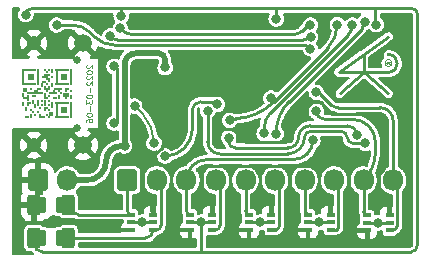
<source format=gbr>
%TF.GenerationSoftware,KiCad,Pcbnew,(6.0.2-0)*%
%TF.CreationDate,2022-03-05T08:05:05+00:00*%
%TF.ProjectId,Generic3,47656e65-7269-4633-932e-6b696361645f,1*%
%TF.SameCoordinates,Original*%
%TF.FileFunction,Copper,L2,Bot*%
%TF.FilePolarity,Positive*%
%FSLAX46Y46*%
G04 Gerber Fmt 4.6, Leading zero omitted, Abs format (unit mm)*
G04 Created by KiCad (PCBNEW (6.0.2-0)) date 2022-03-05 08:05:05*
%MOMM*%
%LPD*%
G01*
G04 APERTURE LIST*
G04 Aperture macros list*
%AMRoundRect*
0 Rectangle with rounded corners*
0 $1 Rounding radius*
0 $2 $3 $4 $5 $6 $7 $8 $9 X,Y pos of 4 corners*
0 Add a 4 corners polygon primitive as box body*
4,1,4,$2,$3,$4,$5,$6,$7,$8,$9,$2,$3,0*
0 Add four circle primitives for the rounded corners*
1,1,$1+$1,$2,$3*
1,1,$1+$1,$4,$5*
1,1,$1+$1,$6,$7*
1,1,$1+$1,$8,$9*
0 Add four rect primitives between the rounded corners*
20,1,$1+$1,$2,$3,$4,$5,0*
20,1,$1+$1,$4,$5,$6,$7,0*
20,1,$1+$1,$6,$7,$8,$9,0*
20,1,$1+$1,$8,$9,$2,$3,0*%
G04 Aperture macros list end*
%ADD10C,0.100000*%
%TA.AperFunction,NonConductor*%
%ADD11C,0.100000*%
%TD*%
%TA.AperFunction,EtchedComponent*%
%ADD12C,0.080000*%
%TD*%
%TA.AperFunction,EtchedComponent*%
%ADD13C,0.250000*%
%TD*%
%TA.AperFunction,ComponentPad*%
%ADD14C,0.670000*%
%TD*%
%TA.AperFunction,ComponentPad*%
%ADD15C,1.500000*%
%TD*%
%TA.AperFunction,ComponentPad*%
%ADD16C,1.250000*%
%TD*%
%TA.AperFunction,ComponentPad*%
%ADD17RoundRect,0.250000X-0.600000X-0.675000X0.600000X-0.675000X0.600000X0.675000X-0.600000X0.675000X0*%
%TD*%
%TA.AperFunction,ComponentPad*%
%ADD18O,1.700000X1.850000*%
%TD*%
%TA.AperFunction,SMDPad,CuDef*%
%ADD19R,0.650000X0.400000*%
%TD*%
%TA.AperFunction,SMDPad,CuDef*%
%ADD20RoundRect,0.247500X-0.315000X-0.627500X0.315000X-0.627500X0.315000X0.627500X-0.315000X0.627500X0*%
%TD*%
%TA.AperFunction,SMDPad,CuDef*%
%ADD21RoundRect,0.256250X-0.256250X-0.443750X0.256250X-0.443750X0.256250X0.443750X-0.256250X0.443750X0*%
%TD*%
%TA.AperFunction,SMDPad,CuDef*%
%ADD22R,0.400000X0.200000*%
%TD*%
%TA.AperFunction,SMDPad,CuDef*%
%ADD23R,0.600000X0.400000*%
%TD*%
%TA.AperFunction,SMDPad,CuDef*%
%ADD24R,1.200000X0.200000*%
%TD*%
%TA.AperFunction,SMDPad,CuDef*%
%ADD25R,0.200000X0.200000*%
%TD*%
%TA.AperFunction,SMDPad,CuDef*%
%ADD26R,0.200000X1.000000*%
%TD*%
%TA.AperFunction,SMDPad,CuDef*%
%ADD27R,0.600000X0.200000*%
%TD*%
%TA.AperFunction,SMDPad,CuDef*%
%ADD28R,0.200000X0.400000*%
%TD*%
%TA.AperFunction,SMDPad,CuDef*%
%ADD29R,0.200000X0.600000*%
%TD*%
%TA.AperFunction,SMDPad,CuDef*%
%ADD30R,0.600000X0.600000*%
%TD*%
%TA.AperFunction,SMDPad,CuDef*%
%ADD31R,0.200000X1.400000*%
%TD*%
%TA.AperFunction,SMDPad,CuDef*%
%ADD32R,0.800000X0.200000*%
%TD*%
%TA.AperFunction,SMDPad,CuDef*%
%ADD33R,0.400000X0.400000*%
%TD*%
%TA.AperFunction,SMDPad,CuDef*%
%ADD34R,1.400000X0.200000*%
%TD*%
%TA.AperFunction,ViaPad*%
%ADD35C,0.800000*%
%TD*%
%TA.AperFunction,Conductor*%
%ADD36C,0.250000*%
%TD*%
%TA.AperFunction,Conductor*%
%ADD37C,0.500000*%
%TD*%
%TA.AperFunction,Conductor*%
%ADD38C,0.200000*%
%TD*%
G04 APERTURE END LIST*
D10*
%TO.C,U4*%
D11*
X143573809Y-59371428D02*
X143550000Y-59395238D01*
X143526190Y-59442857D01*
X143526190Y-59561904D01*
X143550000Y-59609523D01*
X143573809Y-59633333D01*
X143621428Y-59657142D01*
X143669047Y-59657142D01*
X143740476Y-59633333D01*
X144026190Y-59347619D01*
X144026190Y-59657142D01*
X143526190Y-59966666D02*
X143526190Y-60014285D01*
X143550000Y-60061904D01*
X143573809Y-60085714D01*
X143621428Y-60109523D01*
X143716666Y-60133333D01*
X143835714Y-60133333D01*
X143930952Y-60109523D01*
X143978571Y-60085714D01*
X144002380Y-60061904D01*
X144026190Y-60014285D01*
X144026190Y-59966666D01*
X144002380Y-59919047D01*
X143978571Y-59895238D01*
X143930952Y-59871428D01*
X143835714Y-59847619D01*
X143716666Y-59847619D01*
X143621428Y-59871428D01*
X143573809Y-59895238D01*
X143550000Y-59919047D01*
X143526190Y-59966666D01*
X143573809Y-60323809D02*
X143550000Y-60347619D01*
X143526190Y-60395238D01*
X143526190Y-60514285D01*
X143550000Y-60561904D01*
X143573809Y-60585714D01*
X143621428Y-60609523D01*
X143669047Y-60609523D01*
X143740476Y-60585714D01*
X144026190Y-60300000D01*
X144026190Y-60609523D01*
X143573809Y-60800000D02*
X143550000Y-60823809D01*
X143526190Y-60871428D01*
X143526190Y-60990476D01*
X143550000Y-61038095D01*
X143573809Y-61061904D01*
X143621428Y-61085714D01*
X143669047Y-61085714D01*
X143740476Y-61061904D01*
X144026190Y-60776190D01*
X144026190Y-61085714D01*
X143835714Y-61300000D02*
X143835714Y-61680952D01*
X143526190Y-62014285D02*
X143526190Y-62061904D01*
X143550000Y-62109523D01*
X143573809Y-62133333D01*
X143621428Y-62157142D01*
X143716666Y-62180952D01*
X143835714Y-62180952D01*
X143930952Y-62157142D01*
X143978571Y-62133333D01*
X144002380Y-62109523D01*
X144026190Y-62061904D01*
X144026190Y-62014285D01*
X144002380Y-61966666D01*
X143978571Y-61942857D01*
X143930952Y-61919047D01*
X143835714Y-61895238D01*
X143716666Y-61895238D01*
X143621428Y-61919047D01*
X143573809Y-61942857D01*
X143550000Y-61966666D01*
X143526190Y-62014285D01*
X143526190Y-62347619D02*
X143526190Y-62657142D01*
X143716666Y-62490476D01*
X143716666Y-62561904D01*
X143740476Y-62609523D01*
X143764285Y-62633333D01*
X143811904Y-62657142D01*
X143930952Y-62657142D01*
X143978571Y-62633333D01*
X144002380Y-62609523D01*
X144026190Y-62561904D01*
X144026190Y-62419047D01*
X144002380Y-62371428D01*
X143978571Y-62347619D01*
X143835714Y-62871428D02*
X143835714Y-63252380D01*
X143526190Y-63585714D02*
X143526190Y-63633333D01*
X143550000Y-63680952D01*
X143573809Y-63704761D01*
X143621428Y-63728571D01*
X143716666Y-63752380D01*
X143835714Y-63752380D01*
X143930952Y-63728571D01*
X143978571Y-63704761D01*
X144002380Y-63680952D01*
X144026190Y-63633333D01*
X144026190Y-63585714D01*
X144002380Y-63538095D01*
X143978571Y-63514285D01*
X143930952Y-63490476D01*
X143835714Y-63466666D01*
X143716666Y-63466666D01*
X143621428Y-63490476D01*
X143573809Y-63514285D01*
X143550000Y-63538095D01*
X143526190Y-63585714D01*
X143526190Y-64180952D02*
X143526190Y-64085714D01*
X143550000Y-64038095D01*
X143573809Y-64014285D01*
X143645238Y-63966666D01*
X143740476Y-63942857D01*
X143930952Y-63942857D01*
X143978571Y-63966666D01*
X144002380Y-63990476D01*
X144026190Y-64038095D01*
X144026190Y-64133333D01*
X144002380Y-64180952D01*
X143978571Y-64204761D01*
X143930952Y-64228571D01*
X143811904Y-64228571D01*
X143764285Y-64204761D01*
X143740476Y-64180952D01*
X143716666Y-64133333D01*
X143716666Y-64038095D01*
X143740476Y-63990476D01*
X143764285Y-63966666D01*
X143811904Y-63942857D01*
D12*
%TO.C,Logo1*%
X168950000Y-59150000D02*
X168950000Y-59250000D01*
X169110000Y-59150000D02*
X169110000Y-59250000D01*
D13*
X167000000Y-60000000D02*
X169100000Y-61800000D01*
D12*
X169110000Y-59250000D02*
X169250000Y-59350000D01*
D13*
X167000000Y-60000000D02*
X167000000Y-58500000D01*
D12*
X168950000Y-59150000D02*
X169250000Y-59150000D01*
D13*
X165000000Y-61800000D02*
X167000000Y-60000000D01*
X164900000Y-60000000D02*
X169100000Y-57000000D01*
X164900000Y-60000000D02*
X169100000Y-60000000D01*
D12*
X168950000Y-59250000D02*
G75*
G03*
X169110000Y-59250000I80000J0D01*
G01*
D13*
X169100000Y-60000000D02*
G75*
G03*
X169100000Y-58500000I0J750000D01*
G01*
D12*
X169410000Y-59230000D02*
G75*
G03*
X169410000Y-59230000I-300000J0D01*
G01*
%TD*%
D14*
%TO.P,J3,S1,SHIELD*%
%TO.N,GND*%
X142740000Y-64740000D03*
D15*
X143230000Y-57530000D03*
D16*
X139060000Y-57530000D03*
D15*
X143230000Y-66170000D03*
D16*
X139060000Y-66170000D03*
D14*
X142740000Y-58960000D03*
%TD*%
D17*
%TO.P,J1,1,GND*%
%TO.N,GND*%
X139400000Y-69150000D03*
D18*
%TO.P,J1,2,DC*%
%TO.N,DC*%
X141900000Y-69150000D03*
%TD*%
D17*
%TO.P,J2,1,Pin_1*%
%TO.N,IO1*%
X147000000Y-69150000D03*
D18*
%TO.P,J2,2,Pin_2*%
%TO.N,IO2*%
X149500000Y-69150000D03*
%TO.P,J2,3,Pin_3*%
%TO.N,IO3*%
X152000000Y-69150000D03*
%TO.P,J2,4,Pin_4*%
%TO.N,IO4*%
X154500000Y-69150000D03*
%TO.P,J2,5,Pin_5*%
%TO.N,IO5*%
X157000000Y-69150000D03*
%TO.P,J2,6,Pin_6*%
%TO.N,IO6*%
X159500000Y-69150000D03*
%TO.P,J2,7,Pin_7*%
%TO.N,IO7*%
X162000000Y-69150000D03*
%TO.P,J2,8,Pin_8*%
%TO.N,IO8*%
X164500000Y-69150000D03*
%TO.P,J2,9,Pin_9*%
%TO.N,IO9*%
X167000000Y-69150000D03*
%TO.P,J2,10,Pin_10*%
%TO.N,IO10*%
X169500000Y-69150000D03*
%TD*%
D19*
%TO.P,D4,1,A1*%
%TO.N,GND*%
X164200000Y-72050000D03*
%TO.P,D4,2,K2*%
%TO.N,+3V3*%
X164200000Y-72700000D03*
%TO.P,D4,3,K1A2*%
%TO.N,IO8*%
X164200000Y-73350000D03*
%TO.P,D4,4,A3*%
%TO.N,GND*%
X162300000Y-73350000D03*
%TO.P,D4,5,K4*%
%TO.N,+3V3*%
X162300000Y-72700000D03*
%TO.P,D4,6,K3A4*%
%TO.N,IO7*%
X162300000Y-72050000D03*
%TD*%
D20*
%TO.P,JP1,1,A*%
%TO.N,GND*%
X139087500Y-71250000D03*
D21*
X139637500Y-71250000D03*
%TO.P,JP1,2,B*%
%TO.N,IO1*%
X141462500Y-71250000D03*
D20*
X142012500Y-71250000D03*
%TD*%
D19*
%TO.P,D1,1,A1*%
%TO.N,GND*%
X149200000Y-72050000D03*
%TO.P,D1,2,K2*%
%TO.N,+3V3*%
X149200000Y-72700000D03*
%TO.P,D1,3,K1A2*%
%TO.N,IO2*%
X149200000Y-73350000D03*
%TO.P,D1,4,A3*%
%TO.N,GND*%
X147300000Y-73350000D03*
%TO.P,D1,5,K4*%
%TO.N,+3V3*%
X147300000Y-72700000D03*
%TO.P,D1,6,K3A4*%
%TO.N,IO1*%
X147300000Y-72050000D03*
%TD*%
%TO.P,D3,1,A1*%
%TO.N,GND*%
X159200000Y-72050000D03*
%TO.P,D3,2,K2*%
%TO.N,+3V3*%
X159200000Y-72700000D03*
%TO.P,D3,3,K1A2*%
%TO.N,IO6*%
X159200000Y-73350000D03*
%TO.P,D3,4,A3*%
%TO.N,GND*%
X157300000Y-73350000D03*
%TO.P,D3,5,K4*%
%TO.N,+3V3*%
X157300000Y-72700000D03*
%TO.P,D3,6,K3A4*%
%TO.N,IO5*%
X157300000Y-72050000D03*
%TD*%
%TO.P,D2,1,A1*%
%TO.N,GND*%
X154200000Y-72050000D03*
%TO.P,D2,2,K2*%
%TO.N,+3V3*%
X154200000Y-72700000D03*
%TO.P,D2,3,K1A2*%
%TO.N,IO4*%
X154200000Y-73350000D03*
%TO.P,D2,4,A3*%
%TO.N,GND*%
X152300000Y-73350000D03*
%TO.P,D2,5,K4*%
%TO.N,+3V3*%
X152300000Y-72700000D03*
%TO.P,D2,6,K3A4*%
%TO.N,IO3*%
X152300000Y-72050000D03*
%TD*%
D22*
%TO.P,U4,*%
%TO.N,*%
X140900000Y-62200000D03*
D23*
X141800000Y-61900000D03*
D24*
X138700000Y-61000000D03*
D25*
X139000000Y-63400000D03*
X140000000Y-63200000D03*
D26*
X141000000Y-63200000D03*
D22*
X140100000Y-62200000D03*
D25*
X140400000Y-62800000D03*
D27*
X139800000Y-63800000D03*
D25*
X140400000Y-62000000D03*
D28*
X140200000Y-61500000D03*
D29*
X138600000Y-62200000D03*
D22*
X141900000Y-61400000D03*
D24*
X141500000Y-59800000D03*
D29*
X140600000Y-62800000D03*
D25*
X140000000Y-59800000D03*
D22*
X138300000Y-62200000D03*
D25*
X141200000Y-61600000D03*
X139800000Y-62400000D03*
D28*
X138200000Y-61900000D03*
D25*
X139800000Y-62800000D03*
X139200000Y-63600000D03*
X141800000Y-61600000D03*
D22*
X139300000Y-61600000D03*
D30*
X141600000Y-60400000D03*
D31*
X142200000Y-60400000D03*
X142200000Y-63200000D03*
D25*
X138800000Y-63200000D03*
D32*
X140700000Y-61800000D03*
D25*
X140400000Y-62400000D03*
D33*
X138300000Y-61500000D03*
D28*
X138400000Y-63100000D03*
D25*
X139400000Y-63400000D03*
D26*
X141000000Y-60400000D03*
D22*
X139100000Y-62000000D03*
D26*
X138200000Y-60400000D03*
D25*
X142200000Y-61600000D03*
D31*
X139400000Y-60400000D03*
D32*
X141100000Y-61400000D03*
D22*
X139500000Y-61400000D03*
D24*
X141500000Y-62600000D03*
D28*
X140000000Y-61300000D03*
D25*
X141400000Y-61800000D03*
D28*
X140400000Y-60700000D03*
D25*
X140200000Y-60000000D03*
X140200000Y-61000000D03*
D22*
X138500000Y-63800000D03*
D25*
X140600000Y-60400000D03*
D22*
X140100000Y-63000000D03*
D28*
X139800000Y-61100000D03*
X140400000Y-61300000D03*
D24*
X138700000Y-59800000D03*
D25*
X140800000Y-61600000D03*
D24*
X141500000Y-61000000D03*
D25*
X138800000Y-61400000D03*
D28*
X140000000Y-61900000D03*
D25*
X141800000Y-62200000D03*
X140400000Y-63800000D03*
D33*
X140500000Y-63500000D03*
D28*
X141200000Y-62100000D03*
D30*
X138800000Y-60400000D03*
D22*
X138700000Y-62600000D03*
D28*
X140200000Y-60500000D03*
D24*
X141500000Y-63800000D03*
D22*
X139900000Y-60400000D03*
D30*
X141600000Y-63200000D03*
D29*
X140000000Y-62600000D03*
D28*
X139200000Y-62900000D03*
D27*
X140200000Y-60200000D03*
D28*
X140600000Y-61100000D03*
D29*
X139400000Y-62600000D03*
D25*
X140400000Y-59800000D03*
D28*
X138200000Y-62700000D03*
X139000000Y-62500000D03*
X138800000Y-63700000D03*
D25*
X139600000Y-63600000D03*
X140400000Y-63200000D03*
X140200000Y-63600000D03*
X138600000Y-62800000D03*
D22*
X139900000Y-60800000D03*
D34*
X139200000Y-61800000D03*
D28*
X140600000Y-59900000D03*
D25*
X139600000Y-63000000D03*
D28*
X142200000Y-62100000D03*
%TD*%
D19*
%TO.P,D5,1,A1*%
%TO.N,GND*%
X169200000Y-72100000D03*
%TO.P,D5,2,K2*%
%TO.N,+3V3*%
X169200000Y-72750000D03*
%TO.P,D5,3,K1A2*%
%TO.N,IO10*%
X169200000Y-73400000D03*
%TO.P,D5,4,A3*%
%TO.N,GND*%
X167300000Y-73400000D03*
%TO.P,D5,5,K4*%
%TO.N,+3V3*%
X167300000Y-72750000D03*
%TO.P,D5,6,K3A4*%
%TO.N,IO9*%
X167300000Y-72100000D03*
%TD*%
D21*
%TO.P,JP2,1,A*%
%TO.N,+3V3*%
X139637500Y-74025000D03*
D20*
X139087500Y-74025000D03*
D21*
%TO.P,JP2,2,B*%
%TO.N,IO2*%
X141462500Y-74025000D03*
D20*
X142012500Y-74025000D03*
%TD*%
D35*
%TO.N,GND*%
X159700000Y-58500000D03*
X158250000Y-68341140D03*
X154700000Y-60500000D03*
X165827661Y-70175500D03*
X163700000Y-56600000D03*
X170350000Y-56050000D03*
X145800000Y-70800000D03*
%TO.N,VBUS*%
X145873574Y-64300000D03*
X145873574Y-59500000D03*
%TO.N,+3V3*%
X153250000Y-72700000D03*
X148250000Y-72700000D03*
X138400499Y-55131249D03*
X146477232Y-55227609D03*
X168061221Y-55960464D03*
X168250000Y-72750000D03*
X159600000Y-55500000D03*
X158250000Y-72700000D03*
X154628244Y-62710294D03*
X150200000Y-67100000D03*
X163250000Y-72700000D03*
%TO.N,IO3*%
X162707852Y-65769853D03*
%TO.N,IO9*%
X163000000Y-63300000D03*
%TO.N,DC*%
X146756246Y-66250000D03*
X150200000Y-59600000D03*
%TO.N,IO10*%
X163000000Y-61700000D03*
%TO.N,R*%
X146399995Y-56275290D03*
X162500460Y-56001027D03*
%TO.N,G*%
X145526472Y-56939612D03*
X162505904Y-57000515D03*
%TO.N,B*%
X162500000Y-58000000D03*
X141000000Y-56000000D03*
%TO.N,D-*%
X147611506Y-62856589D03*
X149250000Y-66000000D03*
%TO.N,EN*%
X159150000Y-62200000D03*
X164773930Y-55965767D03*
X155650082Y-64068896D03*
%TO.N,CHARGER*%
X167077425Y-55783968D03*
X159600000Y-65200000D03*
%TO.N,USB*%
X158578509Y-65181911D03*
X166044629Y-56000001D03*
%TO.N,I*%
X166417551Y-65281632D03*
X155577354Y-65538481D03*
%TO.N,O*%
X153800000Y-63300000D03*
X167150500Y-66019337D03*
%TD*%
D36*
%TO.N,GND*%
X149024012Y-71710841D02*
X149040273Y-71709727D01*
X149040273Y-71709727D02*
X149300544Y-71969999D01*
X160832765Y-63509991D02*
X160832765Y-65474110D01*
X149974501Y-63629205D02*
X149974501Y-66300099D01*
X168300000Y-68613978D02*
X168700000Y-68213978D01*
X163200000Y-70300000D02*
X163200000Y-68400000D01*
X153300000Y-68613978D02*
X153300000Y-70100000D01*
X160832765Y-65474110D02*
X160382374Y-65924501D01*
X167700000Y-63500000D02*
X164364296Y-63500000D01*
X152132927Y-61470779D02*
X149974501Y-63629205D01*
X148301494Y-67973106D02*
X148301494Y-70101494D01*
X169007720Y-71061810D02*
X168901125Y-71027175D01*
X154736921Y-64575728D02*
X154736921Y-63744697D01*
X155279646Y-64793396D02*
X155259061Y-64813981D01*
X154736921Y-63744697D02*
X155670779Y-62810839D01*
X169200000Y-72100000D02*
X169200000Y-71380998D01*
X154200000Y-70800000D02*
X154200000Y-71850000D01*
X168845085Y-71026083D02*
X168826083Y-71026083D01*
X163800000Y-70800000D02*
X163700000Y-70800000D01*
X169098394Y-71127689D02*
X169007720Y-71061810D01*
X168901125Y-71027175D02*
X168845085Y-71026083D01*
X168700000Y-64500000D02*
X167700000Y-63500000D01*
X169198908Y-71324958D02*
X169164273Y-71218363D01*
X148301494Y-70101494D02*
X148980700Y-70780700D01*
X155259061Y-64813981D02*
X154975174Y-64813981D01*
X154000000Y-70800000D02*
X154200000Y-70800000D01*
X148979586Y-71666415D02*
X148995847Y-71694580D01*
X168826083Y-71026083D02*
X168300000Y-70500000D01*
X149285237Y-72006954D02*
X149242191Y-72050000D01*
X164364296Y-63500000D02*
X163379816Y-62515520D01*
X168300000Y-70500000D02*
X168300000Y-68613978D01*
X148995847Y-71694580D02*
X149024012Y-71710841D01*
X160382374Y-65924501D02*
X157010949Y-65924501D01*
X163379816Y-62515520D02*
X161827236Y-62515520D01*
X149300544Y-71969999D02*
X149285237Y-72006954D01*
X161827236Y-62515520D02*
X160832765Y-63509991D01*
X155670779Y-62810839D02*
X155670779Y-61470779D01*
X155670779Y-61470779D02*
X152132927Y-61470779D01*
X148980700Y-70780700D02*
X148980700Y-71650154D01*
X168700000Y-68213978D02*
X168700000Y-64500000D01*
X148980700Y-71650154D02*
X148979586Y-71666415D01*
X149974501Y-66300099D02*
X148301494Y-67973106D01*
X149242191Y-72050000D02*
X149200000Y-72050000D01*
X164200000Y-72050000D02*
X164200000Y-71400000D01*
X157010949Y-65924501D02*
X155879844Y-64793396D01*
X169164273Y-71218363D02*
X169098394Y-71127689D01*
X154013498Y-67900480D02*
X162700480Y-67900480D01*
X155879844Y-64793396D02*
X155279646Y-64793396D01*
X148980700Y-71650155D02*
X149040273Y-71709727D01*
X154975174Y-64813981D02*
X154736921Y-64575728D01*
X169200000Y-71380998D02*
X169198908Y-71324958D01*
X163800000Y-70800000D02*
G75*
G02*
X164200000Y-71200000I1J-399999D01*
G01*
X154000000Y-70800000D02*
G75*
G02*
X153300000Y-70100000I-1J699999D01*
G01*
X162700480Y-67900480D02*
G75*
G02*
X163200000Y-68400000I0J-499520D01*
G01*
X163200000Y-70300000D02*
G75*
G03*
X163700000Y-70800000I500001J1D01*
G01*
X153300000Y-68613978D02*
G75*
G02*
X154013498Y-67900480I713499J-1D01*
G01*
%TO.N,VBUS*%
X145922990Y-64298924D02*
X145873574Y-64300000D01*
X146104044Y-59682130D02*
X146104044Y-64117870D01*
X145873574Y-59500000D02*
X145922990Y-59501076D01*
X145922990Y-59501076D02*
X146104044Y-59682130D01*
X146104044Y-64117870D02*
X145922990Y-64298924D01*
%TO.N,+3V3*%
X168250000Y-72750000D02*
X169200000Y-72750000D01*
X138931748Y-54600000D02*
X168000000Y-54600000D01*
X152500000Y-64800000D02*
X152500000Y-63200000D01*
X167300000Y-72750000D02*
X168250000Y-72750000D01*
X152300000Y-72700000D02*
X153250000Y-72700000D01*
X148250000Y-72700000D02*
X149200000Y-72700000D01*
X158250000Y-72700000D02*
X159200000Y-72700000D01*
X153200000Y-62500000D02*
X154417950Y-62500000D01*
X168000000Y-54600000D02*
X171100000Y-54600000D01*
X168000000Y-55899243D02*
X168061221Y-55960464D01*
X163250000Y-72700000D02*
X164200000Y-72700000D01*
X147300000Y-72700000D02*
X148250000Y-72700000D01*
X139087500Y-74487500D02*
X139087500Y-74025000D01*
X171550000Y-55050000D02*
X171550000Y-74650000D01*
X146477232Y-55227609D02*
X146477232Y-54786454D01*
X153250000Y-72700000D02*
X154200000Y-72700000D01*
X162300000Y-72700000D02*
X163250000Y-72700000D01*
X168000000Y-54600000D02*
X168000000Y-55899243D01*
X159600000Y-54600000D02*
X159600000Y-55600000D01*
X170975480Y-75224520D02*
X139824520Y-75224520D01*
X157300000Y-72700000D02*
X158250000Y-72700000D01*
X153250000Y-72500000D02*
X153250000Y-75199040D01*
X139087500Y-74487500D02*
G75*
G03*
X139824520Y-75224520I737019J-1D01*
G01*
X138400499Y-55131249D02*
G75*
G02*
X138931748Y-54600000I531248J1D01*
G01*
X154628244Y-62710294D02*
G75*
G03*
X154417950Y-62500000I-210295J-1D01*
G01*
X153200000Y-62500000D02*
G75*
G03*
X152500000Y-63200000I-1J-699999D01*
G01*
X152500000Y-64800000D02*
G75*
G02*
X150200000Y-67100000I-2299999J-1D01*
G01*
X170975480Y-75224520D02*
G75*
G03*
X171550000Y-74650000I0J574520D01*
G01*
X146400000Y-54600000D02*
G75*
G02*
X146477232Y-54786454I-186455J-186455D01*
G01*
X171550000Y-55050000D02*
G75*
G03*
X171100000Y-54600000I-450000J0D01*
G01*
%TO.N,IO2*%
X149849511Y-69499511D02*
X149849511Y-72950489D01*
X149450000Y-73350000D02*
X149200000Y-73350000D01*
X148525000Y-74025000D02*
X142012500Y-74025000D01*
X149500000Y-69150000D02*
X149849511Y-69499511D01*
X149450000Y-73350000D02*
G75*
G03*
X149849511Y-72950489I0J399511D01*
G01*
X148525000Y-74025000D02*
G75*
G03*
X149200000Y-73350000I0J675000D01*
G01*
%TO.N,IO1*%
X147300000Y-72050000D02*
X142812500Y-72050000D01*
X147000000Y-69150000D02*
X147000000Y-71750000D01*
X142012500Y-71250000D02*
G75*
G03*
X142812500Y-72050000I800001J1D01*
G01*
X147300000Y-72050000D02*
G75*
G02*
X147000000Y-71750000I0J300000D01*
G01*
%TO.N,IO4*%
X154500000Y-69150000D02*
X154849511Y-69499511D01*
X154450000Y-73350000D02*
X154200000Y-73350000D01*
X154849511Y-69499511D02*
X154849511Y-72950489D01*
X154450000Y-73350000D02*
G75*
G03*
X154849511Y-72950489I0J399511D01*
G01*
%TO.N,IO3*%
X152000000Y-69150000D02*
X152000000Y-71750000D01*
X153763997Y-67386003D02*
X161091702Y-67386003D01*
X161091702Y-67386003D02*
G75*
G03*
X162707852Y-65769853I1J1616149D01*
G01*
X152300000Y-72050000D02*
G75*
G02*
X152000000Y-71750000I0J300000D01*
G01*
X153763997Y-67386003D02*
G75*
G03*
X152000000Y-69150000I1J-1763998D01*
G01*
%TO.N,IO5*%
X157000000Y-69150000D02*
X157000000Y-71750000D01*
X157300000Y-72050000D02*
G75*
G02*
X157000000Y-71750000I0J300000D01*
G01*
%TO.N,IO6*%
X159500000Y-69150000D02*
X159849511Y-69499511D01*
X159549022Y-73350000D02*
X159200000Y-73350000D01*
X159849511Y-69499511D02*
X159849511Y-73049511D01*
X159549022Y-73350000D02*
G75*
G03*
X159849511Y-73049511I1J300488D01*
G01*
%TO.N,IO7*%
X162000000Y-71750000D02*
X162300000Y-72050000D01*
X162000000Y-69150000D02*
X162000000Y-71750000D01*
%TO.N,IO8*%
X164849511Y-69499511D02*
X164849511Y-73224511D01*
X164500000Y-69150000D02*
X164849511Y-69499511D01*
X164724022Y-73350000D02*
X164200000Y-73350000D01*
X164724022Y-73350000D02*
G75*
G03*
X164849511Y-73224511I0J125489D01*
G01*
%TO.N,IO9*%
X163700000Y-64000000D02*
X166100000Y-64000000D01*
X168000000Y-65900000D02*
X168000000Y-66735787D01*
X167000000Y-69150000D02*
X167000000Y-71800000D01*
X168000000Y-65900000D02*
G75*
G03*
X166100000Y-64000000I-1900000J0D01*
G01*
X163700000Y-64000000D02*
G75*
G02*
X163000000Y-63300000I-1J699999D01*
G01*
X167000000Y-69150000D02*
G75*
G03*
X168000000Y-66735787I-2414216J2414215D01*
G01*
X167300000Y-72100000D02*
G75*
G02*
X167000000Y-71800000I0J300000D01*
G01*
D37*
%TO.N,DC*%
X147700000Y-58400000D02*
X149650000Y-58400000D01*
X143550000Y-69150000D02*
X141900000Y-69150000D01*
X146450000Y-66250000D02*
X146756246Y-66250000D01*
X150200000Y-59600000D02*
X150200000Y-58950000D01*
X146756246Y-66250000D02*
X146756246Y-59343754D01*
X146450000Y-66250000D02*
G75*
G03*
X145200000Y-67500000I2J-1250002D01*
G01*
X149650000Y-58400000D02*
G75*
G02*
X150200000Y-58950000I1J-549999D01*
G01*
X143550000Y-69150000D02*
G75*
G03*
X145200000Y-67500000I-1J1650001D01*
G01*
X147700000Y-58400000D02*
G75*
G03*
X146756246Y-59343754I-1J-943753D01*
G01*
D36*
%TO.N,IO10*%
X169500000Y-69150000D02*
X169500000Y-64100000D01*
X169500000Y-69150000D02*
X169849511Y-69499511D01*
X169449022Y-73400000D02*
X169200000Y-73400000D01*
X163341422Y-61841421D02*
X164250000Y-62750000D01*
X168400000Y-63000000D02*
X164853553Y-63000000D01*
X169849511Y-69499511D02*
X169849511Y-72999511D01*
X163341422Y-61841421D02*
G75*
G03*
X163000000Y-61700000I-341422J-341424D01*
G01*
X169449022Y-73400000D02*
G75*
G03*
X169849511Y-72999511I-2J400491D01*
G01*
X168400000Y-63000000D02*
G75*
G02*
X169500000Y-64100000I-2J-1100002D01*
G01*
X164250000Y-62750000D02*
G75*
G03*
X164853553Y-63000000I603553J603552D01*
G01*
%TO.N,R*%
X161800000Y-56500000D02*
X162156500Y-56143500D01*
X147400000Y-56800000D02*
X161075736Y-56800000D01*
X146399995Y-56275290D02*
X146588620Y-56463915D01*
X147400000Y-56800000D02*
G75*
G02*
X146588620Y-56463915I1J1147466D01*
G01*
X161800000Y-56500000D02*
G75*
G02*
X161075736Y-56800000I-724266J724269D01*
G01*
X162500460Y-56001027D02*
G75*
G03*
X162156500Y-56143500I2J-486437D01*
G01*
%TO.N,G*%
X145526472Y-56977602D02*
X145526472Y-56939612D01*
X161902414Y-57250489D02*
X146104733Y-57250489D01*
X145700467Y-57151597D02*
X145526472Y-56977602D01*
X145700467Y-57151596D02*
G75*
G03*
X146104733Y-57250488I409375J797748D01*
G01*
X161902414Y-57250488D02*
G75*
G03*
X162505903Y-57000514I0J853463D01*
G01*
%TO.N,B*%
X145852681Y-57700000D02*
X161775736Y-57700000D01*
X143859795Y-56640205D02*
X144259795Y-57040205D01*
X141000000Y-56000000D02*
X142314204Y-56000000D01*
X162500000Y-58000000D02*
G75*
G03*
X161775736Y-57700000I-724262J-724258D01*
G01*
X143859795Y-56640205D02*
G75*
G03*
X142314204Y-56000000I-1545593J-1545596D01*
G01*
X145852681Y-57700000D02*
G75*
G02*
X144259795Y-57040205I-1J2252678D01*
G01*
D38*
%TO.N,D-*%
X148300773Y-63533325D02*
X147624037Y-62856589D01*
X147624037Y-62856589D02*
X147611506Y-62856589D01*
X148300773Y-63533325D02*
G75*
G02*
X149250000Y-66000000I-2738602J-2469849D01*
G01*
D36*
%TO.N,EN*%
X155786095Y-63932883D02*
X155650082Y-64068896D01*
X163944930Y-57967150D02*
X159406040Y-62506040D01*
X159150000Y-62200000D02*
X159150000Y-62250000D01*
X156168811Y-63932883D02*
X155786095Y-63932883D01*
X156168811Y-63932883D02*
G75*
G03*
X159406040Y-62506040I-223047J4891792D01*
G01*
X159406040Y-62506040D02*
G75*
G02*
X159150000Y-62250000I-1J256039D01*
G01*
X163944930Y-57967150D02*
G75*
G03*
X164773930Y-55965767I-2001381J2001382D01*
G01*
%TO.N,CHARGER*%
X159600000Y-65127453D02*
X159600000Y-65200000D01*
X166849668Y-56333822D02*
X160691746Y-62491746D01*
X159600000Y-65127453D02*
G75*
G02*
X160691746Y-62491746I3727454J-1D01*
G01*
X166849668Y-56333822D02*
G75*
G03*
X167077425Y-55783968I-549852J549853D01*
G01*
%TO.N,USB*%
X165688847Y-56858935D02*
X159112390Y-63435392D01*
X158578509Y-64724294D02*
X158578509Y-65181911D01*
X165688847Y-56858935D02*
G75*
G03*
X166044629Y-56000001I-858936J858935D01*
G01*
X158578509Y-64724294D02*
G75*
G02*
X159112390Y-63435392I1822779J1D01*
G01*
%TO.N,I*%
X162469040Y-64530960D02*
X165666879Y-64530960D01*
X156100000Y-66400000D02*
X160600000Y-66400000D01*
X155577354Y-65538481D02*
X155586595Y-65547722D01*
X155586595Y-65547722D02*
X155586595Y-65952517D01*
X156100000Y-66400000D02*
G75*
G02*
X155586595Y-65952517I2111J520683D01*
G01*
X162469040Y-64530960D02*
G75*
G03*
X161500000Y-65500000I-1J-969039D01*
G01*
X166417551Y-65281632D02*
G75*
G03*
X165666879Y-64530960I-750673J-1D01*
G01*
X161500000Y-65500000D02*
G75*
G02*
X160600000Y-66400000I-900000J0D01*
G01*
%TO.N,O*%
X165104812Y-65004812D02*
X162495188Y-65004812D01*
X153800000Y-65900000D02*
X153800000Y-63300000D01*
X160600000Y-66900000D02*
X154800000Y-66900000D01*
X167150500Y-66019337D02*
X166119337Y-66019337D01*
X160600000Y-66900000D02*
G75*
G03*
X162000000Y-65500000I-2J1400002D01*
G01*
X165104812Y-65004812D02*
G75*
G02*
X165600000Y-65500000I1J-495187D01*
G01*
X165600000Y-65500000D02*
G75*
G03*
X166119337Y-66019337I519336J-1D01*
G01*
X153800000Y-65900000D02*
G75*
G03*
X154800000Y-66900000I999999J-1D01*
G01*
X162000000Y-65500000D02*
G75*
G02*
X162495188Y-65004812I495187J1D01*
G01*
%TD*%
%TA.AperFunction,Conductor*%
%TO.N,GND*%
G36*
X137866882Y-54524002D02*
G01*
X137913375Y-54577658D01*
X137923479Y-54647932D01*
X137901848Y-54702451D01*
X137819449Y-54819693D01*
X137761905Y-54967286D01*
X137760913Y-54974819D01*
X137760913Y-54974820D01*
X137748338Y-55070342D01*
X137741228Y-55124345D01*
X137749763Y-55201649D01*
X137754696Y-55246328D01*
X137758612Y-55281802D01*
X137761222Y-55288933D01*
X137761222Y-55288935D01*
X137809486Y-55420822D01*
X137813052Y-55430568D01*
X137817288Y-55436871D01*
X137817288Y-55436872D01*
X137896582Y-55554873D01*
X137901407Y-55562054D01*
X137907026Y-55567167D01*
X137907027Y-55567168D01*
X138002687Y-55654211D01*
X138018575Y-55668668D01*
X138157792Y-55744257D01*
X138311021Y-55784456D01*
X138394976Y-55785775D01*
X138461818Y-55786825D01*
X138461821Y-55786825D01*
X138469415Y-55786944D01*
X138623831Y-55751578D01*
X138730416Y-55697972D01*
X138758571Y-55683812D01*
X138758574Y-55683810D01*
X138765354Y-55680400D01*
X138771125Y-55675471D01*
X138771128Y-55675469D01*
X138880035Y-55582453D01*
X138880035Y-55582452D01*
X138885813Y-55577518D01*
X138978254Y-55448873D01*
X139037341Y-55301890D01*
X139045366Y-55245500D01*
X139059080Y-55149140D01*
X139059080Y-55149137D01*
X139059661Y-55145056D01*
X139059806Y-55131249D01*
X139058521Y-55120633D01*
X139070196Y-55050605D01*
X139117878Y-54998004D01*
X139183609Y-54979500D01*
X145706041Y-54979500D01*
X145774162Y-54999502D01*
X145820655Y-55053158D01*
X145830963Y-55121945D01*
X145830030Y-55129030D01*
X145820470Y-55201649D01*
X145817961Y-55220705D01*
X145825494Y-55288935D01*
X145832128Y-55349020D01*
X145835345Y-55378162D01*
X145837955Y-55385293D01*
X145837955Y-55385295D01*
X145881444Y-55504134D01*
X145889785Y-55526928D01*
X145894020Y-55533231D01*
X145894024Y-55533238D01*
X145965452Y-55639533D01*
X145986845Y-55707230D01*
X145968241Y-55775746D01*
X145943701Y-55804757D01*
X145915761Y-55829131D01*
X145915757Y-55829136D01*
X145910034Y-55834128D01*
X145818945Y-55963734D01*
X145761401Y-56111327D01*
X145760410Y-56118858D01*
X145760409Y-56118860D01*
X145752595Y-56178215D01*
X145723872Y-56243142D01*
X145664607Y-56282233D01*
X145613582Y-56286629D01*
X145609105Y-56285504D01*
X145601506Y-56285464D01*
X145601505Y-56285464D01*
X145535653Y-56285119D01*
X145450693Y-56284674D01*
X145443313Y-56286446D01*
X145443311Y-56286446D01*
X145304035Y-56319883D01*
X145304032Y-56319884D01*
X145296656Y-56321655D01*
X145155886Y-56394312D01*
X145036511Y-56498450D01*
X144945422Y-56628056D01*
X144934097Y-56657103D01*
X144895320Y-56756562D01*
X144887878Y-56775649D01*
X144886886Y-56783184D01*
X144881860Y-56821362D01*
X144853138Y-56886290D01*
X144793873Y-56925382D01*
X144722882Y-56926227D01*
X144673861Y-56899649D01*
X144554647Y-56795102D01*
X144541778Y-56780996D01*
X144537314Y-56776532D01*
X144531488Y-56768513D01*
X144515039Y-56756562D01*
X144500005Y-56743721D01*
X144156279Y-56399995D01*
X144143438Y-56384961D01*
X144137314Y-56376532D01*
X144137313Y-56376531D01*
X144131487Y-56368512D01*
X144125969Y-56364503D01*
X143916160Y-56177007D01*
X143681174Y-56010276D01*
X143428998Y-55870903D01*
X143425735Y-55869552D01*
X143425730Y-55869549D01*
X143166071Y-55761995D01*
X143166070Y-55761995D01*
X143162802Y-55760641D01*
X142885936Y-55680877D01*
X142601879Y-55632614D01*
X142320944Y-55616837D01*
X142314204Y-55615769D01*
X142294127Y-55618949D01*
X142274416Y-55620500D01*
X141599682Y-55620500D01*
X141531561Y-55600498D01*
X141505114Y-55574860D01*
X141503878Y-55575949D01*
X141498855Y-55570251D01*
X141494553Y-55563992D01*
X141488770Y-55558839D01*
X141422729Y-55500000D01*
X141376275Y-55458611D01*
X141368889Y-55454700D01*
X141311620Y-55424378D01*
X141236274Y-55384484D01*
X141082633Y-55345892D01*
X141075034Y-55345852D01*
X141075033Y-55345852D01*
X141009181Y-55345507D01*
X140924221Y-55345062D01*
X140916841Y-55346834D01*
X140916839Y-55346834D01*
X140777563Y-55380271D01*
X140777560Y-55380272D01*
X140770184Y-55382043D01*
X140629414Y-55454700D01*
X140510039Y-55558838D01*
X140418950Y-55688444D01*
X140396439Y-55746183D01*
X140366178Y-55823798D01*
X140361406Y-55836037D01*
X140360414Y-55843570D01*
X140360414Y-55843571D01*
X140342670Y-55978355D01*
X140340729Y-55993096D01*
X140349421Y-56071825D01*
X140356745Y-56138159D01*
X140358113Y-56150553D01*
X140360723Y-56157684D01*
X140360723Y-56157686D01*
X140408882Y-56289287D01*
X140412553Y-56299319D01*
X140416789Y-56305622D01*
X140416789Y-56305623D01*
X140484068Y-56405744D01*
X140500908Y-56430805D01*
X140506527Y-56435918D01*
X140506528Y-56435919D01*
X140612460Y-56532309D01*
X140618076Y-56537419D01*
X140757293Y-56613008D01*
X140910522Y-56653207D01*
X140994477Y-56654526D01*
X141061319Y-56655576D01*
X141061322Y-56655576D01*
X141068916Y-56655695D01*
X141223332Y-56620329D01*
X141305858Y-56578823D01*
X141358072Y-56552563D01*
X141358075Y-56552561D01*
X141364855Y-56549151D01*
X141370626Y-56544222D01*
X141370629Y-56544220D01*
X141479542Y-56451199D01*
X141479543Y-56451198D01*
X141485314Y-56446269D01*
X141495586Y-56431974D01*
X141551581Y-56388326D01*
X141597909Y-56379500D01*
X142274416Y-56379500D01*
X142294126Y-56381051D01*
X142314204Y-56384231D01*
X142323997Y-56382680D01*
X142330298Y-56382680D01*
X142349379Y-56381806D01*
X142397520Y-56384961D01*
X142428144Y-56386968D01*
X142494811Y-56411382D01*
X142531437Y-56454077D01*
X142551545Y-56492334D01*
X143230000Y-57170790D01*
X144268388Y-58209177D01*
X144280162Y-58215606D01*
X144292176Y-58206310D01*
X144320466Y-58165907D01*
X144325946Y-58156417D01*
X144414326Y-57966887D01*
X144418072Y-57956595D01*
X144445168Y-57855470D01*
X144482120Y-57794847D01*
X144545980Y-57763826D01*
X144616475Y-57772254D01*
X144627817Y-57777800D01*
X144708821Y-57822569D01*
X144712084Y-57823920D01*
X144712089Y-57823923D01*
X144905964Y-57904228D01*
X144981957Y-57935705D01*
X145266043Y-58017549D01*
X145557506Y-58067070D01*
X145846968Y-58083326D01*
X145852681Y-58084231D01*
X145862474Y-58082680D01*
X145862475Y-58082680D01*
X145872758Y-58081051D01*
X145892469Y-58079500D01*
X146608737Y-58079500D01*
X146676858Y-58099502D01*
X146723351Y-58153158D01*
X146733455Y-58223432D01*
X146703961Y-58288012D01*
X146690567Y-58301311D01*
X146672763Y-58316517D01*
X146669550Y-58320279D01*
X146527930Y-58486094D01*
X146527927Y-58486099D01*
X146524715Y-58489859D01*
X146405606Y-58684227D01*
X146403711Y-58688802D01*
X146337370Y-58848962D01*
X146292821Y-58904243D01*
X146225458Y-58926664D01*
X146162005Y-58912100D01*
X146109848Y-58884484D01*
X145956207Y-58845892D01*
X145948608Y-58845852D01*
X145948607Y-58845852D01*
X145882755Y-58845507D01*
X145797795Y-58845062D01*
X145790415Y-58846834D01*
X145790413Y-58846834D01*
X145651137Y-58880271D01*
X145651134Y-58880272D01*
X145643758Y-58882043D01*
X145502988Y-58954700D01*
X145383613Y-59058838D01*
X145292524Y-59188444D01*
X145276322Y-59230000D01*
X145251157Y-59294546D01*
X145234980Y-59336037D01*
X145233988Y-59343570D01*
X145233988Y-59343571D01*
X145215855Y-59481310D01*
X145214303Y-59493096D01*
X145218329Y-59529563D01*
X145230809Y-59642598D01*
X145231687Y-59650553D01*
X145234297Y-59657684D01*
X145234297Y-59657686D01*
X145282367Y-59789043D01*
X145286127Y-59799319D01*
X145290363Y-59805622D01*
X145290363Y-59805623D01*
X145347551Y-59890727D01*
X145374482Y-59930805D01*
X145491650Y-60037419D01*
X145630867Y-60113008D01*
X145638211Y-60114935D01*
X145644930Y-60117595D01*
X145700903Y-60161270D01*
X145724544Y-60234746D01*
X145724544Y-63565400D01*
X145704542Y-63633521D01*
X145650886Y-63680014D01*
X145649055Y-63680771D01*
X145643758Y-63682043D01*
X145502988Y-63754700D01*
X145383613Y-63858838D01*
X145292524Y-63988444D01*
X145279995Y-64020580D01*
X145249031Y-64099999D01*
X145234980Y-64136037D01*
X145233988Y-64143570D01*
X145233988Y-64143571D01*
X145216147Y-64279090D01*
X145214303Y-64293096D01*
X145222995Y-64371824D01*
X145227911Y-64416348D01*
X145231687Y-64450553D01*
X145234297Y-64457684D01*
X145234297Y-64457686D01*
X145281424Y-64586466D01*
X145286127Y-64599319D01*
X145290363Y-64605622D01*
X145290363Y-64605623D01*
X145357073Y-64704897D01*
X145374482Y-64730805D01*
X145380101Y-64735918D01*
X145380102Y-64735919D01*
X145463173Y-64811507D01*
X145491650Y-64837419D01*
X145630867Y-64913008D01*
X145784096Y-64953207D01*
X145868051Y-64954526D01*
X145934893Y-64955576D01*
X145934896Y-64955576D01*
X145942490Y-64955695D01*
X146096906Y-64920329D01*
X146097627Y-64923477D01*
X146153875Y-64920073D01*
X146215811Y-64954778D01*
X146249152Y-65017459D01*
X146251746Y-65042893D01*
X146251746Y-65646057D01*
X146231744Y-65714178D01*
X146178088Y-65760671D01*
X146152531Y-65769177D01*
X146104915Y-65779535D01*
X145958835Y-65811313D01*
X145958832Y-65811314D01*
X145954437Y-65812270D01*
X145719292Y-65899974D01*
X145499023Y-66020251D01*
X145431097Y-66071100D01*
X145301715Y-66167953D01*
X145301708Y-66167959D01*
X145298112Y-66170651D01*
X145120651Y-66348112D01*
X145117959Y-66351708D01*
X145117953Y-66351715D01*
X145040446Y-66455253D01*
X144970251Y-66549023D01*
X144849974Y-66769292D01*
X144762270Y-67004437D01*
X144761314Y-67008832D01*
X144761313Y-67008835D01*
X144712728Y-67232175D01*
X144708922Y-67249670D01*
X144693637Y-67463390D01*
X144693406Y-67466617D01*
X144691982Y-67478525D01*
X144690464Y-67487546D01*
X144690391Y-67493508D01*
X144690350Y-67493773D01*
X144690385Y-67494039D01*
X144690312Y-67499999D01*
X144691003Y-67504821D01*
X144691474Y-67508110D01*
X144692267Y-67536958D01*
X144679058Y-67687928D01*
X144675245Y-67709557D01*
X144629271Y-67881136D01*
X144621759Y-67901775D01*
X144546690Y-68062760D01*
X144535708Y-68081780D01*
X144433824Y-68227286D01*
X144419706Y-68244111D01*
X144294111Y-68369706D01*
X144277286Y-68383824D01*
X144131780Y-68485708D01*
X144112760Y-68496690D01*
X143951775Y-68571759D01*
X143931135Y-68579271D01*
X143759559Y-68625245D01*
X143737936Y-68629057D01*
X143590400Y-68641965D01*
X143574076Y-68641415D01*
X143574071Y-68641841D01*
X143565102Y-68641732D01*
X143556227Y-68640350D01*
X143524981Y-68644436D01*
X143508643Y-68645500D01*
X142998021Y-68645500D01*
X142929900Y-68625498D01*
X142886005Y-68577193D01*
X142885606Y-68576418D01*
X142833676Y-68475590D01*
X142761593Y-68383824D01*
X142707192Y-68314568D01*
X142707188Y-68314564D01*
X142703486Y-68309851D01*
X142624771Y-68241545D01*
X142548835Y-68175650D01*
X142548830Y-68175646D01*
X142544304Y-68171719D01*
X142361874Y-68066181D01*
X142162778Y-67997043D01*
X142156845Y-67996183D01*
X142156842Y-67996182D01*
X141960140Y-67967662D01*
X141960137Y-67967662D01*
X141954200Y-67966801D01*
X141743667Y-67976545D01*
X141737843Y-67977949D01*
X141737840Y-67977949D01*
X141544607Y-68024518D01*
X141544605Y-68024519D01*
X141538774Y-68025924D01*
X141533316Y-68028406D01*
X141533312Y-68028407D01*
X141454562Y-68064213D01*
X141346916Y-68113157D01*
X141175014Y-68235096D01*
X141029272Y-68387340D01*
X141026021Y-68392375D01*
X140986447Y-68453664D01*
X140932692Y-68500042D01*
X140862396Y-68509995D01*
X140797879Y-68480363D01*
X140759623Y-68420555D01*
X140755268Y-68398319D01*
X140747743Y-68325794D01*
X140744851Y-68312400D01*
X140693412Y-68158216D01*
X140687239Y-68145038D01*
X140601937Y-68007193D01*
X140592901Y-67995792D01*
X140478171Y-67881261D01*
X140466760Y-67872249D01*
X140328757Y-67787184D01*
X140315576Y-67781037D01*
X140161290Y-67729862D01*
X140147914Y-67726995D01*
X140053562Y-67717328D01*
X140047145Y-67717000D01*
X139672115Y-67717000D01*
X139656876Y-67721475D01*
X139655671Y-67722865D01*
X139654000Y-67730548D01*
X139654000Y-69983885D01*
X139658475Y-69999124D01*
X139659865Y-70000329D01*
X139667548Y-70002000D01*
X139765500Y-70002000D01*
X139833621Y-70022002D01*
X139880114Y-70075658D01*
X139891500Y-70128000D01*
X139891500Y-70249000D01*
X139871498Y-70317121D01*
X139817842Y-70363614D01*
X139765500Y-70375000D01*
X139402500Y-70375000D01*
X139402500Y-70497000D01*
X139382498Y-70565121D01*
X139328842Y-70611614D01*
X139276500Y-70623000D01*
X139272000Y-70623000D01*
X139203879Y-70602998D01*
X139157386Y-70549342D01*
X139146000Y-70497000D01*
X139146000Y-69422115D01*
X139141525Y-69406876D01*
X139140135Y-69405671D01*
X139132452Y-69404000D01*
X138060116Y-69404000D01*
X138044877Y-69408475D01*
X138043672Y-69409865D01*
X138042001Y-69417548D01*
X138042001Y-69872095D01*
X138042338Y-69878614D01*
X138052257Y-69974206D01*
X138055149Y-69987600D01*
X138106590Y-70141791D01*
X138109971Y-70149007D01*
X138120758Y-70219179D01*
X138103132Y-70268576D01*
X138086965Y-70294804D01*
X138080819Y-70307986D01*
X138029826Y-70461725D01*
X138026960Y-70475090D01*
X138017328Y-70569105D01*
X138017000Y-70575522D01*
X138017000Y-70977885D01*
X138021475Y-70993124D01*
X138022865Y-70994329D01*
X138030548Y-70996000D01*
X139276500Y-70996000D01*
X139344621Y-71016002D01*
X139391114Y-71069658D01*
X139402500Y-71122000D01*
X139402500Y-71397086D01*
X139382498Y-71465207D01*
X139366718Y-71478880D01*
X139368604Y-71480514D01*
X139343171Y-71509865D01*
X139341500Y-71517548D01*
X139341500Y-72614885D01*
X139345975Y-72630124D01*
X139347365Y-72631329D01*
X139355048Y-72633000D01*
X139449430Y-72633000D01*
X139455946Y-72632663D01*
X139551190Y-72622781D01*
X139564586Y-72619888D01*
X139718216Y-72568633D01*
X139731395Y-72562459D01*
X139869728Y-72476856D01*
X139936031Y-72458000D01*
X139941266Y-72458000D01*
X139947781Y-72457663D01*
X140044241Y-72447654D01*
X140057641Y-72444760D01*
X140213209Y-72392859D01*
X140226377Y-72386691D01*
X140365466Y-72300619D01*
X140376867Y-72291583D01*
X140492428Y-72175821D01*
X140494726Y-72172911D01*
X140496803Y-72171438D01*
X140497599Y-72170641D01*
X140497735Y-72170777D01*
X140552641Y-72131847D01*
X140593610Y-72125000D01*
X140889857Y-72125000D01*
X140950365Y-72140479D01*
X140951267Y-72140973D01*
X140958454Y-72146359D01*
X140966859Y-72149510D01*
X140966863Y-72149512D01*
X141088051Y-72194943D01*
X141088053Y-72194943D01*
X141095446Y-72197715D01*
X141103294Y-72198568D01*
X141103296Y-72198568D01*
X141154507Y-72204131D01*
X141157904Y-72204500D01*
X141256872Y-72204500D01*
X141324993Y-72224502D01*
X141338082Y-72235050D01*
X141338882Y-72236118D01*
X141346058Y-72241496D01*
X141437819Y-72310266D01*
X141453949Y-72322355D01*
X141462357Y-72325507D01*
X141581199Y-72370059D01*
X141581201Y-72370059D01*
X141588594Y-72372831D01*
X141596442Y-72373684D01*
X141596444Y-72373684D01*
X141646577Y-72379130D01*
X141649983Y-72379500D01*
X142012446Y-72379500D01*
X142375016Y-72379499D01*
X142378408Y-72379131D01*
X142378419Y-72379130D01*
X142414967Y-72375160D01*
X142457986Y-72377904D01*
X142622602Y-72417425D01*
X142622608Y-72417426D01*
X142627415Y-72418580D01*
X142737512Y-72427245D01*
X142744011Y-72428196D01*
X142746351Y-72429018D01*
X142751916Y-72429500D01*
X142761209Y-72429500D01*
X142771094Y-72429888D01*
X142793966Y-72431688D01*
X142802336Y-72432679D01*
X142802703Y-72432679D01*
X142812500Y-72434231D01*
X142822293Y-72432680D01*
X142822294Y-72432680D01*
X142832577Y-72431051D01*
X142852288Y-72429500D01*
X146594500Y-72429500D01*
X146662621Y-72449502D01*
X146709114Y-72503158D01*
X146720500Y-72555499D01*
X146720500Y-72642825D01*
X146700500Y-72710944D01*
X146670066Y-72743651D01*
X146619273Y-72781718D01*
X146606715Y-72794276D01*
X146530214Y-72896351D01*
X146521676Y-72911946D01*
X146476522Y-73032394D01*
X146472895Y-73047649D01*
X146467369Y-73098514D01*
X146467000Y-73105328D01*
X146467000Y-73131885D01*
X146471475Y-73147124D01*
X146472865Y-73148329D01*
X146480548Y-73150000D01*
X146914900Y-73150000D01*
X146939481Y-73152421D01*
X146949933Y-73154500D01*
X146965280Y-73154500D01*
X147374001Y-73154499D01*
X147442120Y-73174501D01*
X147488614Y-73228156D01*
X147500000Y-73280499D01*
X147500000Y-73424000D01*
X147479998Y-73492121D01*
X147426342Y-73538614D01*
X147374000Y-73550000D01*
X146485116Y-73550000D01*
X146469877Y-73554475D01*
X146460160Y-73565689D01*
X146436733Y-73608594D01*
X146374422Y-73642620D01*
X146347636Y-73645500D01*
X142955499Y-73645500D01*
X142887378Y-73625498D01*
X142840885Y-73571842D01*
X142829499Y-73519500D01*
X142829499Y-73349984D01*
X142829130Y-73346584D01*
X142823685Y-73296452D01*
X142823684Y-73296448D01*
X142822831Y-73288594D01*
X142772355Y-73153949D01*
X142757018Y-73133484D01*
X142694083Y-73049510D01*
X142686118Y-73038882D01*
X142663293Y-73021776D01*
X142578234Y-72958028D01*
X142578233Y-72958027D01*
X142571051Y-72952645D01*
X142539180Y-72940697D01*
X142443801Y-72904941D01*
X142443799Y-72904941D01*
X142436406Y-72902169D01*
X142428558Y-72901316D01*
X142428556Y-72901316D01*
X142378414Y-72895869D01*
X142378413Y-72895869D01*
X142375017Y-72895500D01*
X142012554Y-72895500D01*
X141649984Y-72895501D01*
X141646589Y-72895870D01*
X141646584Y-72895870D01*
X141596452Y-72901315D01*
X141596448Y-72901316D01*
X141588594Y-72902169D01*
X141453949Y-72952645D01*
X141446767Y-72958027D01*
X141446766Y-72958028D01*
X141361707Y-73021776D01*
X141338882Y-73038882D01*
X141338128Y-73037876D01*
X141283655Y-73067621D01*
X141256872Y-73070500D01*
X141157904Y-73070500D01*
X141154507Y-73070869D01*
X141103296Y-73076432D01*
X141103294Y-73076432D01*
X141095446Y-73077285D01*
X141088053Y-73080057D01*
X141088051Y-73080057D01*
X140966863Y-73125488D01*
X140966859Y-73125490D01*
X140958454Y-73128641D01*
X140951267Y-73134027D01*
X140950365Y-73134521D01*
X140889857Y-73150000D01*
X140210143Y-73150000D01*
X140149635Y-73134521D01*
X140148733Y-73134027D01*
X140141546Y-73128641D01*
X140133141Y-73125490D01*
X140133137Y-73125488D01*
X140011949Y-73080057D01*
X140011947Y-73080057D01*
X140004554Y-73077285D01*
X139996706Y-73076432D01*
X139996704Y-73076432D01*
X139945493Y-73070869D01*
X139942096Y-73070500D01*
X139843128Y-73070500D01*
X139775007Y-73050498D01*
X139761918Y-73039950D01*
X139761118Y-73038882D01*
X139738293Y-73021776D01*
X139653234Y-72958028D01*
X139653233Y-72958027D01*
X139646051Y-72952645D01*
X139614180Y-72940697D01*
X139518801Y-72904941D01*
X139518799Y-72904941D01*
X139511406Y-72902169D01*
X139503558Y-72901316D01*
X139503556Y-72901316D01*
X139453414Y-72895869D01*
X139453413Y-72895869D01*
X139450017Y-72895500D01*
X139087554Y-72895500D01*
X138724984Y-72895501D01*
X138721589Y-72895870D01*
X138721584Y-72895870D01*
X138671452Y-72901315D01*
X138671448Y-72901316D01*
X138663594Y-72902169D01*
X138528949Y-72952645D01*
X138521767Y-72958027D01*
X138521766Y-72958028D01*
X138436707Y-73021776D01*
X138413882Y-73038882D01*
X138405917Y-73049510D01*
X138342983Y-73133484D01*
X138327645Y-73153949D01*
X138324493Y-73162357D01*
X138279944Y-73281193D01*
X138277169Y-73288594D01*
X138276316Y-73296442D01*
X138276316Y-73296444D01*
X138275225Y-73306491D01*
X138270500Y-73349983D01*
X138270501Y-74700016D01*
X138270870Y-74703411D01*
X138270870Y-74703416D01*
X138273175Y-74724631D01*
X138277169Y-74761406D01*
X138327645Y-74896051D01*
X138413882Y-75011118D01*
X138528949Y-75097355D01*
X138537357Y-75100507D01*
X138656199Y-75145059D01*
X138656201Y-75145059D01*
X138663594Y-75147831D01*
X138671442Y-75148684D01*
X138671444Y-75148684D01*
X138721586Y-75154131D01*
X138724983Y-75154500D01*
X138862990Y-75154500D01*
X138931111Y-75174502D01*
X138959510Y-75199507D01*
X138962791Y-75203417D01*
X138965949Y-75207927D01*
X139038927Y-75280905D01*
X139072953Y-75343217D01*
X139067888Y-75414032D01*
X139025341Y-75470868D01*
X138958821Y-75495679D01*
X138949832Y-75496000D01*
X137330000Y-75496000D01*
X137261879Y-75475998D01*
X137215386Y-75422342D01*
X137204000Y-75370000D01*
X137204000Y-71924430D01*
X138017000Y-71924430D01*
X138017337Y-71930946D01*
X138027219Y-72026190D01*
X138030112Y-72039586D01*
X138081367Y-72193216D01*
X138087541Y-72206395D01*
X138172535Y-72343744D01*
X138181571Y-72355145D01*
X138295889Y-72469264D01*
X138307300Y-72478276D01*
X138444808Y-72563037D01*
X138457986Y-72569181D01*
X138611725Y-72620174D01*
X138625090Y-72623040D01*
X138719105Y-72632672D01*
X138725521Y-72633000D01*
X138815385Y-72633000D01*
X138830624Y-72628525D01*
X138831829Y-72627135D01*
X138833500Y-72619452D01*
X138833500Y-71522115D01*
X138829025Y-71506876D01*
X138827635Y-71505671D01*
X138819952Y-71504000D01*
X138035115Y-71504000D01*
X138019876Y-71508475D01*
X138018671Y-71509865D01*
X138017000Y-71517548D01*
X138017000Y-71924430D01*
X137204000Y-71924430D01*
X137204000Y-68877885D01*
X138042000Y-68877885D01*
X138046475Y-68893124D01*
X138047865Y-68894329D01*
X138055548Y-68896000D01*
X139127885Y-68896000D01*
X139143124Y-68891525D01*
X139144329Y-68890135D01*
X139146000Y-68882452D01*
X139146000Y-67735116D01*
X139141525Y-67719877D01*
X139140135Y-67718672D01*
X139132452Y-67717001D01*
X138752905Y-67717001D01*
X138746386Y-67717338D01*
X138650794Y-67727257D01*
X138637400Y-67730149D01*
X138483216Y-67781588D01*
X138470038Y-67787761D01*
X138332193Y-67873063D01*
X138320792Y-67882099D01*
X138206261Y-67996829D01*
X138197249Y-68008240D01*
X138112184Y-68146243D01*
X138106037Y-68159424D01*
X138054862Y-68313710D01*
X138051995Y-68327086D01*
X138042328Y-68421438D01*
X138042000Y-68427855D01*
X138042000Y-68877885D01*
X137204000Y-68877885D01*
X137204000Y-67129319D01*
X138465041Y-67129319D01*
X138474923Y-67141809D01*
X138512259Y-67166756D01*
X138522371Y-67172247D01*
X138703081Y-67249885D01*
X138714014Y-67253437D01*
X138905844Y-67296845D01*
X138917253Y-67298347D01*
X139113783Y-67306068D01*
X139125265Y-67305466D01*
X139319905Y-67277245D01*
X139331101Y-67274557D01*
X139491346Y-67220161D01*
X142544393Y-67220161D01*
X142553687Y-67232175D01*
X142594088Y-67260464D01*
X142603584Y-67265947D01*
X142793113Y-67354326D01*
X142803405Y-67358072D01*
X143005401Y-67412196D01*
X143016196Y-67414099D01*
X143224525Y-67432326D01*
X143235475Y-67432326D01*
X143443804Y-67414099D01*
X143454599Y-67412196D01*
X143656595Y-67358072D01*
X143666887Y-67354326D01*
X143856416Y-67265947D01*
X143865912Y-67260464D01*
X143907148Y-67231590D01*
X143915523Y-67221112D01*
X143908457Y-67207668D01*
X143242811Y-66542021D01*
X143228868Y-66534408D01*
X143227034Y-66534539D01*
X143220420Y-66538790D01*
X142550820Y-67208391D01*
X142544393Y-67220161D01*
X139491346Y-67220161D01*
X139517343Y-67211336D01*
X139527840Y-67206662D01*
X139646401Y-67140266D01*
X139656264Y-67130189D01*
X139653309Y-67122519D01*
X139072812Y-66542022D01*
X139058868Y-66534408D01*
X139057035Y-66534539D01*
X139050420Y-66538790D01*
X138471237Y-67117973D01*
X138465041Y-67129319D01*
X137204000Y-67129319D01*
X137204000Y-66145980D01*
X137922914Y-66145980D01*
X137935777Y-66342233D01*
X137937577Y-66353601D01*
X137985991Y-66544228D01*
X137989829Y-66555066D01*
X138072173Y-66733685D01*
X138077922Y-66743642D01*
X138087850Y-66757690D01*
X138098439Y-66766078D01*
X138111740Y-66759050D01*
X138687978Y-66182812D01*
X138694356Y-66171132D01*
X139424408Y-66171132D01*
X139424539Y-66172965D01*
X139428790Y-66179580D01*
X140008603Y-66759393D01*
X140020983Y-66766153D01*
X140027563Y-66761227D01*
X140096662Y-66637840D01*
X140101336Y-66627343D01*
X140164557Y-66441101D01*
X140167245Y-66429905D01*
X140195762Y-66233224D01*
X140196392Y-66225843D01*
X140197711Y-66175475D01*
X141967674Y-66175475D01*
X141985901Y-66383804D01*
X141987804Y-66394599D01*
X142041928Y-66596595D01*
X142045674Y-66606887D01*
X142134054Y-66796417D01*
X142139534Y-66805907D01*
X142168411Y-66847149D01*
X142178887Y-66855523D01*
X142192334Y-66848455D01*
X142857979Y-66182811D01*
X142864356Y-66171132D01*
X143594408Y-66171132D01*
X143594539Y-66172966D01*
X143598790Y-66179580D01*
X144268391Y-66849180D01*
X144280161Y-66855607D01*
X144292176Y-66846311D01*
X144320466Y-66805907D01*
X144325946Y-66796417D01*
X144414326Y-66606887D01*
X144418072Y-66596595D01*
X144472196Y-66394599D01*
X144474099Y-66383804D01*
X144492326Y-66175475D01*
X144492326Y-66164525D01*
X144474099Y-65956196D01*
X144472196Y-65945401D01*
X144418072Y-65743405D01*
X144414326Y-65733113D01*
X144325946Y-65543583D01*
X144320466Y-65534093D01*
X144291589Y-65492851D01*
X144281113Y-65484477D01*
X144267666Y-65491545D01*
X143602021Y-66157189D01*
X143594408Y-66171132D01*
X142864356Y-66171132D01*
X142865592Y-66168868D01*
X142865461Y-66167034D01*
X142861210Y-66160420D01*
X142191609Y-65490820D01*
X142179839Y-65484393D01*
X142167824Y-65493689D01*
X142139534Y-65534093D01*
X142134054Y-65543583D01*
X142045674Y-65733113D01*
X142041928Y-65743405D01*
X141987804Y-65945401D01*
X141985901Y-65956196D01*
X141967674Y-66164525D01*
X141967674Y-66175475D01*
X140197711Y-66175475D01*
X140197757Y-66173704D01*
X140197514Y-66166305D01*
X140179330Y-65968397D01*
X140177233Y-65957083D01*
X140123846Y-65767789D01*
X140119724Y-65757050D01*
X140032736Y-65580656D01*
X140031577Y-65578765D01*
X140022732Y-65572126D01*
X140010312Y-65578898D01*
X139432022Y-66157188D01*
X139424408Y-66171132D01*
X138694356Y-66171132D01*
X138695592Y-66168868D01*
X138695461Y-66167035D01*
X138691210Y-66160420D01*
X138110031Y-65579241D01*
X138097651Y-65572481D01*
X138091685Y-65576947D01*
X138011452Y-65729445D01*
X138007047Y-65740079D01*
X137948724Y-65927910D01*
X137946332Y-65939164D01*
X137923215Y-66134474D01*
X137922914Y-66145980D01*
X137204000Y-66145980D01*
X137204000Y-65210436D01*
X138464547Y-65210436D01*
X138468033Y-65218823D01*
X139047188Y-65797978D01*
X139061132Y-65805592D01*
X139062965Y-65805461D01*
X139069580Y-65801210D01*
X139648407Y-65222383D01*
X139655167Y-65210003D01*
X139649137Y-65201948D01*
X139581459Y-65159246D01*
X139571211Y-65154025D01*
X139388531Y-65081143D01*
X139377504Y-65077876D01*
X139184605Y-65039506D01*
X139173159Y-65038303D01*
X138976507Y-65035730D01*
X138965027Y-65036633D01*
X138771199Y-65069938D01*
X138760079Y-65072918D01*
X138575557Y-65140992D01*
X138565179Y-65145942D01*
X138474146Y-65200101D01*
X138464547Y-65210436D01*
X137204000Y-65210436D01*
X137204000Y-64876000D01*
X137224002Y-64807879D01*
X137277658Y-64761386D01*
X137330000Y-64750000D01*
X142730168Y-64750000D01*
X142798289Y-64770002D01*
X142844782Y-64823658D01*
X142854886Y-64893932D01*
X142825392Y-64958512D01*
X142783418Y-64990195D01*
X142603583Y-65074054D01*
X142594093Y-65079534D01*
X142552851Y-65108411D01*
X142544477Y-65118887D01*
X142551545Y-65132334D01*
X143217189Y-65797979D01*
X143231132Y-65805592D01*
X143232966Y-65805461D01*
X143239580Y-65801210D01*
X143909180Y-65131609D01*
X143915607Y-65119839D01*
X143906313Y-65107825D01*
X143865912Y-65079536D01*
X143856416Y-65074053D01*
X143676582Y-64990195D01*
X143623297Y-64943277D01*
X143603836Y-64875000D01*
X143624378Y-64807040D01*
X143678401Y-64760975D01*
X143729832Y-64750000D01*
X144550000Y-64750000D01*
X144550000Y-58850000D01*
X143937721Y-58850000D01*
X143869600Y-58829998D01*
X143823107Y-58776342D01*
X143813003Y-58706068D01*
X143842497Y-58641488D01*
X143865451Y-58620787D01*
X143907147Y-58591591D01*
X143915523Y-58581112D01*
X143908457Y-58567668D01*
X143242811Y-57902021D01*
X143228868Y-57894408D01*
X143227034Y-57894539D01*
X143220420Y-57898790D01*
X142550820Y-58568391D01*
X142544393Y-58580161D01*
X142553688Y-58592176D01*
X142594549Y-58620787D01*
X142638878Y-58676244D01*
X142646187Y-58746863D01*
X142614157Y-58810223D01*
X142552956Y-58846209D01*
X142522279Y-58850000D01*
X139459596Y-58850000D01*
X139391475Y-58829998D01*
X139344982Y-58776342D01*
X139334878Y-58706068D01*
X139364372Y-58641488D01*
X139419094Y-58604687D01*
X139517343Y-58571336D01*
X139527840Y-58566662D01*
X139646401Y-58500266D01*
X139656264Y-58490189D01*
X139653309Y-58482519D01*
X139072812Y-57902022D01*
X139058868Y-57894408D01*
X139057035Y-57894539D01*
X139050420Y-57898790D01*
X138471237Y-58477973D01*
X138465041Y-58489319D01*
X138474923Y-58501809D01*
X138512259Y-58526756D01*
X138522372Y-58532247D01*
X138699234Y-58608232D01*
X138753928Y-58653500D01*
X138775465Y-58721151D01*
X138757008Y-58789707D01*
X138704418Y-58837401D01*
X138649497Y-58850000D01*
X137330000Y-58850000D01*
X137261879Y-58829998D01*
X137215386Y-58776342D01*
X137204000Y-58724000D01*
X137204000Y-57505980D01*
X137922914Y-57505980D01*
X137935777Y-57702233D01*
X137937577Y-57713601D01*
X137985991Y-57904228D01*
X137989829Y-57915066D01*
X138072173Y-58093685D01*
X138077922Y-58103642D01*
X138087850Y-58117690D01*
X138098439Y-58126078D01*
X138111740Y-58119050D01*
X138687978Y-57542812D01*
X138694356Y-57531132D01*
X139424408Y-57531132D01*
X139424539Y-57532965D01*
X139428790Y-57539580D01*
X140008603Y-58119393D01*
X140020983Y-58126153D01*
X140027563Y-58121227D01*
X140096662Y-57997840D01*
X140101336Y-57987343D01*
X140164557Y-57801101D01*
X140167245Y-57789905D01*
X140195762Y-57593224D01*
X140196392Y-57585843D01*
X140197711Y-57535475D01*
X141967674Y-57535475D01*
X141985901Y-57743804D01*
X141987804Y-57754599D01*
X142041928Y-57956595D01*
X142045674Y-57966887D01*
X142134054Y-58156417D01*
X142139534Y-58165907D01*
X142168411Y-58207149D01*
X142178887Y-58215523D01*
X142192334Y-58208455D01*
X142857979Y-57542811D01*
X142865592Y-57528868D01*
X142865461Y-57527034D01*
X142861210Y-57520420D01*
X142191609Y-56850820D01*
X142179839Y-56844393D01*
X142167824Y-56853689D01*
X142139534Y-56894093D01*
X142134054Y-56903583D01*
X142045674Y-57093113D01*
X142041928Y-57103405D01*
X141987804Y-57305401D01*
X141985901Y-57316196D01*
X141967674Y-57524525D01*
X141967674Y-57535475D01*
X140197711Y-57535475D01*
X140197757Y-57533704D01*
X140197514Y-57526305D01*
X140179330Y-57328397D01*
X140177233Y-57317083D01*
X140123846Y-57127789D01*
X140119724Y-57117050D01*
X140032736Y-56940656D01*
X140031577Y-56938765D01*
X140022732Y-56932126D01*
X140010312Y-56938898D01*
X139432022Y-57517188D01*
X139424408Y-57531132D01*
X138694356Y-57531132D01*
X138695592Y-57528868D01*
X138695461Y-57527035D01*
X138691210Y-57520420D01*
X138110031Y-56939241D01*
X138097651Y-56932481D01*
X138091685Y-56936947D01*
X138011452Y-57089445D01*
X138007047Y-57100079D01*
X137948724Y-57287910D01*
X137946332Y-57299164D01*
X137923215Y-57494479D01*
X137922914Y-57505980D01*
X137204000Y-57505980D01*
X137204000Y-56570436D01*
X138464547Y-56570436D01*
X138468033Y-56578823D01*
X139047188Y-57157978D01*
X139061132Y-57165592D01*
X139062965Y-57165461D01*
X139069580Y-57161210D01*
X139648407Y-56582383D01*
X139655167Y-56570003D01*
X139649137Y-56561948D01*
X139581459Y-56519246D01*
X139571211Y-56514025D01*
X139388531Y-56441143D01*
X139377504Y-56437876D01*
X139184605Y-56399506D01*
X139173159Y-56398303D01*
X138976507Y-56395730D01*
X138965027Y-56396633D01*
X138771199Y-56429938D01*
X138760079Y-56432918D01*
X138575557Y-56500992D01*
X138565179Y-56505942D01*
X138474146Y-56560101D01*
X138464547Y-56570436D01*
X137204000Y-56570436D01*
X137204000Y-54630000D01*
X137224002Y-54561879D01*
X137277658Y-54515386D01*
X137330000Y-54504000D01*
X137798761Y-54504000D01*
X137866882Y-54524002D01*
G37*
%TD.AperFunction*%
%TA.AperFunction,Conductor*%
G36*
X153090452Y-62966038D02*
G01*
X153147288Y-63008585D01*
X153172099Y-63075105D01*
X153165099Y-63121356D01*
X153166055Y-63121601D01*
X153164166Y-63128957D01*
X153161406Y-63136037D01*
X153160414Y-63143570D01*
X153160414Y-63143571D01*
X153144467Y-63264705D01*
X153140729Y-63293096D01*
X153148735Y-63365613D01*
X153156324Y-63434345D01*
X153158113Y-63450553D01*
X153160723Y-63457684D01*
X153160723Y-63457686D01*
X153209337Y-63590530D01*
X153212553Y-63599319D01*
X153216789Y-63605622D01*
X153216789Y-63605623D01*
X153293418Y-63719658D01*
X153300908Y-63730805D01*
X153306527Y-63735918D01*
X153306528Y-63735919D01*
X153379299Y-63802135D01*
X153416222Y-63862775D01*
X153420500Y-63895329D01*
X153420500Y-65860212D01*
X153418949Y-65879922D01*
X153415769Y-65900000D01*
X153416693Y-65905835D01*
X153433270Y-66116468D01*
X153434424Y-66121275D01*
X153434425Y-66121281D01*
X153459261Y-66224729D01*
X153483960Y-66327607D01*
X153485853Y-66332178D01*
X153485854Y-66332180D01*
X153563859Y-66520500D01*
X153567055Y-66528217D01*
X153569641Y-66532437D01*
X153572694Y-66537419D01*
X153680509Y-66713357D01*
X153708146Y-66745716D01*
X153755079Y-66800668D01*
X153784110Y-66865458D01*
X153773505Y-66935658D01*
X153726630Y-66988980D01*
X153667509Y-67008228D01*
X153658247Y-67008835D01*
X153487726Y-67020011D01*
X153487719Y-67020012D01*
X153483614Y-67020281D01*
X153479581Y-67021083D01*
X153479575Y-67021084D01*
X153212079Y-67074293D01*
X153212073Y-67074295D01*
X153208029Y-67075099D01*
X153204120Y-67076426D01*
X153204116Y-67076427D01*
X153132769Y-67100646D01*
X152941956Y-67165418D01*
X152938260Y-67167241D01*
X152938252Y-67167244D01*
X152763472Y-67253437D01*
X152689949Y-67289695D01*
X152456319Y-67445801D01*
X152453225Y-67448515D01*
X152453219Y-67448519D01*
X152262559Y-67615724D01*
X152245064Y-67631067D01*
X152059798Y-67842322D01*
X152009507Y-67917588D01*
X151955034Y-67963113D01*
X151910572Y-67973448D01*
X151843667Y-67976545D01*
X151837843Y-67977949D01*
X151837840Y-67977949D01*
X151644607Y-68024518D01*
X151644605Y-68024519D01*
X151638774Y-68025924D01*
X151633316Y-68028406D01*
X151633312Y-68028407D01*
X151554562Y-68064213D01*
X151446916Y-68113157D01*
X151275014Y-68235096D01*
X151129272Y-68387340D01*
X151126021Y-68392375D01*
X151068848Y-68480921D01*
X151014948Y-68564397D01*
X151012706Y-68569960D01*
X150983868Y-68641515D01*
X150936166Y-68759878D01*
X150895771Y-68966729D01*
X150895500Y-68972270D01*
X150895500Y-69277659D01*
X150910493Y-69434806D01*
X150969823Y-69637042D01*
X151008655Y-69712440D01*
X151051960Y-69796520D01*
X151066324Y-69824410D01*
X151078721Y-69840192D01*
X151192808Y-69985432D01*
X151192812Y-69985436D01*
X151196514Y-69990149D01*
X151201044Y-69994080D01*
X151201045Y-69994081D01*
X151351165Y-70124350D01*
X151351170Y-70124354D01*
X151355696Y-70128281D01*
X151538126Y-70233819D01*
X151543791Y-70235786D01*
X151546953Y-70237234D01*
X151600564Y-70283779D01*
X151620500Y-70351797D01*
X151620500Y-71710212D01*
X151618949Y-71729922D01*
X151615769Y-71750000D01*
X151617262Y-71759428D01*
X151617320Y-71759943D01*
X151617320Y-71760325D01*
X151617576Y-71762211D01*
X151633344Y-71902160D01*
X151683917Y-72046690D01*
X151687679Y-72052678D01*
X151687680Y-72052679D01*
X151701188Y-72074176D01*
X151720501Y-72141213D01*
X151720501Y-72275066D01*
X151730572Y-72325700D01*
X151735266Y-72349301D01*
X151731066Y-72350136D01*
X151736157Y-72397324D01*
X151735172Y-72400680D01*
X151735266Y-72400699D01*
X151720500Y-72474933D01*
X151720500Y-72642825D01*
X151700499Y-72710944D01*
X151670066Y-72743651D01*
X151619273Y-72781718D01*
X151606715Y-72794276D01*
X151530214Y-72896351D01*
X151521676Y-72911946D01*
X151476522Y-73032394D01*
X151472895Y-73047649D01*
X151467369Y-73098514D01*
X151467000Y-73105328D01*
X151467000Y-73131885D01*
X151471475Y-73147124D01*
X151472865Y-73148329D01*
X151480548Y-73150000D01*
X151914900Y-73150000D01*
X151939481Y-73152421D01*
X151949933Y-73154500D01*
X151965280Y-73154500D01*
X152374001Y-73154499D01*
X152442120Y-73174501D01*
X152488614Y-73228156D01*
X152500000Y-73280499D01*
X152500000Y-74039884D01*
X152504475Y-74055123D01*
X152505865Y-74056328D01*
X152513548Y-74057999D01*
X152669669Y-74057999D01*
X152676488Y-74057630D01*
X152730894Y-74051720D01*
X152800776Y-74064249D01*
X152852791Y-74112570D01*
X152870500Y-74176983D01*
X152870500Y-74719020D01*
X152850498Y-74787141D01*
X152796842Y-74833634D01*
X152744500Y-74845020D01*
X142954177Y-74845020D01*
X142886056Y-74825018D01*
X142839563Y-74771362D01*
X142829141Y-74706822D01*
X142828947Y-74706811D01*
X142828995Y-74705918D01*
X142828914Y-74705414D01*
X142829131Y-74703419D01*
X142829132Y-74703408D01*
X142829500Y-74700017D01*
X142829500Y-74530500D01*
X142849502Y-74462379D01*
X142903158Y-74415886D01*
X142955500Y-74404500D01*
X148485212Y-74404500D01*
X148504922Y-74406051D01*
X148525000Y-74409231D01*
X148534795Y-74407680D01*
X148536016Y-74407680D01*
X148539282Y-74407279D01*
X148571045Y-74404500D01*
X148708811Y-74392447D01*
X148714124Y-74391023D01*
X148714126Y-74391023D01*
X148881728Y-74346114D01*
X148881730Y-74346113D01*
X148887038Y-74344691D01*
X148892020Y-74342368D01*
X149049277Y-74269038D01*
X149049282Y-74269035D01*
X149054264Y-74266712D01*
X149058773Y-74263555D01*
X149200898Y-74164038D01*
X149200901Y-74164036D01*
X149205409Y-74160879D01*
X149335879Y-74030409D01*
X149441712Y-73879264D01*
X149444039Y-73874274D01*
X149446786Y-73869516D01*
X149448363Y-73870427D01*
X149489912Y-73823254D01*
X149544551Y-73804499D01*
X149550066Y-73804499D01*
X149585818Y-73797388D01*
X149612126Y-73792156D01*
X149612128Y-73792155D01*
X149624301Y-73789734D01*
X149634621Y-73782839D01*
X149634622Y-73782838D01*
X149698166Y-73740379D01*
X149698168Y-73740377D01*
X149708484Y-73733484D01*
X149716996Y-73720746D01*
X149730289Y-73700851D01*
X149775658Y-73659732D01*
X149879430Y-73604265D01*
X149879431Y-73604264D01*
X149884889Y-73601347D01*
X149893026Y-73594669D01*
X151467001Y-73594669D01*
X151467371Y-73601490D01*
X151472895Y-73652352D01*
X151476521Y-73667604D01*
X151521676Y-73788054D01*
X151530214Y-73803649D01*
X151606715Y-73905724D01*
X151619276Y-73918285D01*
X151721351Y-73994786D01*
X151736946Y-74003324D01*
X151857394Y-74048478D01*
X151872649Y-74052105D01*
X151923514Y-74057631D01*
X151930328Y-74058000D01*
X152081885Y-74058000D01*
X152097124Y-74053525D01*
X152098329Y-74052135D01*
X152100000Y-74044452D01*
X152100000Y-73568115D01*
X152095525Y-73552876D01*
X152094135Y-73551671D01*
X152086452Y-73550000D01*
X151485116Y-73550000D01*
X151469877Y-73554475D01*
X151468672Y-73555865D01*
X151467001Y-73563548D01*
X151467001Y-73594669D01*
X149893026Y-73594669D01*
X150003509Y-73503998D01*
X150100858Y-73385378D01*
X150116724Y-73355695D01*
X150170277Y-73255504D01*
X150170278Y-73255501D01*
X150173194Y-73250046D01*
X150217739Y-73103202D01*
X150224508Y-73034473D01*
X150226308Y-73022962D01*
X150228529Y-73016638D01*
X150229011Y-73011073D01*
X150229011Y-72994942D01*
X150229618Y-72982590D01*
X150230833Y-72970256D01*
X150231777Y-72962898D01*
X150232191Y-72960284D01*
X150232191Y-72960281D01*
X150233742Y-72950489D01*
X150230562Y-72930411D01*
X150229011Y-72910701D01*
X150229011Y-70111287D01*
X150249013Y-70043166D01*
X150263993Y-70024156D01*
X150301064Y-69985432D01*
X150370728Y-69912660D01*
X150427710Y-69824410D01*
X150481800Y-69740640D01*
X150481801Y-69740637D01*
X150485052Y-69735603D01*
X150563834Y-69540122D01*
X150604229Y-69333271D01*
X150604500Y-69327730D01*
X150604500Y-69022341D01*
X150589507Y-68865194D01*
X150530177Y-68662958D01*
X150479415Y-68564397D01*
X150436422Y-68480921D01*
X150436420Y-68480918D01*
X150433676Y-68475590D01*
X150361593Y-68383824D01*
X150307192Y-68314568D01*
X150307188Y-68314564D01*
X150303486Y-68309851D01*
X150224771Y-68241545D01*
X150148835Y-68175650D01*
X150148830Y-68175646D01*
X150144304Y-68171719D01*
X149961874Y-68066181D01*
X149762778Y-67997043D01*
X149756845Y-67996183D01*
X149756842Y-67996182D01*
X149560140Y-67967662D01*
X149560137Y-67967662D01*
X149554200Y-67966801D01*
X149343667Y-67976545D01*
X149337843Y-67977949D01*
X149337840Y-67977949D01*
X149144607Y-68024518D01*
X149144605Y-68024519D01*
X149138774Y-68025924D01*
X149133316Y-68028406D01*
X149133312Y-68028407D01*
X149054562Y-68064213D01*
X148946916Y-68113157D01*
X148775014Y-68235096D01*
X148629272Y-68387340D01*
X148626021Y-68392375D01*
X148568848Y-68480921D01*
X148514948Y-68564397D01*
X148512706Y-68569960D01*
X148483868Y-68641515D01*
X148436166Y-68759878D01*
X148395771Y-68966729D01*
X148395500Y-68972270D01*
X148395500Y-69277659D01*
X148410493Y-69434806D01*
X148469823Y-69637042D01*
X148508655Y-69712440D01*
X148551960Y-69796520D01*
X148566324Y-69824410D01*
X148578721Y-69840192D01*
X148692808Y-69985432D01*
X148692812Y-69985436D01*
X148696514Y-69990149D01*
X148701044Y-69994080D01*
X148701045Y-69994081D01*
X148851165Y-70124350D01*
X148851170Y-70124354D01*
X148855696Y-70128281D01*
X149038126Y-70233819D01*
X149237222Y-70302957D01*
X149243155Y-70303817D01*
X149243158Y-70303818D01*
X149362091Y-70321062D01*
X149426637Y-70350632D01*
X149464949Y-70410403D01*
X149470011Y-70445758D01*
X149470011Y-71232440D01*
X149450009Y-71300561D01*
X149420517Y-71326116D01*
X149401671Y-71347865D01*
X149400000Y-71355548D01*
X149400000Y-72119500D01*
X149379998Y-72187621D01*
X149326342Y-72234114D01*
X149274001Y-72245500D01*
X149212550Y-72245500D01*
X149125999Y-72245501D01*
X149057880Y-72225499D01*
X149011387Y-72171844D01*
X149000000Y-72119501D01*
X149000000Y-71360116D01*
X148995525Y-71344877D01*
X148994135Y-71343672D01*
X148986452Y-71342001D01*
X148830331Y-71342001D01*
X148823510Y-71342371D01*
X148772648Y-71347895D01*
X148757396Y-71351521D01*
X148636946Y-71396676D01*
X148621351Y-71405214D01*
X148519276Y-71481715D01*
X148506715Y-71494276D01*
X148430214Y-71596351D01*
X148421676Y-71611946D01*
X148376522Y-71732394D01*
X148372895Y-71747649D01*
X148367369Y-71798514D01*
X148367000Y-71805328D01*
X148367000Y-71919410D01*
X148346998Y-71987531D01*
X148293342Y-72034024D01*
X148240341Y-72045408D01*
X148200598Y-72045200D01*
X148174221Y-72045062D01*
X148166841Y-72046834D01*
X148166839Y-72046834D01*
X148116527Y-72058913D01*
X148052953Y-72074176D01*
X148034913Y-72078507D01*
X147964005Y-72074960D01*
X147906271Y-72033640D01*
X147880041Y-71967667D01*
X147879499Y-71955988D01*
X147879499Y-71824934D01*
X147869090Y-71772599D01*
X147867156Y-71762874D01*
X147867155Y-71762872D01*
X147864734Y-71750699D01*
X147848787Y-71726832D01*
X147815377Y-71676832D01*
X147808484Y-71666516D01*
X147724301Y-71610266D01*
X147650067Y-71595500D01*
X147505500Y-71595500D01*
X147437379Y-71575498D01*
X147390886Y-71521842D01*
X147379500Y-71469500D01*
X147379500Y-70455500D01*
X147399502Y-70387379D01*
X147453158Y-70340886D01*
X147505500Y-70329500D01*
X147647756Y-70329500D01*
X147651153Y-70329131D01*
X147701597Y-70323651D01*
X147701598Y-70323651D01*
X147709448Y-70322798D01*
X147716841Y-70320026D01*
X147716843Y-70320026D01*
X147760078Y-70303818D01*
X147844764Y-70272071D01*
X147851943Y-70266691D01*
X147851946Y-70266689D01*
X147953224Y-70190785D01*
X147960404Y-70185404D01*
X148003426Y-70128000D01*
X148041689Y-70076946D01*
X148041691Y-70076943D01*
X148047071Y-70069764D01*
X148097798Y-69934448D01*
X148104500Y-69872756D01*
X148104500Y-68427244D01*
X148099695Y-68383010D01*
X148098651Y-68373403D01*
X148098651Y-68373402D01*
X148097798Y-68365552D01*
X148047071Y-68230236D01*
X148041691Y-68223057D01*
X148041689Y-68223054D01*
X147965785Y-68121776D01*
X147960404Y-68114596D01*
X147899812Y-68069185D01*
X147851946Y-68033311D01*
X147851943Y-68033309D01*
X147844764Y-68027929D01*
X147755046Y-67994296D01*
X147716843Y-67979974D01*
X147716841Y-67979974D01*
X147709448Y-67977202D01*
X147701598Y-67976349D01*
X147701597Y-67976349D01*
X147651153Y-67970869D01*
X147651152Y-67970869D01*
X147647756Y-67970500D01*
X146352244Y-67970500D01*
X146348848Y-67970869D01*
X146348847Y-67970869D01*
X146298403Y-67976349D01*
X146298402Y-67976349D01*
X146290552Y-67977202D01*
X146283159Y-67979974D01*
X146283157Y-67979974D01*
X146244954Y-67994296D01*
X146155236Y-68027929D01*
X146148057Y-68033309D01*
X146148054Y-68033311D01*
X146100188Y-68069185D01*
X146039596Y-68114596D01*
X146034215Y-68121776D01*
X145958311Y-68223054D01*
X145958309Y-68223057D01*
X145952929Y-68230236D01*
X145902202Y-68365552D01*
X145901349Y-68373402D01*
X145901349Y-68373403D01*
X145900305Y-68383010D01*
X145895500Y-68427244D01*
X145895500Y-69872756D01*
X145902202Y-69934448D01*
X145952929Y-70069764D01*
X145958309Y-70076943D01*
X145958311Y-70076946D01*
X145996574Y-70128000D01*
X146039596Y-70185404D01*
X146046776Y-70190785D01*
X146148054Y-70266689D01*
X146148057Y-70266691D01*
X146155236Y-70272071D01*
X146239922Y-70303818D01*
X146283157Y-70320026D01*
X146283159Y-70320026D01*
X146290552Y-70322798D01*
X146298402Y-70323651D01*
X146298403Y-70323651D01*
X146348847Y-70329131D01*
X146352244Y-70329500D01*
X146494500Y-70329500D01*
X146562621Y-70349502D01*
X146609114Y-70403158D01*
X146620500Y-70455500D01*
X146620500Y-71544500D01*
X146600498Y-71612621D01*
X146546842Y-71659114D01*
X146494500Y-71670500D01*
X142955500Y-71670500D01*
X142887379Y-71650498D01*
X142840886Y-71596842D01*
X142829500Y-71544500D01*
X142829499Y-70578402D01*
X142829499Y-70574984D01*
X142829130Y-70571584D01*
X142823685Y-70521452D01*
X142823684Y-70521448D01*
X142822831Y-70513594D01*
X142772355Y-70378949D01*
X142735296Y-70329500D01*
X142691496Y-70271058D01*
X142686118Y-70263882D01*
X142653378Y-70239345D01*
X142610863Y-70182485D01*
X142605837Y-70111667D01*
X142637924Y-70051389D01*
X142770728Y-69912660D01*
X142827710Y-69824410D01*
X142881800Y-69740640D01*
X142881801Y-69740637D01*
X142885052Y-69735603D01*
X142887294Y-69730040D01*
X142890052Y-69724719D01*
X142892005Y-69725731D01*
X142929937Y-69677708D01*
X143002805Y-69654500D01*
X143497087Y-69654500D01*
X143517992Y-69656246D01*
X143537547Y-69659536D01*
X143543675Y-69659611D01*
X143545136Y-69659629D01*
X143545141Y-69659629D01*
X143550000Y-69659688D01*
X143554813Y-69658999D01*
X143554825Y-69658998D01*
X143560012Y-69658255D01*
X143570264Y-69657212D01*
X143640161Y-69652984D01*
X143806373Y-69642930D01*
X143806377Y-69642929D01*
X143810171Y-69642700D01*
X144066548Y-69595717D01*
X144315393Y-69518174D01*
X144318863Y-69516612D01*
X144318869Y-69516610D01*
X144487829Y-69440567D01*
X144553076Y-69411202D01*
X144556333Y-69409233D01*
X144556337Y-69409231D01*
X144772867Y-69278333D01*
X144772870Y-69278331D01*
X144776132Y-69276359D01*
X144981309Y-69115614D01*
X145165614Y-68931309D01*
X145269319Y-68798938D01*
X145324005Y-68729137D01*
X145324007Y-68729134D01*
X145326359Y-68726132D01*
X145361065Y-68668722D01*
X145459231Y-68506337D01*
X145459233Y-68506333D01*
X145461202Y-68503076D01*
X145523096Y-68365552D01*
X145566610Y-68268869D01*
X145566612Y-68268863D01*
X145568174Y-68265393D01*
X145631317Y-68062760D01*
X145644585Y-68020181D01*
X145644585Y-68020180D01*
X145645717Y-68016548D01*
X145692700Y-67760171D01*
X145706241Y-67536316D01*
X145707758Y-67523019D01*
X145708727Y-67517261D01*
X145709536Y-67512453D01*
X145709609Y-67506493D01*
X145709650Y-67506228D01*
X145709615Y-67505962D01*
X145709688Y-67500000D01*
X145708772Y-67493604D01*
X145708709Y-67490757D01*
X145708681Y-67490324D01*
X145708700Y-67490323D01*
X145708106Y-67463390D01*
X145713796Y-67405623D01*
X145717608Y-67366913D01*
X145722426Y-67342689D01*
X145757647Y-67226579D01*
X145767099Y-67203763D01*
X145824293Y-67096762D01*
X145838009Y-67076235D01*
X145878367Y-67027058D01*
X145914980Y-66982445D01*
X145932445Y-66964980D01*
X145979338Y-66926496D01*
X146026235Y-66888009D01*
X146046762Y-66874293D01*
X146153766Y-66817098D01*
X146176579Y-66807647D01*
X146277054Y-66777169D01*
X146348047Y-66776536D01*
X146373579Y-66788787D01*
X146374322Y-66787419D01*
X146513539Y-66863008D01*
X146666768Y-66903207D01*
X146750723Y-66904526D01*
X146817565Y-66905576D01*
X146817568Y-66905576D01*
X146825162Y-66905695D01*
X146979578Y-66870329D01*
X147049988Y-66834917D01*
X147114318Y-66802563D01*
X147114321Y-66802561D01*
X147121101Y-66799151D01*
X147126872Y-66794222D01*
X147126875Y-66794220D01*
X147235782Y-66701204D01*
X147235782Y-66701203D01*
X147241560Y-66696269D01*
X147334001Y-66567624D01*
X147393088Y-66420641D01*
X147405101Y-66336232D01*
X147414827Y-66267891D01*
X147414827Y-66267888D01*
X147415408Y-66263807D01*
X147415553Y-66250000D01*
X147396522Y-66092733D01*
X147340526Y-65944546D01*
X147311376Y-65902133D01*
X147282906Y-65860708D01*
X147260746Y-65789341D01*
X147260746Y-63604570D01*
X147280748Y-63536449D01*
X147334404Y-63489956D01*
X147404678Y-63479852D01*
X147418719Y-63482694D01*
X147514677Y-63507868D01*
X147514681Y-63507869D01*
X147522028Y-63509796D01*
X147605983Y-63511115D01*
X147672825Y-63512165D01*
X147672828Y-63512165D01*
X147680422Y-63512284D01*
X147692193Y-63509588D01*
X147763060Y-63513875D01*
X147809421Y-63543312D01*
X148014529Y-63748420D01*
X148023439Y-63759413D01*
X148028828Y-63765388D01*
X148034238Y-63773704D01*
X148041954Y-63779942D01*
X148042986Y-63781086D01*
X148059414Y-63797381D01*
X148227725Y-64002129D01*
X148234635Y-64011367D01*
X148380741Y-64226582D01*
X148399629Y-64254405D01*
X148405663Y-64264234D01*
X148421464Y-64292831D01*
X148547729Y-64521351D01*
X148552842Y-64531697D01*
X148670789Y-64800737D01*
X148674933Y-64811507D01*
X148767765Y-65090198D01*
X148770907Y-65101303D01*
X148815851Y-65293324D01*
X148837764Y-65386946D01*
X148837851Y-65387319D01*
X148839965Y-65398671D01*
X148841794Y-65411817D01*
X148831370Y-65482044D01*
X148799826Y-65524128D01*
X148765766Y-65553841D01*
X148765762Y-65553845D01*
X148760039Y-65558838D01*
X148668950Y-65688444D01*
X148648443Y-65741042D01*
X148620385Y-65813008D01*
X148611406Y-65836037D01*
X148610414Y-65843570D01*
X148610414Y-65843571D01*
X148591828Y-65984750D01*
X148590729Y-65993096D01*
X148599306Y-66070785D01*
X148607232Y-66142571D01*
X148608113Y-66150553D01*
X148610723Y-66157684D01*
X148610723Y-66157686D01*
X148658000Y-66286876D01*
X148662553Y-66299319D01*
X148666789Y-66305622D01*
X148666789Y-66305623D01*
X148730469Y-66400388D01*
X148750908Y-66430805D01*
X148756527Y-66435918D01*
X148756528Y-66435919D01*
X148849482Y-66520500D01*
X148868076Y-66537419D01*
X149007293Y-66613008D01*
X149160522Y-66653207D01*
X149244477Y-66654526D01*
X149311319Y-66655576D01*
X149311322Y-66655576D01*
X149318916Y-66655695D01*
X149326320Y-66653999D01*
X149326322Y-66653999D01*
X149473234Y-66620352D01*
X149544101Y-66624641D01*
X149601399Y-66666563D01*
X149626936Y-66732808D01*
X149618756Y-66788941D01*
X149610059Y-66811248D01*
X149574958Y-66901279D01*
X149561406Y-66936037D01*
X149560414Y-66943570D01*
X149560414Y-66943571D01*
X149543232Y-67074085D01*
X149540729Y-67093096D01*
X149545937Y-67140266D01*
X149555467Y-67226583D01*
X149558113Y-67250553D01*
X149560723Y-67257684D01*
X149560723Y-67257686D01*
X149597725Y-67358798D01*
X149612553Y-67399319D01*
X149616789Y-67405622D01*
X149616789Y-67405623D01*
X149695319Y-67522487D01*
X149700908Y-67530805D01*
X149706527Y-67535918D01*
X149706528Y-67535919D01*
X149796240Y-67617550D01*
X149818076Y-67637419D01*
X149957293Y-67713008D01*
X150110522Y-67753207D01*
X150194477Y-67754526D01*
X150261319Y-67755576D01*
X150261322Y-67755576D01*
X150268916Y-67755695D01*
X150423332Y-67720329D01*
X150493742Y-67684917D01*
X150558072Y-67652563D01*
X150558075Y-67652561D01*
X150564855Y-67649151D01*
X150570626Y-67644222D01*
X150570629Y-67644220D01*
X150679542Y-67551199D01*
X150679543Y-67551198D01*
X150685314Y-67546269D01*
X150748278Y-67458645D01*
X150804272Y-67414998D01*
X150815716Y-67411097D01*
X151086377Y-67333121D01*
X151364423Y-67217950D01*
X151461878Y-67164089D01*
X151624729Y-67074085D01*
X151624734Y-67074082D01*
X151627826Y-67072373D01*
X151873274Y-66898219D01*
X152097678Y-66697678D01*
X152119432Y-66673336D01*
X152225125Y-66555066D01*
X152298219Y-66473274D01*
X152472373Y-66227826D01*
X152497252Y-66182812D01*
X152616240Y-65967517D01*
X152617950Y-65964423D01*
X152733121Y-65686377D01*
X152816436Y-65397184D01*
X152866847Y-65100481D01*
X152874985Y-64955576D01*
X152882963Y-64813517D01*
X152882963Y-64813515D01*
X152883442Y-64804979D01*
X152884231Y-64800000D01*
X152881051Y-64779922D01*
X152879500Y-64760212D01*
X152879500Y-63239787D01*
X152881051Y-63220076D01*
X152882680Y-63209793D01*
X152882680Y-63209792D01*
X152884231Y-63199999D01*
X152882679Y-63190202D01*
X152882679Y-63189846D01*
X152884230Y-63170131D01*
X152885598Y-63161498D01*
X152892064Y-63120671D01*
X152904246Y-63083180D01*
X152931651Y-63029394D01*
X152954823Y-62997501D01*
X152957325Y-62994999D01*
X153019637Y-62960973D01*
X153090452Y-62966038D01*
G37*
%TD.AperFunction*%
%TA.AperFunction,Conductor*%
G36*
X171112621Y-54999502D02*
G01*
X171159114Y-55053158D01*
X171170500Y-55105500D01*
X171170500Y-74610212D01*
X171168949Y-74629922D01*
X171165769Y-74650000D01*
X171166942Y-74657410D01*
X171164899Y-74678159D01*
X171160544Y-74700052D01*
X171141730Y-74745471D01*
X171127304Y-74767061D01*
X171092541Y-74801824D01*
X171070951Y-74816250D01*
X171025532Y-74835064D01*
X171003636Y-74839419D01*
X170982890Y-74841462D01*
X170975480Y-74840289D01*
X170955403Y-74843469D01*
X170935692Y-74845020D01*
X153755500Y-74845020D01*
X153687379Y-74825018D01*
X153640886Y-74771362D01*
X153629500Y-74719020D01*
X153629500Y-73914185D01*
X153649502Y-73846064D01*
X153703158Y-73799571D01*
X153780081Y-73790606D01*
X153825153Y-73799571D01*
X153849933Y-73804500D01*
X154199943Y-73804500D01*
X154550066Y-73804499D01*
X154585818Y-73797388D01*
X154612126Y-73792156D01*
X154612128Y-73792155D01*
X154624301Y-73789734D01*
X154634621Y-73782839D01*
X154634622Y-73782838D01*
X154698166Y-73740379D01*
X154698168Y-73740377D01*
X154708484Y-73733484D01*
X154716996Y-73720746D01*
X154730289Y-73700851D01*
X154775658Y-73659732D01*
X154879430Y-73604265D01*
X154879431Y-73604264D01*
X154884889Y-73601347D01*
X154893026Y-73594669D01*
X156467001Y-73594669D01*
X156467371Y-73601490D01*
X156472895Y-73652352D01*
X156476521Y-73667604D01*
X156521676Y-73788054D01*
X156530214Y-73803649D01*
X156606715Y-73905724D01*
X156619276Y-73918285D01*
X156721351Y-73994786D01*
X156736946Y-74003324D01*
X156857394Y-74048478D01*
X156872649Y-74052105D01*
X156923514Y-74057631D01*
X156930328Y-74058000D01*
X157081885Y-74058000D01*
X157097124Y-74053525D01*
X157098329Y-74052135D01*
X157100000Y-74044452D01*
X157100000Y-73568115D01*
X157095525Y-73552876D01*
X157094135Y-73551671D01*
X157086452Y-73550000D01*
X156485116Y-73550000D01*
X156469877Y-73554475D01*
X156468672Y-73555865D01*
X156467001Y-73563548D01*
X156467001Y-73594669D01*
X154893026Y-73594669D01*
X155003509Y-73503998D01*
X155100858Y-73385378D01*
X155116724Y-73355695D01*
X155170277Y-73255504D01*
X155170278Y-73255501D01*
X155173194Y-73250046D01*
X155217739Y-73103202D01*
X155224508Y-73034473D01*
X155226308Y-73022962D01*
X155228529Y-73016638D01*
X155229011Y-73011073D01*
X155229011Y-72994942D01*
X155229618Y-72982590D01*
X155230833Y-72970256D01*
X155231777Y-72962898D01*
X155232191Y-72960284D01*
X155232191Y-72960281D01*
X155233742Y-72950489D01*
X155230562Y-72930411D01*
X155229011Y-72910701D01*
X155229011Y-70111287D01*
X155249013Y-70043166D01*
X155263993Y-70024156D01*
X155301064Y-69985432D01*
X155370728Y-69912660D01*
X155427710Y-69824410D01*
X155481800Y-69740640D01*
X155481801Y-69740637D01*
X155485052Y-69735603D01*
X155563834Y-69540122D01*
X155604229Y-69333271D01*
X155604500Y-69327730D01*
X155604500Y-69022341D01*
X155589507Y-68865194D01*
X155530177Y-68662958D01*
X155479415Y-68564397D01*
X155436422Y-68480921D01*
X155436420Y-68480918D01*
X155433676Y-68475590D01*
X155361593Y-68383824D01*
X155307192Y-68314568D01*
X155307188Y-68314564D01*
X155303486Y-68309851D01*
X155224771Y-68241545D01*
X155148835Y-68175650D01*
X155148830Y-68175646D01*
X155144304Y-68171719D01*
X154961874Y-68066181D01*
X154801619Y-68010531D01*
X154743829Y-67969289D01*
X154717510Y-67903351D01*
X154731018Y-67833651D01*
X154780065Y-67782319D01*
X154842952Y-67765503D01*
X156658747Y-67765503D01*
X156726868Y-67785505D01*
X156773361Y-67839161D01*
X156783465Y-67909435D01*
X156753971Y-67974015D01*
X156688268Y-68013996D01*
X156644607Y-68024518D01*
X156644605Y-68024519D01*
X156638774Y-68025924D01*
X156633316Y-68028406D01*
X156633312Y-68028407D01*
X156554562Y-68064213D01*
X156446916Y-68113157D01*
X156275014Y-68235096D01*
X156129272Y-68387340D01*
X156126021Y-68392375D01*
X156068848Y-68480921D01*
X156014948Y-68564397D01*
X156012706Y-68569960D01*
X155983868Y-68641515D01*
X155936166Y-68759878D01*
X155895771Y-68966729D01*
X155895500Y-68972270D01*
X155895500Y-69277659D01*
X155910493Y-69434806D01*
X155969823Y-69637042D01*
X156008655Y-69712440D01*
X156051960Y-69796520D01*
X156066324Y-69824410D01*
X156078721Y-69840192D01*
X156192808Y-69985432D01*
X156192812Y-69985436D01*
X156196514Y-69990149D01*
X156201044Y-69994080D01*
X156201045Y-69994081D01*
X156351165Y-70124350D01*
X156351170Y-70124354D01*
X156355696Y-70128281D01*
X156538126Y-70233819D01*
X156543791Y-70235786D01*
X156546953Y-70237234D01*
X156600564Y-70283779D01*
X156620500Y-70351797D01*
X156620500Y-71710212D01*
X156618949Y-71729922D01*
X156615769Y-71750000D01*
X156617262Y-71759428D01*
X156617320Y-71759943D01*
X156617320Y-71760325D01*
X156617576Y-71762211D01*
X156633344Y-71902160D01*
X156683917Y-72046690D01*
X156687679Y-72052678D01*
X156687680Y-72052679D01*
X156701188Y-72074176D01*
X156720501Y-72141213D01*
X156720501Y-72275066D01*
X156730572Y-72325700D01*
X156735266Y-72349301D01*
X156731066Y-72350136D01*
X156736157Y-72397324D01*
X156735172Y-72400680D01*
X156735266Y-72400699D01*
X156720500Y-72474933D01*
X156720500Y-72642825D01*
X156700499Y-72710944D01*
X156670066Y-72743651D01*
X156619273Y-72781718D01*
X156606715Y-72794276D01*
X156530214Y-72896351D01*
X156521676Y-72911946D01*
X156476522Y-73032394D01*
X156472895Y-73047649D01*
X156467369Y-73098514D01*
X156467000Y-73105328D01*
X156467000Y-73131885D01*
X156471475Y-73147124D01*
X156472865Y-73148329D01*
X156480548Y-73150000D01*
X156914900Y-73150000D01*
X156939481Y-73152421D01*
X156949933Y-73154500D01*
X156965280Y-73154500D01*
X157374001Y-73154499D01*
X157442120Y-73174501D01*
X157488614Y-73228156D01*
X157500000Y-73280499D01*
X157500000Y-74039884D01*
X157504475Y-74055123D01*
X157505865Y-74056328D01*
X157513548Y-74057999D01*
X157669669Y-74057999D01*
X157676490Y-74057629D01*
X157727352Y-74052105D01*
X157742604Y-74048479D01*
X157863054Y-74003324D01*
X157878649Y-73994786D01*
X157980724Y-73918285D01*
X157993285Y-73905724D01*
X158069786Y-73803649D01*
X158078324Y-73788054D01*
X158123478Y-73667606D01*
X158127105Y-73652351D01*
X158132631Y-73601486D01*
X158133000Y-73594672D01*
X158133000Y-73480769D01*
X158153002Y-73412648D01*
X158206658Y-73366155D01*
X158260979Y-73354785D01*
X158311318Y-73355576D01*
X158311321Y-73355576D01*
X158318916Y-73355695D01*
X158466372Y-73321923D01*
X158537238Y-73326212D01*
X158594536Y-73368134D01*
X158620074Y-73434379D01*
X158620501Y-73444733D01*
X158620501Y-73575066D01*
X158622380Y-73584512D01*
X158631953Y-73632643D01*
X158635266Y-73649301D01*
X158642161Y-73659621D01*
X158642162Y-73659622D01*
X158658923Y-73684706D01*
X158691516Y-73733484D01*
X158775699Y-73789734D01*
X158849933Y-73804500D01*
X159199943Y-73804500D01*
X159550066Y-73804499D01*
X159585818Y-73797388D01*
X159612126Y-73792156D01*
X159612128Y-73792155D01*
X159624301Y-73789734D01*
X159634621Y-73782839D01*
X159634622Y-73782838D01*
X159679205Y-73753048D01*
X159708484Y-73733484D01*
X159714213Y-73724911D01*
X159760134Y-73696057D01*
X159785657Y-73687126D01*
X159845925Y-73666037D01*
X159851913Y-73662274D01*
X159851916Y-73662273D01*
X159959506Y-73594669D01*
X161467001Y-73594669D01*
X161467371Y-73601490D01*
X161472895Y-73652352D01*
X161476521Y-73667604D01*
X161521676Y-73788054D01*
X161530214Y-73803649D01*
X161606715Y-73905724D01*
X161619276Y-73918285D01*
X161721351Y-73994786D01*
X161736946Y-74003324D01*
X161857394Y-74048478D01*
X161872649Y-74052105D01*
X161923514Y-74057631D01*
X161930328Y-74058000D01*
X162081885Y-74058000D01*
X162097124Y-74053525D01*
X162098329Y-74052135D01*
X162100000Y-74044452D01*
X162100000Y-73568115D01*
X162095525Y-73552876D01*
X162094135Y-73551671D01*
X162086452Y-73550000D01*
X161485116Y-73550000D01*
X161469877Y-73554475D01*
X161468672Y-73555865D01*
X161467001Y-73563548D01*
X161467001Y-73594669D01*
X159959506Y-73594669D01*
X159969676Y-73588279D01*
X159975671Y-73584512D01*
X160084023Y-73476160D01*
X160165548Y-73346414D01*
X160216158Y-73201779D01*
X160216963Y-73194641D01*
X160221391Y-73155328D01*
X160223343Y-73138003D01*
X160225374Y-73125591D01*
X160225902Y-73123141D01*
X160228529Y-73115660D01*
X160229011Y-73110095D01*
X160229011Y-73094778D01*
X160229803Y-73080669D01*
X160230281Y-73076432D01*
X160231944Y-73061669D01*
X160232190Y-73059853D01*
X160232190Y-73059484D01*
X160232259Y-73058872D01*
X160233742Y-73049510D01*
X160231900Y-73037876D01*
X160230562Y-73029433D01*
X160229011Y-73009722D01*
X160229011Y-70111287D01*
X160249013Y-70043166D01*
X160263993Y-70024156D01*
X160301064Y-69985432D01*
X160370728Y-69912660D01*
X160427710Y-69824410D01*
X160481800Y-69740640D01*
X160481801Y-69740637D01*
X160485052Y-69735603D01*
X160563834Y-69540122D01*
X160604229Y-69333271D01*
X160604500Y-69327730D01*
X160604500Y-69277659D01*
X160895500Y-69277659D01*
X160910493Y-69434806D01*
X160969823Y-69637042D01*
X161008655Y-69712440D01*
X161051960Y-69796520D01*
X161066324Y-69824410D01*
X161078721Y-69840192D01*
X161192808Y-69985432D01*
X161192812Y-69985436D01*
X161196514Y-69990149D01*
X161201044Y-69994080D01*
X161201045Y-69994081D01*
X161351165Y-70124350D01*
X161351170Y-70124354D01*
X161355696Y-70128281D01*
X161538126Y-70233819D01*
X161543791Y-70235786D01*
X161546953Y-70237234D01*
X161600564Y-70283779D01*
X161620500Y-70351797D01*
X161620500Y-71696080D01*
X161617951Y-71720028D01*
X161617872Y-71721693D01*
X161615680Y-71731876D01*
X161616904Y-71742217D01*
X161619627Y-71765223D01*
X161619977Y-71771154D01*
X161620072Y-71771146D01*
X161620500Y-71776324D01*
X161620500Y-71781524D01*
X161621354Y-71786653D01*
X161621354Y-71786656D01*
X161623669Y-71800565D01*
X161624506Y-71806443D01*
X161626695Y-71824934D01*
X161630530Y-71857341D01*
X161634493Y-71865593D01*
X161635996Y-71874626D01*
X161640943Y-71883795D01*
X161640944Y-71883797D01*
X161660334Y-71919732D01*
X161663031Y-71925025D01*
X161681785Y-71964082D01*
X161681788Y-71964086D01*
X161685219Y-71971232D01*
X161688814Y-71975508D01*
X161689800Y-71976494D01*
X161694624Y-71983964D01*
X161692917Y-71985066D01*
X161718660Y-72037460D01*
X161720500Y-72058913D01*
X161720501Y-72169500D01*
X161720501Y-72275066D01*
X161730572Y-72325700D01*
X161735266Y-72349301D01*
X161731066Y-72350136D01*
X161736157Y-72397324D01*
X161735172Y-72400680D01*
X161735266Y-72400699D01*
X161720500Y-72474933D01*
X161720500Y-72642825D01*
X161700499Y-72710944D01*
X161670066Y-72743651D01*
X161619273Y-72781718D01*
X161606715Y-72794276D01*
X161530214Y-72896351D01*
X161521676Y-72911946D01*
X161476522Y-73032394D01*
X161472895Y-73047649D01*
X161467369Y-73098514D01*
X161467000Y-73105328D01*
X161467000Y-73131885D01*
X161471475Y-73147124D01*
X161472865Y-73148329D01*
X161480548Y-73150000D01*
X161914900Y-73150000D01*
X161939481Y-73152421D01*
X161949933Y-73154500D01*
X161965280Y-73154500D01*
X162374001Y-73154499D01*
X162442120Y-73174501D01*
X162488614Y-73228156D01*
X162500000Y-73280499D01*
X162500000Y-74039884D01*
X162504475Y-74055123D01*
X162505865Y-74056328D01*
X162513548Y-74057999D01*
X162669669Y-74057999D01*
X162676490Y-74057629D01*
X162727352Y-74052105D01*
X162742604Y-74048479D01*
X162863054Y-74003324D01*
X162878649Y-73994786D01*
X162980724Y-73918285D01*
X162993285Y-73905724D01*
X163069786Y-73803649D01*
X163078324Y-73788054D01*
X163123478Y-73667606D01*
X163127105Y-73652351D01*
X163132631Y-73601486D01*
X163133000Y-73594672D01*
X163133000Y-73480769D01*
X163153002Y-73412648D01*
X163206658Y-73366155D01*
X163260979Y-73354785D01*
X163311318Y-73355576D01*
X163311321Y-73355576D01*
X163318916Y-73355695D01*
X163466372Y-73321923D01*
X163537238Y-73326212D01*
X163594536Y-73368134D01*
X163620074Y-73434379D01*
X163620501Y-73444733D01*
X163620501Y-73575066D01*
X163622380Y-73584512D01*
X163631953Y-73632643D01*
X163635266Y-73649301D01*
X163642161Y-73659621D01*
X163642162Y-73659622D01*
X163658923Y-73684706D01*
X163691516Y-73733484D01*
X163775699Y-73789734D01*
X163849933Y-73804500D01*
X164199943Y-73804500D01*
X164550066Y-73804499D01*
X164585818Y-73797388D01*
X164612126Y-73792156D01*
X164612128Y-73792155D01*
X164624301Y-73789734D01*
X164634621Y-73782839D01*
X164634622Y-73782838D01*
X164679205Y-73753048D01*
X164729497Y-73733364D01*
X164739655Y-73731755D01*
X164753127Y-73729622D01*
X164754138Y-73729500D01*
X164755546Y-73729500D01*
X164759218Y-73728889D01*
X164759682Y-73728833D01*
X164765462Y-73728026D01*
X164837104Y-73719954D01*
X164944515Y-73682369D01*
X164958339Y-73673683D01*
X165004516Y-73644668D01*
X166467001Y-73644668D01*
X166467371Y-73651490D01*
X166472895Y-73702352D01*
X166476521Y-73717604D01*
X166521676Y-73838054D01*
X166530214Y-73853649D01*
X166606715Y-73955724D01*
X166619276Y-73968285D01*
X166721351Y-74044786D01*
X166736946Y-74053324D01*
X166857394Y-74098478D01*
X166872649Y-74102105D01*
X166923514Y-74107631D01*
X166930328Y-74108000D01*
X167081885Y-74108000D01*
X167097124Y-74103525D01*
X167098329Y-74102135D01*
X167100000Y-74094452D01*
X167100000Y-73618115D01*
X167095525Y-73602876D01*
X167094135Y-73601671D01*
X167086452Y-73600000D01*
X166485116Y-73600000D01*
X166469877Y-73604475D01*
X166468672Y-73605865D01*
X166467001Y-73613548D01*
X166467001Y-73644668D01*
X165004516Y-73644668D01*
X165034875Y-73625592D01*
X165040870Y-73621825D01*
X165121336Y-73541359D01*
X165181880Y-73445004D01*
X165219465Y-73337593D01*
X165221371Y-73320673D01*
X165224731Y-73305996D01*
X165224233Y-73305889D01*
X165225901Y-73298142D01*
X165228529Y-73290660D01*
X165229011Y-73285095D01*
X165229011Y-73264300D01*
X165230562Y-73244591D01*
X165232191Y-73234305D01*
X165232191Y-73234304D01*
X165233742Y-73224511D01*
X165230562Y-73204433D01*
X165229011Y-73184723D01*
X165229011Y-70111287D01*
X165249013Y-70043166D01*
X165263993Y-70024156D01*
X165301064Y-69985432D01*
X165370728Y-69912660D01*
X165427710Y-69824410D01*
X165481800Y-69740640D01*
X165481801Y-69740637D01*
X165485052Y-69735603D01*
X165563834Y-69540122D01*
X165604229Y-69333271D01*
X165604500Y-69327730D01*
X165604500Y-69022341D01*
X165589507Y-68865194D01*
X165530177Y-68662958D01*
X165479415Y-68564397D01*
X165436422Y-68480921D01*
X165436420Y-68480918D01*
X165433676Y-68475590D01*
X165361593Y-68383824D01*
X165307192Y-68314568D01*
X165307188Y-68314564D01*
X165303486Y-68309851D01*
X165224771Y-68241545D01*
X165148835Y-68175650D01*
X165148830Y-68175646D01*
X165144304Y-68171719D01*
X164961874Y-68066181D01*
X164762778Y-67997043D01*
X164756845Y-67996183D01*
X164756842Y-67996182D01*
X164560140Y-67967662D01*
X164560137Y-67967662D01*
X164554200Y-67966801D01*
X164343667Y-67976545D01*
X164337843Y-67977949D01*
X164337840Y-67977949D01*
X164144607Y-68024518D01*
X164144605Y-68024519D01*
X164138774Y-68025924D01*
X164133316Y-68028406D01*
X164133312Y-68028407D01*
X164054562Y-68064213D01*
X163946916Y-68113157D01*
X163775014Y-68235096D01*
X163629272Y-68387340D01*
X163626021Y-68392375D01*
X163568848Y-68480921D01*
X163514948Y-68564397D01*
X163512706Y-68569960D01*
X163483868Y-68641515D01*
X163436166Y-68759878D01*
X163395771Y-68966729D01*
X163395500Y-68972270D01*
X163395500Y-69277659D01*
X163410493Y-69434806D01*
X163469823Y-69637042D01*
X163508655Y-69712440D01*
X163551960Y-69796520D01*
X163566324Y-69824410D01*
X163578721Y-69840192D01*
X163692808Y-69985432D01*
X163692812Y-69985436D01*
X163696514Y-69990149D01*
X163701044Y-69994080D01*
X163701045Y-69994081D01*
X163851165Y-70124350D01*
X163851170Y-70124354D01*
X163855696Y-70128281D01*
X164038126Y-70233819D01*
X164237222Y-70302957D01*
X164243155Y-70303817D01*
X164243158Y-70303818D01*
X164362091Y-70321062D01*
X164426637Y-70350632D01*
X164464949Y-70410403D01*
X164470011Y-70445758D01*
X164470011Y-71232440D01*
X164450009Y-71300561D01*
X164420517Y-71326116D01*
X164401671Y-71347865D01*
X164400000Y-71355548D01*
X164400000Y-72119500D01*
X164379998Y-72187621D01*
X164326342Y-72234114D01*
X164274001Y-72245500D01*
X164212550Y-72245500D01*
X164125999Y-72245501D01*
X164057880Y-72225499D01*
X164011387Y-72171844D01*
X164000000Y-72119501D01*
X164000000Y-71360116D01*
X163995525Y-71344877D01*
X163994135Y-71343672D01*
X163986452Y-71342001D01*
X163830331Y-71342001D01*
X163823510Y-71342371D01*
X163772648Y-71347895D01*
X163757396Y-71351521D01*
X163636946Y-71396676D01*
X163621351Y-71405214D01*
X163519276Y-71481715D01*
X163506715Y-71494276D01*
X163430214Y-71596351D01*
X163421676Y-71611946D01*
X163376522Y-71732394D01*
X163372895Y-71747649D01*
X163367369Y-71798514D01*
X163367000Y-71805328D01*
X163367000Y-71919410D01*
X163346998Y-71987531D01*
X163293342Y-72034024D01*
X163240341Y-72045408D01*
X163200598Y-72045200D01*
X163174221Y-72045062D01*
X163166841Y-72046834D01*
X163166839Y-72046834D01*
X163116527Y-72058913D01*
X163052953Y-72074176D01*
X163034913Y-72078507D01*
X162964005Y-72074960D01*
X162906271Y-72033640D01*
X162880041Y-71967667D01*
X162879499Y-71955988D01*
X162879499Y-71824934D01*
X162869090Y-71772599D01*
X162867156Y-71762874D01*
X162867155Y-71762872D01*
X162864734Y-71750699D01*
X162848787Y-71726832D01*
X162815377Y-71676832D01*
X162808484Y-71666516D01*
X162724301Y-71610266D01*
X162650067Y-71595500D01*
X162505500Y-71595500D01*
X162437379Y-71575498D01*
X162390886Y-71521842D01*
X162379500Y-71469500D01*
X162379500Y-70346891D01*
X162399502Y-70278770D01*
X162453349Y-70232190D01*
X162544414Y-70190785D01*
X162553084Y-70186843D01*
X162724986Y-70064904D01*
X162870728Y-69912660D01*
X162927710Y-69824410D01*
X162981800Y-69740640D01*
X162981801Y-69740637D01*
X162985052Y-69735603D01*
X163063834Y-69540122D01*
X163104229Y-69333271D01*
X163104500Y-69327730D01*
X163104500Y-69022341D01*
X163089507Y-68865194D01*
X163030177Y-68662958D01*
X162979415Y-68564397D01*
X162936422Y-68480921D01*
X162936420Y-68480918D01*
X162933676Y-68475590D01*
X162861593Y-68383824D01*
X162807192Y-68314568D01*
X162807188Y-68314564D01*
X162803486Y-68309851D01*
X162724771Y-68241545D01*
X162648835Y-68175650D01*
X162648830Y-68175646D01*
X162644304Y-68171719D01*
X162461874Y-68066181D01*
X162262778Y-67997043D01*
X162256845Y-67996183D01*
X162256842Y-67996182D01*
X162060140Y-67967662D01*
X162060137Y-67967662D01*
X162054200Y-67966801D01*
X161843667Y-67976545D01*
X161837843Y-67977949D01*
X161837840Y-67977949D01*
X161644607Y-68024518D01*
X161644605Y-68024519D01*
X161638774Y-68025924D01*
X161633316Y-68028406D01*
X161633312Y-68028407D01*
X161554562Y-68064213D01*
X161446916Y-68113157D01*
X161275014Y-68235096D01*
X161129272Y-68387340D01*
X161126021Y-68392375D01*
X161068848Y-68480921D01*
X161014948Y-68564397D01*
X161012706Y-68569960D01*
X160983868Y-68641515D01*
X160936166Y-68759878D01*
X160895771Y-68966729D01*
X160895500Y-68972270D01*
X160895500Y-69277659D01*
X160604500Y-69277659D01*
X160604500Y-69022341D01*
X160589507Y-68865194D01*
X160530177Y-68662958D01*
X160479415Y-68564397D01*
X160436422Y-68480921D01*
X160436420Y-68480918D01*
X160433676Y-68475590D01*
X160361593Y-68383824D01*
X160307192Y-68314568D01*
X160307188Y-68314564D01*
X160303486Y-68309851D01*
X160224771Y-68241545D01*
X160148835Y-68175650D01*
X160148830Y-68175646D01*
X160144304Y-68171719D01*
X159961874Y-68066181D01*
X159801619Y-68010531D01*
X159743829Y-67969289D01*
X159717510Y-67903351D01*
X159731018Y-67833651D01*
X159780065Y-67782319D01*
X159842952Y-67765503D01*
X161051914Y-67765503D01*
X161071624Y-67767054D01*
X161091702Y-67770234D01*
X161096538Y-67769468D01*
X161105433Y-67768885D01*
X161348630Y-67752945D01*
X161348634Y-67752944D01*
X161352745Y-67752675D01*
X161356785Y-67751871D01*
X161356788Y-67751871D01*
X161605277Y-67702444D01*
X161605283Y-67702442D01*
X161609322Y-67701639D01*
X161613226Y-67700314D01*
X161613229Y-67700313D01*
X161853128Y-67618879D01*
X161853129Y-67618879D01*
X161857043Y-67617550D01*
X161860739Y-67615727D01*
X161860747Y-67615724D01*
X162070157Y-67512453D01*
X162091668Y-67501845D01*
X162098158Y-67497509D01*
X162195711Y-67432326D01*
X162309184Y-67356506D01*
X162505868Y-67184019D01*
X162678355Y-66987335D01*
X162801815Y-66802563D01*
X162821399Y-66773254D01*
X162821400Y-66773252D01*
X162823694Y-66769819D01*
X162870497Y-66674913D01*
X162937573Y-66538898D01*
X162937576Y-66538890D01*
X162939399Y-66535194D01*
X162983859Y-66404219D01*
X163024696Y-66346143D01*
X163046556Y-66332157D01*
X163065923Y-66322416D01*
X163072707Y-66319004D01*
X163078478Y-66314075D01*
X163078481Y-66314073D01*
X163187388Y-66221057D01*
X163187388Y-66221056D01*
X163193166Y-66216122D01*
X163285607Y-66087477D01*
X163344694Y-65940494D01*
X163361198Y-65824526D01*
X163366433Y-65787744D01*
X163366433Y-65787741D01*
X163367014Y-65783660D01*
X163367159Y-65769853D01*
X163365386Y-65755197D01*
X163361045Y-65719330D01*
X163348128Y-65612586D01*
X163326311Y-65554850D01*
X163320943Y-65484057D01*
X163354700Y-65421600D01*
X163416866Y-65387308D01*
X163444177Y-65384312D01*
X165065025Y-65384312D01*
X165084735Y-65385863D01*
X165093859Y-65387308D01*
X165104813Y-65389043D01*
X165104448Y-65391347D01*
X165159441Y-65407494D01*
X165205934Y-65461150D01*
X165214426Y-65500187D01*
X165215765Y-65499975D01*
X165216196Y-65502693D01*
X165217142Y-65510065D01*
X165233505Y-65676202D01*
X165284902Y-65845634D01*
X165287818Y-65851089D01*
X165287819Y-65851092D01*
X165354229Y-65975337D01*
X165368365Y-66001783D01*
X165480688Y-66138649D01*
X165617554Y-66250972D01*
X165623012Y-66253889D01*
X165623013Y-66253890D01*
X165768245Y-66331518D01*
X165768248Y-66331519D01*
X165773703Y-66334435D01*
X165943135Y-66385832D01*
X166040322Y-66395404D01*
X166048366Y-66396662D01*
X166053188Y-66398355D01*
X166058753Y-66398837D01*
X166068993Y-66398837D01*
X166081325Y-66399442D01*
X166112961Y-66402558D01*
X166119338Y-66403568D01*
X166139416Y-66400388D01*
X166159126Y-66398837D01*
X166550641Y-66398837D01*
X166618762Y-66418839D01*
X166646022Y-66442506D01*
X166647172Y-66443838D01*
X166651408Y-66450142D01*
X166661199Y-66459051D01*
X166756115Y-66545417D01*
X166768576Y-66556756D01*
X166907793Y-66632345D01*
X167061022Y-66672544D01*
X167144977Y-66673863D01*
X167211819Y-66674913D01*
X167211822Y-66674913D01*
X167219416Y-66675032D01*
X167373832Y-66639666D01*
X167434706Y-66609050D01*
X167504551Y-66596312D01*
X167570195Y-66623356D01*
X167610796Y-66681597D01*
X167617320Y-66721615D01*
X167617320Y-66725994D01*
X167615769Y-66735787D01*
X167617320Y-66745579D01*
X167617320Y-66745583D01*
X167617341Y-66745716D01*
X167618740Y-66771607D01*
X167617219Y-66802563D01*
X167608062Y-66988980D01*
X167606191Y-67027058D01*
X167604980Y-67039359D01*
X167565417Y-67306068D01*
X167563098Y-67321703D01*
X167560687Y-67333827D01*
X167558467Y-67342689D01*
X167491330Y-67610711D01*
X167487741Y-67622543D01*
X167391581Y-67891293D01*
X167386850Y-67902715D01*
X167377926Y-67921585D01*
X167376956Y-67923635D01*
X167329749Y-67976664D01*
X167261367Y-67995754D01*
X167244972Y-67994461D01*
X167060140Y-67967662D01*
X167060137Y-67967662D01*
X167054200Y-67966801D01*
X166843667Y-67976545D01*
X166837843Y-67977949D01*
X166837840Y-67977949D01*
X166644607Y-68024518D01*
X166644605Y-68024519D01*
X166638774Y-68025924D01*
X166633316Y-68028406D01*
X166633312Y-68028407D01*
X166554562Y-68064213D01*
X166446916Y-68113157D01*
X166275014Y-68235096D01*
X166129272Y-68387340D01*
X166126021Y-68392375D01*
X166068848Y-68480921D01*
X166014948Y-68564397D01*
X166012706Y-68569960D01*
X165983868Y-68641515D01*
X165936166Y-68759878D01*
X165895771Y-68966729D01*
X165895500Y-68972270D01*
X165895500Y-69277659D01*
X165910493Y-69434806D01*
X165969823Y-69637042D01*
X166008655Y-69712440D01*
X166051960Y-69796520D01*
X166066324Y-69824410D01*
X166078721Y-69840192D01*
X166192808Y-69985432D01*
X166192812Y-69985436D01*
X166196514Y-69990149D01*
X166201044Y-69994080D01*
X166201045Y-69994081D01*
X166351165Y-70124350D01*
X166351170Y-70124354D01*
X166355696Y-70128281D01*
X166538126Y-70233819D01*
X166543791Y-70235786D01*
X166546953Y-70237234D01*
X166600564Y-70283779D01*
X166620500Y-70351797D01*
X166620500Y-71760212D01*
X166618949Y-71779922D01*
X166615769Y-71800000D01*
X166617262Y-71809428D01*
X166617320Y-71809943D01*
X166617320Y-71810325D01*
X166617576Y-71812211D01*
X166633344Y-71952160D01*
X166683917Y-72096690D01*
X166687679Y-72102678D01*
X166687680Y-72102679D01*
X166701188Y-72124176D01*
X166720501Y-72191213D01*
X166720501Y-72325066D01*
X166731328Y-72379500D01*
X166735266Y-72399301D01*
X166731066Y-72400136D01*
X166736157Y-72447324D01*
X166735172Y-72450680D01*
X166735266Y-72450699D01*
X166720500Y-72524933D01*
X166720500Y-72692825D01*
X166700499Y-72760944D01*
X166670066Y-72793651D01*
X166619273Y-72831718D01*
X166606715Y-72844276D01*
X166530214Y-72946351D01*
X166521676Y-72961946D01*
X166476522Y-73082394D01*
X166472895Y-73097649D01*
X166467369Y-73148514D01*
X166467000Y-73155328D01*
X166467000Y-73181885D01*
X166471475Y-73197124D01*
X166472865Y-73198329D01*
X166480548Y-73200000D01*
X166914900Y-73200000D01*
X166939481Y-73202421D01*
X166949933Y-73204500D01*
X166965280Y-73204500D01*
X167374001Y-73204499D01*
X167442120Y-73224501D01*
X167488614Y-73278156D01*
X167500000Y-73330499D01*
X167500000Y-74089884D01*
X167504475Y-74105123D01*
X167505865Y-74106328D01*
X167513548Y-74107999D01*
X167669669Y-74107999D01*
X167676490Y-74107629D01*
X167727352Y-74102105D01*
X167742604Y-74098479D01*
X167863054Y-74053324D01*
X167878649Y-74044786D01*
X167980724Y-73968285D01*
X167993285Y-73955724D01*
X168069786Y-73853649D01*
X168078324Y-73838054D01*
X168123478Y-73717606D01*
X168127105Y-73702351D01*
X168132631Y-73651486D01*
X168133000Y-73644668D01*
X168133000Y-73530769D01*
X168153002Y-73462648D01*
X168206658Y-73416155D01*
X168260979Y-73404785D01*
X168311318Y-73405576D01*
X168311321Y-73405576D01*
X168318916Y-73405695D01*
X168466372Y-73371923D01*
X168537238Y-73376212D01*
X168594536Y-73418134D01*
X168620074Y-73484379D01*
X168620501Y-73494733D01*
X168620501Y-73625066D01*
X168624095Y-73643135D01*
X168630171Y-73673683D01*
X168635266Y-73699301D01*
X168642161Y-73709621D01*
X168642162Y-73709622D01*
X168658606Y-73734231D01*
X168691516Y-73783484D01*
X168775699Y-73839734D01*
X168849933Y-73854500D01*
X169199943Y-73854500D01*
X169550066Y-73854499D01*
X169585818Y-73847388D01*
X169612126Y-73842156D01*
X169612128Y-73842155D01*
X169624301Y-73839734D01*
X169634621Y-73832839D01*
X169634622Y-73832838D01*
X169698168Y-73790377D01*
X169708484Y-73783484D01*
X169730695Y-73750243D01*
X169776061Y-73709125D01*
X169884457Y-73651185D01*
X169889240Y-73647259D01*
X169889244Y-73647257D01*
X169998447Y-73557637D01*
X170003226Y-73553715D01*
X170031305Y-73519500D01*
X170096768Y-73439733D01*
X170096770Y-73439729D01*
X170100696Y-73434946D01*
X170173124Y-73299445D01*
X170217725Y-73152417D01*
X170224517Y-73083450D01*
X170226312Y-73071973D01*
X170228529Y-73065660D01*
X170229011Y-73060095D01*
X170229011Y-73044013D01*
X170229616Y-73031680D01*
X170230849Y-73019162D01*
X170231792Y-73011823D01*
X170232190Y-73009310D01*
X170232190Y-73009309D01*
X170233742Y-72999513D01*
X170230562Y-72979435D01*
X170229011Y-72959725D01*
X170229011Y-70111287D01*
X170249013Y-70043166D01*
X170263993Y-70024156D01*
X170301064Y-69985432D01*
X170370728Y-69912660D01*
X170427710Y-69824410D01*
X170481800Y-69740640D01*
X170481801Y-69740637D01*
X170485052Y-69735603D01*
X170563834Y-69540122D01*
X170604229Y-69333271D01*
X170604500Y-69327730D01*
X170604500Y-69022341D01*
X170589507Y-68865194D01*
X170530177Y-68662958D01*
X170479415Y-68564397D01*
X170436422Y-68480921D01*
X170436420Y-68480918D01*
X170433676Y-68475590D01*
X170361593Y-68383824D01*
X170307192Y-68314568D01*
X170307188Y-68314564D01*
X170303486Y-68309851D01*
X170224771Y-68241545D01*
X170148835Y-68175650D01*
X170148830Y-68175646D01*
X170144304Y-68171719D01*
X169961874Y-68066181D01*
X169956207Y-68064213D01*
X169953047Y-68062766D01*
X169899436Y-68016221D01*
X169879500Y-67948203D01*
X169879500Y-64139787D01*
X169881051Y-64120076D01*
X169882680Y-64109791D01*
X169884231Y-64099999D01*
X169882680Y-64090207D01*
X169882680Y-64088622D01*
X169882109Y-64083646D01*
X169881101Y-64069542D01*
X169868181Y-63888907D01*
X169866219Y-63879885D01*
X169824153Y-63686515D01*
X169824152Y-63686513D01*
X169823195Y-63682112D01*
X169749237Y-63483824D01*
X169734731Y-63457257D01*
X169649972Y-63302033D01*
X169647813Y-63298079D01*
X169520987Y-63128659D01*
X169371341Y-62979013D01*
X169201921Y-62852187D01*
X169095099Y-62793858D01*
X169020123Y-62752918D01*
X169020121Y-62752917D01*
X169016176Y-62750763D01*
X168817888Y-62676805D01*
X168813487Y-62675848D01*
X168813485Y-62675847D01*
X168615494Y-62632776D01*
X168615489Y-62632775D01*
X168611093Y-62631819D01*
X168596916Y-62630805D01*
X168471203Y-62621813D01*
X168466678Y-62621168D01*
X168466149Y-62620982D01*
X168464183Y-62620812D01*
X168464178Y-62620811D01*
X168463437Y-62620747D01*
X168460584Y-62620500D01*
X168457337Y-62620500D01*
X168448349Y-62620179D01*
X168439546Y-62619549D01*
X168416350Y-62617890D01*
X168411378Y-62617320D01*
X168409793Y-62617320D01*
X168400001Y-62615769D01*
X168379924Y-62618949D01*
X168360213Y-62620500D01*
X164893341Y-62620500D01*
X164873630Y-62618949D01*
X164853553Y-62615769D01*
X164843760Y-62617320D01*
X164833842Y-62617320D01*
X164833842Y-62616665D01*
X164819043Y-62617101D01*
X164773420Y-62612607D01*
X164749197Y-62607789D01*
X164684015Y-62588016D01*
X164661195Y-62578564D01*
X164601129Y-62546458D01*
X164580593Y-62532736D01*
X164545153Y-62503652D01*
X164534999Y-62492879D01*
X164534534Y-62493344D01*
X164527524Y-62486334D01*
X164521693Y-62478308D01*
X164505249Y-62466361D01*
X164490213Y-62453519D01*
X163679417Y-61642722D01*
X163645392Y-61580410D01*
X163643426Y-61568764D01*
X163641188Y-61550273D01*
X163640276Y-61542733D01*
X163584280Y-61394546D01*
X163494553Y-61263992D01*
X163376275Y-61158611D01*
X163368889Y-61154700D01*
X163242988Y-61088039D01*
X163242989Y-61088039D01*
X163236274Y-61084484D01*
X163082633Y-61045892D01*
X163075034Y-61045852D01*
X163075033Y-61045852D01*
X163038559Y-61045661D01*
X162978367Y-61045346D01*
X162910353Y-61024988D01*
X162864142Y-60971089D01*
X162854406Y-60900763D01*
X162884237Y-60836338D01*
X162889933Y-60830253D01*
X163705184Y-60015002D01*
X164516052Y-60015002D01*
X164517605Y-60022508D01*
X164516943Y-60030147D01*
X164519454Y-60040255D01*
X164519454Y-60040257D01*
X164529749Y-60081702D01*
X164530853Y-60086552D01*
X164541612Y-60138561D01*
X164545513Y-60145160D01*
X164547361Y-60152601D01*
X164553012Y-60161352D01*
X164576177Y-60197228D01*
X164578794Y-60201463D01*
X164600517Y-60238215D01*
X164600519Y-60238217D01*
X164605816Y-60247179D01*
X164611645Y-60252160D01*
X164615803Y-60258599D01*
X164623981Y-60265046D01*
X164623982Y-60265047D01*
X164657512Y-60291479D01*
X164661353Y-60294632D01*
X164701743Y-60329144D01*
X164708871Y-60331968D01*
X164714890Y-60336713D01*
X164724717Y-60340164D01*
X164764991Y-60354307D01*
X164769653Y-60356048D01*
X164809369Y-60371783D01*
X164809370Y-60371783D01*
X164819047Y-60375617D01*
X164826708Y-60375980D01*
X164833938Y-60378519D01*
X164839491Y-60379000D01*
X164887467Y-60379000D01*
X164893430Y-60379141D01*
X164945080Y-60381588D01*
X164952512Y-60379430D01*
X164959827Y-60379000D01*
X165683991Y-60379000D01*
X165752112Y-60399002D01*
X165798605Y-60452658D01*
X165808709Y-60522932D01*
X165779215Y-60587512D01*
X165768281Y-60598655D01*
X165034745Y-61258838D01*
X164723058Y-61539356D01*
X164719819Y-61543419D01*
X164719817Y-61543421D01*
X164686252Y-61585524D01*
X164664303Y-61613055D01*
X164621847Y-61731872D01*
X164621708Y-61742284D01*
X164621708Y-61742286D01*
X164621488Y-61758838D01*
X164620168Y-61858036D01*
X164659445Y-61977941D01*
X164665717Y-61986253D01*
X164703282Y-62036037D01*
X164735443Y-62078660D01*
X164839970Y-62149330D01*
X164850022Y-62152054D01*
X164850024Y-62152055D01*
X164951699Y-62179609D01*
X164951701Y-62179609D01*
X164961752Y-62182333D01*
X165040109Y-62177215D01*
X165077264Y-62174788D01*
X165087658Y-62174109D01*
X165204112Y-62125544D01*
X165208562Y-62122187D01*
X166923841Y-60578436D01*
X166987854Y-60547734D01*
X167058305Y-60556514D01*
X167090129Y-60576426D01*
X168861540Y-62094778D01*
X168877257Y-62108250D01*
X168923032Y-62135919D01*
X168949003Y-62151618D01*
X168949005Y-62151619D01*
X168957919Y-62157007D01*
X168968099Y-62159218D01*
X168968100Y-62159218D01*
X169019494Y-62170378D01*
X169081221Y-62183782D01*
X169091559Y-62182577D01*
X169091562Y-62182577D01*
X169143884Y-62176478D01*
X169206547Y-62169173D01*
X169320384Y-62114756D01*
X169410458Y-62026401D01*
X169415128Y-62017095D01*
X169415130Y-62017093D01*
X169439745Y-61968046D01*
X169467055Y-61913631D01*
X169484072Y-61788610D01*
X169482058Y-61778389D01*
X169461691Y-61675038D01*
X169461690Y-61675035D01*
X169459676Y-61664816D01*
X169454030Y-61655055D01*
X169400464Y-61562460D01*
X169396495Y-61555599D01*
X169392592Y-61551620D01*
X168934081Y-61158611D01*
X168283145Y-60600666D01*
X168244441Y-60541147D01*
X168244060Y-60470152D01*
X168282122Y-60410220D01*
X168346544Y-60380381D01*
X168365145Y-60379000D01*
X169060256Y-60379000D01*
X169079966Y-60380551D01*
X169100000Y-60383724D01*
X169105797Y-60382806D01*
X169296798Y-60366095D01*
X169424163Y-60331968D01*
X169482306Y-60316389D01*
X169482308Y-60316388D01*
X169487616Y-60314966D01*
X169534684Y-60293018D01*
X169661670Y-60233804D01*
X169661675Y-60233801D01*
X169666657Y-60231478D01*
X169800987Y-60137419D01*
X169823969Y-60121327D01*
X169823972Y-60121325D01*
X169828480Y-60118168D01*
X169968168Y-59978480D01*
X170001551Y-59930805D01*
X170026524Y-59895139D01*
X170081478Y-59816657D01*
X170083801Y-59811675D01*
X170083804Y-59811670D01*
X170162643Y-59642598D01*
X170162643Y-59642597D01*
X170164966Y-59637616D01*
X170173938Y-59604134D01*
X170214671Y-59452113D01*
X170214671Y-59452112D01*
X170216095Y-59446798D01*
X170233313Y-59250000D01*
X170216095Y-59053202D01*
X170192019Y-58963349D01*
X170166389Y-58867694D01*
X170166388Y-58867692D01*
X170164966Y-58862384D01*
X170160532Y-58852876D01*
X170083801Y-58688325D01*
X170083799Y-58688322D01*
X170081478Y-58683344D01*
X169968168Y-58521520D01*
X169828480Y-58381832D01*
X169823972Y-58378675D01*
X169823969Y-58378673D01*
X169730612Y-58313304D01*
X169666657Y-58268522D01*
X169661675Y-58266199D01*
X169661670Y-58266196D01*
X169492598Y-58187357D01*
X169492597Y-58187357D01*
X169487616Y-58185034D01*
X169482308Y-58183612D01*
X169482306Y-58183611D01*
X169407477Y-58163561D01*
X169296798Y-58133905D01*
X169105797Y-58117194D01*
X169100000Y-58116276D01*
X169068741Y-58121227D01*
X168991214Y-58133506D01*
X168991213Y-58133506D01*
X168981423Y-58135057D01*
X168874453Y-58189561D01*
X168789561Y-58274453D01*
X168735057Y-58381423D01*
X168733506Y-58391213D01*
X168733506Y-58391214D01*
X168721744Y-58465480D01*
X168716276Y-58500000D01*
X168720399Y-58526032D01*
X168722777Y-58541042D01*
X168735057Y-58618577D01*
X168739557Y-58627408D01*
X168739557Y-58627409D01*
X168742576Y-58633333D01*
X168755681Y-58703109D01*
X168728983Y-58768894D01*
X168707014Y-58790500D01*
X168692904Y-58801327D01*
X168692900Y-58801331D01*
X168686354Y-58806354D01*
X168591142Y-58930437D01*
X168531289Y-59074935D01*
X168510874Y-59230000D01*
X168531289Y-59385065D01*
X168534450Y-59392696D01*
X168556853Y-59446782D01*
X168564442Y-59517372D01*
X168532663Y-59580859D01*
X168471605Y-59617086D01*
X168440444Y-59621000D01*
X167505000Y-59621000D01*
X167436879Y-59600998D01*
X167390386Y-59547342D01*
X167379000Y-59495000D01*
X167379000Y-58759881D01*
X167399002Y-58691760D01*
X167431763Y-58657352D01*
X168796786Y-57682336D01*
X169341679Y-57293127D01*
X169341682Y-57293124D01*
X169345912Y-57290103D01*
X169412573Y-57223470D01*
X169468107Y-57110174D01*
X169479185Y-57022632D01*
X169482640Y-56995330D01*
X169482640Y-56995327D01*
X169483947Y-56984998D01*
X169474411Y-56938898D01*
X169460497Y-56871632D01*
X169460496Y-56871629D01*
X169458388Y-56861439D01*
X169394184Y-56752821D01*
X169298256Y-56670856D01*
X169180953Y-56624383D01*
X169170552Y-56623890D01*
X169170551Y-56623890D01*
X169086461Y-56619906D01*
X169054920Y-56618412D01*
X169044918Y-56621316D01*
X169044915Y-56621316D01*
X168941359Y-56651379D01*
X168941358Y-56651380D01*
X168933747Y-56653589D01*
X168928949Y-56656425D01*
X167993913Y-57324308D01*
X166789823Y-58184372D01*
X166784945Y-58187687D01*
X166741401Y-58215803D01*
X166736651Y-58221828D01*
X166731028Y-58226369D01*
X164737171Y-59650553D01*
X164705700Y-59673032D01*
X164692294Y-59681391D01*
X164679173Y-59688471D01*
X164664496Y-59696390D01*
X164657428Y-59704036D01*
X164657427Y-59704037D01*
X164628441Y-59735394D01*
X164624992Y-59738979D01*
X164594792Y-59769166D01*
X164594789Y-59769170D01*
X164587426Y-59776530D01*
X164584051Y-59783415D01*
X164578849Y-59789043D01*
X164557362Y-59837645D01*
X164555297Y-59842079D01*
X164531893Y-59889826D01*
X164530930Y-59897432D01*
X164527831Y-59904443D01*
X164526155Y-59923798D01*
X164523248Y-59957357D01*
X164522721Y-59962305D01*
X164516052Y-60015002D01*
X163705184Y-60015002D01*
X167089877Y-56630307D01*
X167104912Y-56617465D01*
X167113336Y-56611345D01*
X167113337Y-56611344D01*
X167121360Y-56605515D01*
X167127188Y-56597493D01*
X167127245Y-56597436D01*
X167133185Y-56589901D01*
X167235609Y-56469978D01*
X167235616Y-56469968D01*
X167238831Y-56466204D01*
X167247619Y-56451863D01*
X167300002Y-56404470D01*
X167300757Y-56404297D01*
X167304041Y-56402645D01*
X167304049Y-56402642D01*
X167403904Y-56352421D01*
X167473748Y-56339683D01*
X167539392Y-56366727D01*
X167555896Y-56382652D01*
X167557894Y-56384966D01*
X167562129Y-56391269D01*
X167567747Y-56396381D01*
X167567748Y-56396382D01*
X167673199Y-56492334D01*
X167679297Y-56497883D01*
X167818514Y-56573472D01*
X167971743Y-56613671D01*
X168055698Y-56614990D01*
X168122540Y-56616040D01*
X168122543Y-56616040D01*
X168130137Y-56616159D01*
X168284553Y-56580793D01*
X168370422Y-56537606D01*
X168419293Y-56513027D01*
X168419296Y-56513025D01*
X168426076Y-56509615D01*
X168431847Y-56504686D01*
X168431850Y-56504684D01*
X168540757Y-56411668D01*
X168540757Y-56411667D01*
X168546535Y-56406733D01*
X168638976Y-56278088D01*
X168698063Y-56131105D01*
X168710428Y-56044220D01*
X168719802Y-55978355D01*
X168719802Y-55978352D01*
X168720383Y-55974271D01*
X168720528Y-55960464D01*
X168719408Y-55951204D01*
X168716176Y-55924500D01*
X168701497Y-55803197D01*
X168645501Y-55655010D01*
X168619266Y-55616837D01*
X168560076Y-55530715D01*
X168560075Y-55530713D01*
X168555774Y-55524456D01*
X168437496Y-55419075D01*
X168432938Y-55416662D01*
X168389068Y-55362167D01*
X168379500Y-55314006D01*
X168379500Y-55105500D01*
X168399502Y-55037379D01*
X168453158Y-54990886D01*
X168505500Y-54979500D01*
X171044500Y-54979500D01*
X171112621Y-54999502D01*
G37*
%TD.AperFunction*%
%TA.AperFunction,Conductor*%
G36*
X168379921Y-63381051D02*
G01*
X168399999Y-63384231D01*
X168409792Y-63382680D01*
X168419710Y-63382680D01*
X168419710Y-63383335D01*
X168434509Y-63382899D01*
X168448034Y-63384231D01*
X168528212Y-63392128D01*
X168552432Y-63396945D01*
X168663856Y-63430745D01*
X168686664Y-63440193D01*
X168789348Y-63495080D01*
X168809880Y-63508799D01*
X168895913Y-63579404D01*
X168899877Y-63582657D01*
X168917342Y-63600122D01*
X168987430Y-63685524D01*
X168991199Y-63690117D01*
X169004920Y-63710652D01*
X169038623Y-63773704D01*
X169059806Y-63813334D01*
X169069255Y-63836144D01*
X169103055Y-63947568D01*
X169107872Y-63971788D01*
X169117101Y-64065490D01*
X169116665Y-64080290D01*
X169117320Y-64080290D01*
X169117320Y-64090208D01*
X169115769Y-64100001D01*
X169117320Y-64109791D01*
X169117320Y-64109793D01*
X169118949Y-64120078D01*
X169120500Y-64139789D01*
X169120500Y-67953109D01*
X169100498Y-68021230D01*
X169046651Y-68067810D01*
X169035786Y-68072750D01*
X168946916Y-68113157D01*
X168775014Y-68235096D01*
X168629272Y-68387340D01*
X168626021Y-68392375D01*
X168568848Y-68480921D01*
X168514948Y-68564397D01*
X168512706Y-68569960D01*
X168483868Y-68641515D01*
X168436166Y-68759878D01*
X168395771Y-68966729D01*
X168395500Y-68972270D01*
X168395500Y-69277659D01*
X168410493Y-69434806D01*
X168469823Y-69637042D01*
X168508655Y-69712440D01*
X168551960Y-69796520D01*
X168566324Y-69824410D01*
X168578721Y-69840192D01*
X168692808Y-69985432D01*
X168692812Y-69985436D01*
X168696514Y-69990149D01*
X168701044Y-69994080D01*
X168701045Y-69994081D01*
X168851165Y-70124350D01*
X168851170Y-70124354D01*
X168855696Y-70128281D01*
X169038126Y-70233819D01*
X169237222Y-70302957D01*
X169243155Y-70303817D01*
X169243158Y-70303818D01*
X169362091Y-70321062D01*
X169426637Y-70350632D01*
X169464949Y-70410403D01*
X169470011Y-70445758D01*
X169470011Y-71282440D01*
X169450009Y-71350561D01*
X169420517Y-71376116D01*
X169401671Y-71397865D01*
X169400000Y-71405548D01*
X169400000Y-72169500D01*
X169379998Y-72237621D01*
X169326342Y-72284114D01*
X169274001Y-72295500D01*
X169212550Y-72295500D01*
X169125999Y-72295501D01*
X169057880Y-72275499D01*
X169011387Y-72221844D01*
X169000000Y-72169501D01*
X169000000Y-71410116D01*
X168995525Y-71394877D01*
X168994135Y-71393672D01*
X168986452Y-71392001D01*
X168830331Y-71392001D01*
X168823510Y-71392371D01*
X168772648Y-71397895D01*
X168757396Y-71401521D01*
X168636946Y-71446676D01*
X168621351Y-71455214D01*
X168519276Y-71531715D01*
X168506715Y-71544276D01*
X168430214Y-71646351D01*
X168421676Y-71661946D01*
X168376522Y-71782394D01*
X168372895Y-71797649D01*
X168367369Y-71848514D01*
X168367000Y-71855328D01*
X168367000Y-71969410D01*
X168346998Y-72037531D01*
X168293342Y-72084024D01*
X168240341Y-72095408D01*
X168200598Y-72095200D01*
X168174221Y-72095062D01*
X168166841Y-72096834D01*
X168166839Y-72096834D01*
X168076224Y-72118589D01*
X168049521Y-72125000D01*
X168034913Y-72128507D01*
X167964005Y-72124960D01*
X167906271Y-72083640D01*
X167880041Y-72017667D01*
X167879499Y-72005988D01*
X167879499Y-71874934D01*
X167864734Y-71800699D01*
X167844993Y-71771154D01*
X167815377Y-71726832D01*
X167808484Y-71716516D01*
X167724301Y-71660266D01*
X167650067Y-71645500D01*
X167505500Y-71645500D01*
X167437379Y-71625498D01*
X167390886Y-71571842D01*
X167379500Y-71519500D01*
X167379500Y-70346891D01*
X167399502Y-70278770D01*
X167453349Y-70232190D01*
X167544414Y-70190785D01*
X167553084Y-70186843D01*
X167724986Y-70064904D01*
X167870728Y-69912660D01*
X167927710Y-69824410D01*
X167981800Y-69740640D01*
X167981801Y-69740637D01*
X167985052Y-69735603D01*
X168063834Y-69540122D01*
X168104229Y-69333271D01*
X168104500Y-69327730D01*
X168104500Y-69022341D01*
X168089507Y-68865194D01*
X168030177Y-68662958D01*
X167975181Y-68556177D01*
X167961772Y-68486460D01*
X167975434Y-68440305D01*
X168026063Y-68343049D01*
X168026065Y-68343045D01*
X168027334Y-68340607D01*
X168154107Y-68034549D01*
X168156195Y-68027929D01*
X168252894Y-67721238D01*
X168252895Y-67721233D01*
X168253723Y-67718608D01*
X168325424Y-67395186D01*
X168330773Y-67354561D01*
X168342439Y-67265947D01*
X168368664Y-67066746D01*
X168371193Y-67008835D01*
X168382377Y-66752673D01*
X168382680Y-66749663D01*
X168382680Y-66745729D01*
X168382689Y-66745523D01*
X168384231Y-66735787D01*
X168381051Y-66715709D01*
X168379500Y-66695999D01*
X168379500Y-65939788D01*
X168381051Y-65920077D01*
X168384231Y-65900000D01*
X168383317Y-65894229D01*
X168381859Y-65870130D01*
X168367246Y-65628531D01*
X168367245Y-65628526D01*
X168367016Y-65624734D01*
X168317307Y-65353483D01*
X168235265Y-65090201D01*
X168231189Y-65081143D01*
X168160062Y-64923107D01*
X168122086Y-64838727D01*
X168119940Y-64835176D01*
X167981394Y-64605995D01*
X167981392Y-64605992D01*
X167979420Y-64602730D01*
X167969344Y-64589868D01*
X167878445Y-64473844D01*
X167809349Y-64385649D01*
X167614351Y-64190651D01*
X167397270Y-64020580D01*
X167374128Y-64006590D01*
X167164534Y-63879885D01*
X167164530Y-63879883D01*
X167161273Y-63877914D01*
X166982336Y-63797381D01*
X166913275Y-63766299D01*
X166913269Y-63766297D01*
X166909799Y-63764735D01*
X166850540Y-63746269D01*
X166650150Y-63683825D01*
X166650149Y-63683825D01*
X166646517Y-63682693D01*
X166375266Y-63632984D01*
X166371474Y-63632755D01*
X166371469Y-63632754D01*
X166346929Y-63631270D01*
X166280140Y-63607192D01*
X166236971Y-63550827D01*
X166231129Y-63480071D01*
X166264467Y-63417389D01*
X166326402Y-63382681D01*
X166354536Y-63379500D01*
X168360211Y-63379500D01*
X168379921Y-63381051D01*
G37*
%TD.AperFunction*%
%TA.AperFunction,Conductor*%
G36*
X154226868Y-67785505D02*
G01*
X154273361Y-67839161D01*
X154283465Y-67909435D01*
X154253971Y-67974015D01*
X154188268Y-68013996D01*
X154144607Y-68024518D01*
X154144605Y-68024519D01*
X154138774Y-68025924D01*
X154133316Y-68028406D01*
X154133312Y-68028407D01*
X154054562Y-68064213D01*
X153946916Y-68113157D01*
X153775014Y-68235096D01*
X153629272Y-68387340D01*
X153626021Y-68392375D01*
X153568848Y-68480921D01*
X153514948Y-68564397D01*
X153512706Y-68569960D01*
X153483868Y-68641515D01*
X153436166Y-68759878D01*
X153395771Y-68966729D01*
X153395500Y-68972270D01*
X153395500Y-69277659D01*
X153410493Y-69434806D01*
X153469823Y-69637042D01*
X153508655Y-69712440D01*
X153551960Y-69796520D01*
X153566324Y-69824410D01*
X153578721Y-69840192D01*
X153692808Y-69985432D01*
X153692812Y-69985436D01*
X153696514Y-69990149D01*
X153701044Y-69994080D01*
X153701045Y-69994081D01*
X153851165Y-70124350D01*
X153851170Y-70124354D01*
X153855696Y-70128281D01*
X154038126Y-70233819D01*
X154237222Y-70302957D01*
X154243155Y-70303817D01*
X154243158Y-70303818D01*
X154362091Y-70321062D01*
X154426637Y-70350632D01*
X154464949Y-70410403D01*
X154470011Y-70445758D01*
X154470011Y-71232440D01*
X154450009Y-71300561D01*
X154420517Y-71326116D01*
X154401671Y-71347865D01*
X154400000Y-71355548D01*
X154400000Y-72119500D01*
X154379998Y-72187621D01*
X154326342Y-72234114D01*
X154274001Y-72245500D01*
X154212550Y-72245500D01*
X154125999Y-72245501D01*
X154057880Y-72225499D01*
X154011387Y-72171844D01*
X154000000Y-72119501D01*
X154000000Y-71360116D01*
X153995525Y-71344877D01*
X153994135Y-71343672D01*
X153986452Y-71342001D01*
X153830331Y-71342001D01*
X153823510Y-71342371D01*
X153772648Y-71347895D01*
X153757396Y-71351521D01*
X153636946Y-71396676D01*
X153621351Y-71405214D01*
X153519276Y-71481715D01*
X153506715Y-71494276D01*
X153430214Y-71596351D01*
X153421676Y-71611946D01*
X153376522Y-71732394D01*
X153372895Y-71747649D01*
X153367369Y-71798514D01*
X153367000Y-71805328D01*
X153367000Y-71919410D01*
X153346998Y-71987531D01*
X153293342Y-72034024D01*
X153240341Y-72045408D01*
X153200598Y-72045200D01*
X153174221Y-72045062D01*
X153166841Y-72046834D01*
X153166839Y-72046834D01*
X153116527Y-72058913D01*
X153052953Y-72074176D01*
X153034913Y-72078507D01*
X152964005Y-72074960D01*
X152906271Y-72033640D01*
X152880041Y-71967667D01*
X152879499Y-71955988D01*
X152879499Y-71824934D01*
X152869090Y-71772599D01*
X152867156Y-71762874D01*
X152867155Y-71762872D01*
X152864734Y-71750699D01*
X152848787Y-71726832D01*
X152815377Y-71676832D01*
X152808484Y-71666516D01*
X152724301Y-71610266D01*
X152650067Y-71595500D01*
X152505500Y-71595500D01*
X152437379Y-71575498D01*
X152390886Y-71521842D01*
X152379500Y-71469500D01*
X152379500Y-70346891D01*
X152399502Y-70278770D01*
X152453349Y-70232190D01*
X152544414Y-70190785D01*
X152553084Y-70186843D01*
X152724986Y-70064904D01*
X152870728Y-69912660D01*
X152927710Y-69824410D01*
X152981800Y-69740640D01*
X152981801Y-69740637D01*
X152985052Y-69735603D01*
X153063834Y-69540122D01*
X153104229Y-69333271D01*
X153104500Y-69327730D01*
X153104500Y-69022341D01*
X153089507Y-68865194D01*
X153030177Y-68662958D01*
X152979415Y-68564397D01*
X152936422Y-68480921D01*
X152936420Y-68480918D01*
X152933676Y-68475590D01*
X152841431Y-68358157D01*
X152805502Y-68312417D01*
X152779152Y-68246491D01*
X152792627Y-68176785D01*
X152822758Y-68138773D01*
X152889489Y-68081780D01*
X152942667Y-68036361D01*
X152958661Y-68024741D01*
X153126995Y-67921585D01*
X153144606Y-67912611D01*
X153327006Y-67837058D01*
X153345800Y-67830952D01*
X153537772Y-67784864D01*
X153557297Y-67781771D01*
X153729177Y-67768243D01*
X153744286Y-67768837D01*
X153744286Y-67768682D01*
X153754202Y-67768682D01*
X153763997Y-67770234D01*
X153773790Y-67768683D01*
X153773791Y-67768683D01*
X153781532Y-67767457D01*
X153784075Y-67767054D01*
X153803785Y-67765503D01*
X154158747Y-67765503D01*
X154226868Y-67785505D01*
G37*
%TD.AperFunction*%
%TA.AperFunction,Conductor*%
G36*
X159226868Y-67785505D02*
G01*
X159273361Y-67839161D01*
X159283465Y-67909435D01*
X159253971Y-67974015D01*
X159188268Y-68013996D01*
X159144607Y-68024518D01*
X159144605Y-68024519D01*
X159138774Y-68025924D01*
X159133316Y-68028406D01*
X159133312Y-68028407D01*
X159054562Y-68064213D01*
X158946916Y-68113157D01*
X158775014Y-68235096D01*
X158629272Y-68387340D01*
X158626021Y-68392375D01*
X158568848Y-68480921D01*
X158514948Y-68564397D01*
X158512706Y-68569960D01*
X158483868Y-68641515D01*
X158436166Y-68759878D01*
X158395771Y-68966729D01*
X158395500Y-68972270D01*
X158395500Y-69277659D01*
X158410493Y-69434806D01*
X158469823Y-69637042D01*
X158508655Y-69712440D01*
X158551960Y-69796520D01*
X158566324Y-69824410D01*
X158578721Y-69840192D01*
X158692808Y-69985432D01*
X158692812Y-69985436D01*
X158696514Y-69990149D01*
X158701044Y-69994080D01*
X158701045Y-69994081D01*
X158851165Y-70124350D01*
X158851170Y-70124354D01*
X158855696Y-70128281D01*
X159038126Y-70233819D01*
X159237222Y-70302957D01*
X159243155Y-70303817D01*
X159243158Y-70303818D01*
X159362091Y-70321062D01*
X159426637Y-70350632D01*
X159464949Y-70410403D01*
X159470011Y-70445758D01*
X159470011Y-71232440D01*
X159450009Y-71300561D01*
X159420517Y-71326116D01*
X159401671Y-71347865D01*
X159400000Y-71355548D01*
X159400000Y-72119500D01*
X159379998Y-72187621D01*
X159326342Y-72234114D01*
X159274001Y-72245500D01*
X159212550Y-72245500D01*
X159125999Y-72245501D01*
X159057880Y-72225499D01*
X159011387Y-72171844D01*
X159000000Y-72119501D01*
X159000000Y-71360116D01*
X158995525Y-71344877D01*
X158994135Y-71343672D01*
X158986452Y-71342001D01*
X158830331Y-71342001D01*
X158823510Y-71342371D01*
X158772648Y-71347895D01*
X158757396Y-71351521D01*
X158636946Y-71396676D01*
X158621351Y-71405214D01*
X158519276Y-71481715D01*
X158506715Y-71494276D01*
X158430214Y-71596351D01*
X158421676Y-71611946D01*
X158376522Y-71732394D01*
X158372895Y-71747649D01*
X158367369Y-71798514D01*
X158367000Y-71805328D01*
X158367000Y-71919410D01*
X158346998Y-71987531D01*
X158293342Y-72034024D01*
X158240341Y-72045408D01*
X158200598Y-72045200D01*
X158174221Y-72045062D01*
X158166841Y-72046834D01*
X158166839Y-72046834D01*
X158116527Y-72058913D01*
X158052953Y-72074176D01*
X158034913Y-72078507D01*
X157964005Y-72074960D01*
X157906271Y-72033640D01*
X157880041Y-71967667D01*
X157879499Y-71955988D01*
X157879499Y-71824934D01*
X157869090Y-71772599D01*
X157867156Y-71762874D01*
X157867155Y-71762872D01*
X157864734Y-71750699D01*
X157848787Y-71726832D01*
X157815377Y-71676832D01*
X157808484Y-71666516D01*
X157724301Y-71610266D01*
X157650067Y-71595500D01*
X157505500Y-71595500D01*
X157437379Y-71575498D01*
X157390886Y-71521842D01*
X157379500Y-71469500D01*
X157379500Y-70346891D01*
X157399502Y-70278770D01*
X157453349Y-70232190D01*
X157544414Y-70190785D01*
X157553084Y-70186843D01*
X157724986Y-70064904D01*
X157870728Y-69912660D01*
X157927710Y-69824410D01*
X157981800Y-69740640D01*
X157981801Y-69740637D01*
X157985052Y-69735603D01*
X158063834Y-69540122D01*
X158104229Y-69333271D01*
X158104500Y-69327730D01*
X158104500Y-69022341D01*
X158089507Y-68865194D01*
X158030177Y-68662958D01*
X157979415Y-68564397D01*
X157936422Y-68480921D01*
X157936420Y-68480918D01*
X157933676Y-68475590D01*
X157861593Y-68383824D01*
X157807192Y-68314568D01*
X157807188Y-68314564D01*
X157803486Y-68309851D01*
X157724771Y-68241545D01*
X157648835Y-68175650D01*
X157648830Y-68175646D01*
X157644304Y-68171719D01*
X157461874Y-68066181D01*
X157301619Y-68010531D01*
X157243829Y-67969289D01*
X157217510Y-67903351D01*
X157231018Y-67833651D01*
X157280065Y-67782319D01*
X157342952Y-67765503D01*
X159158747Y-67765503D01*
X159226868Y-67785505D01*
G37*
%TD.AperFunction*%
%TA.AperFunction,Conductor*%
G36*
X161755663Y-58081052D02*
G01*
X161764261Y-58082414D01*
X161828413Y-58112828D01*
X161862873Y-58163561D01*
X161907017Y-58284190D01*
X161912553Y-58299319D01*
X161916789Y-58305622D01*
X161916789Y-58305623D01*
X161967725Y-58381423D01*
X162000908Y-58430805D01*
X162006527Y-58435918D01*
X162006528Y-58435919D01*
X162100603Y-58521520D01*
X162118076Y-58537419D01*
X162257293Y-58613008D01*
X162410522Y-58653207D01*
X162419837Y-58653353D01*
X162421034Y-58653725D01*
X162425640Y-58654356D01*
X162425535Y-58655124D01*
X162487632Y-58674420D01*
X162533278Y-58728797D01*
X162542279Y-58799221D01*
X162506953Y-58868432D01*
X159711123Y-61664262D01*
X159648811Y-61698288D01*
X159577996Y-61693223D01*
X159538208Y-61669243D01*
X159533239Y-61664816D01*
X159526275Y-61658611D01*
X159518889Y-61654700D01*
X159438163Y-61611958D01*
X159386274Y-61584484D01*
X159232633Y-61545892D01*
X159225034Y-61545852D01*
X159225033Y-61545852D01*
X159159181Y-61545507D01*
X159074221Y-61545062D01*
X159066841Y-61546834D01*
X159066839Y-61546834D01*
X158927563Y-61580271D01*
X158927560Y-61580272D01*
X158920184Y-61582043D01*
X158779414Y-61654700D01*
X158660039Y-61758838D01*
X158568950Y-61888444D01*
X158511406Y-62036037D01*
X158510414Y-62043570D01*
X158510414Y-62043571D01*
X158492114Y-62182577D01*
X158490729Y-62193096D01*
X158498030Y-62259228D01*
X158504768Y-62320253D01*
X158508113Y-62350553D01*
X158510723Y-62357684D01*
X158510723Y-62357686D01*
X158545793Y-62453519D01*
X158562553Y-62499319D01*
X158566789Y-62505622D01*
X158566789Y-62505623D01*
X158595716Y-62548671D01*
X158617108Y-62616369D01*
X158598504Y-62684884D01*
X158560122Y-62724383D01*
X158266193Y-62916705D01*
X158257311Y-62922009D01*
X157940427Y-63094003D01*
X157931140Y-63098560D01*
X157601229Y-63243972D01*
X157591599Y-63247753D01*
X157250845Y-63365619D01*
X157240937Y-63368596D01*
X156984392Y-63434345D01*
X156906062Y-63454420D01*
X156891687Y-63458104D01*
X156881569Y-63460259D01*
X156526146Y-63520815D01*
X156515885Y-63522132D01*
X156187643Y-63550639D01*
X156162723Y-63550329D01*
X156151310Y-63549051D01*
X156141601Y-63551046D01*
X156139424Y-63551145D01*
X156117414Y-63553383D01*
X156101474Y-63553383D01*
X156030401Y-63531110D01*
X156026357Y-63527507D01*
X156018971Y-63523596D01*
X155895278Y-63458104D01*
X155886356Y-63453380D01*
X155732715Y-63414788D01*
X155725116Y-63414748D01*
X155725115Y-63414748D01*
X155659263Y-63414403D01*
X155574303Y-63413958D01*
X155566923Y-63415730D01*
X155566921Y-63415730D01*
X155427645Y-63449167D01*
X155427642Y-63449168D01*
X155420266Y-63450939D01*
X155279496Y-63523596D01*
X155160121Y-63627734D01*
X155069032Y-63757340D01*
X155053421Y-63797381D01*
X155017865Y-63888578D01*
X155011488Y-63904933D01*
X155010496Y-63912466D01*
X155010496Y-63912467D01*
X154996523Y-64018606D01*
X154990811Y-64061992D01*
X154997224Y-64120076D01*
X155007201Y-64210443D01*
X155008195Y-64219449D01*
X155010805Y-64226580D01*
X155010805Y-64226582D01*
X155059205Y-64358841D01*
X155062635Y-64368215D01*
X155066871Y-64374518D01*
X155066871Y-64374519D01*
X155093139Y-64413609D01*
X155150990Y-64499701D01*
X155156609Y-64504814D01*
X155156610Y-64504815D01*
X155262542Y-64601205D01*
X155268158Y-64606315D01*
X155405303Y-64680779D01*
X155455623Y-64730861D01*
X155470880Y-64800199D01*
X155446228Y-64866778D01*
X155389493Y-64909460D01*
X155374596Y-64914027D01*
X155354922Y-64918751D01*
X155354920Y-64918752D01*
X155347538Y-64920524D01*
X155206768Y-64993181D01*
X155087393Y-65097319D01*
X154996304Y-65226925D01*
X154974975Y-65281632D01*
X154942382Y-65365229D01*
X154938760Y-65374518D01*
X154937768Y-65382051D01*
X154937768Y-65382052D01*
X154919646Y-65519708D01*
X154918083Y-65531577D01*
X154923502Y-65580656D01*
X154933370Y-65670036D01*
X154935467Y-65689034D01*
X154938077Y-65696165D01*
X154938077Y-65696167D01*
X154983514Y-65820329D01*
X154989907Y-65837800D01*
X154994143Y-65844103D01*
X154994143Y-65844104D01*
X155063655Y-65947548D01*
X155078262Y-65969286D01*
X155083881Y-65974399D01*
X155083882Y-65974400D01*
X155112016Y-66000000D01*
X155190152Y-66071097D01*
X155190154Y-66071100D01*
X155195430Y-66075900D01*
X155194630Y-66076779D01*
X155233971Y-66126708D01*
X155239716Y-66144894D01*
X155243958Y-66162997D01*
X155246188Y-66168150D01*
X155246188Y-66168151D01*
X155305605Y-66305472D01*
X155305608Y-66305478D01*
X155307837Y-66310629D01*
X155317227Y-66324757D01*
X155338274Y-66392560D01*
X155319323Y-66460981D01*
X155266390Y-66508294D01*
X155212289Y-66520500D01*
X154839788Y-66520500D01*
X154820077Y-66518949D01*
X154817451Y-66518533D01*
X154800000Y-66515769D01*
X154790206Y-66517320D01*
X154780292Y-66517320D01*
X154780292Y-66516297D01*
X154765589Y-66516622D01*
X154676032Y-66506532D01*
X154648524Y-66500253D01*
X154544176Y-66463740D01*
X154518756Y-66451499D01*
X154434831Y-66398766D01*
X154425143Y-66392679D01*
X154403083Y-66375086D01*
X154324914Y-66296917D01*
X154307321Y-66274857D01*
X154248501Y-66181244D01*
X154236260Y-66155824D01*
X154199747Y-66051476D01*
X154193468Y-66023968D01*
X154183378Y-65934411D01*
X154183703Y-65919708D01*
X154182680Y-65919708D01*
X154182680Y-65909792D01*
X154184231Y-65900000D01*
X154181051Y-65879922D01*
X154179500Y-65860212D01*
X154179500Y-63894730D01*
X154199502Y-63826609D01*
X154223669Y-63798919D01*
X154279536Y-63751204D01*
X154285314Y-63746269D01*
X154377755Y-63617624D01*
X154436842Y-63470641D01*
X154437913Y-63463117D01*
X154439483Y-63457257D01*
X154476435Y-63396634D01*
X154540296Y-63365613D01*
X154563166Y-63363884D01*
X154624704Y-63364851D01*
X154689563Y-63365870D01*
X154689566Y-63365870D01*
X154697160Y-63365989D01*
X154851576Y-63330623D01*
X154966673Y-63272736D01*
X154986316Y-63262857D01*
X154986319Y-63262855D01*
X154993099Y-63259445D01*
X154998870Y-63254516D01*
X154998873Y-63254514D01*
X155107780Y-63161498D01*
X155107780Y-63161497D01*
X155113558Y-63156563D01*
X155205999Y-63027918D01*
X155265086Y-62880935D01*
X155273132Y-62824397D01*
X155286825Y-62728185D01*
X155286825Y-62728182D01*
X155287406Y-62724101D01*
X155287551Y-62710294D01*
X155268520Y-62553027D01*
X155212524Y-62404840D01*
X155160360Y-62328941D01*
X155127099Y-62280545D01*
X155127098Y-62280543D01*
X155122797Y-62274286D01*
X155004519Y-62168905D01*
X154864518Y-62094778D01*
X154710877Y-62056186D01*
X154703278Y-62056146D01*
X154703277Y-62056146D01*
X154637425Y-62055801D01*
X154552465Y-62055356D01*
X154545085Y-62057128D01*
X154545083Y-62057128D01*
X154405807Y-62090565D01*
X154405804Y-62090566D01*
X154398428Y-62092337D01*
X154391686Y-62095817D01*
X154391680Y-62095819D01*
X154371052Y-62106466D01*
X154313263Y-62120500D01*
X153239789Y-62120500D01*
X153220078Y-62118949D01*
X153200001Y-62115769D01*
X153191440Y-62117125D01*
X153189211Y-62117320D01*
X153188593Y-62117320D01*
X153187066Y-62117508D01*
X153011831Y-62132838D01*
X152913380Y-62159218D01*
X152834689Y-62180303D01*
X152834687Y-62180304D01*
X152829379Y-62181726D01*
X152824399Y-62184048D01*
X152824397Y-62184049D01*
X152663175Y-62259228D01*
X152663170Y-62259231D01*
X152658188Y-62261554D01*
X152586652Y-62311644D01*
X152507971Y-62366737D01*
X152507968Y-62366739D01*
X152503460Y-62369896D01*
X152369896Y-62503460D01*
X152366739Y-62507968D01*
X152366737Y-62507971D01*
X152335189Y-62553027D01*
X152261554Y-62658188D01*
X152259231Y-62663170D01*
X152259228Y-62663175D01*
X152209547Y-62769716D01*
X152181726Y-62829379D01*
X152180304Y-62834687D01*
X152180303Y-62834689D01*
X152175536Y-62852481D01*
X152132838Y-63011831D01*
X152125251Y-63098560D01*
X152122962Y-63124721D01*
X152122039Y-63130842D01*
X152120982Y-63133851D01*
X152120500Y-63139416D01*
X152120500Y-63147356D01*
X152120021Y-63158335D01*
X152117509Y-63187053D01*
X152117320Y-63188592D01*
X152117320Y-63189211D01*
X152117125Y-63191440D01*
X152115769Y-63200001D01*
X152117320Y-63209793D01*
X152118949Y-63220078D01*
X152120500Y-63239789D01*
X152120500Y-64760212D01*
X152118949Y-64779922D01*
X152115769Y-64800000D01*
X152117320Y-64809793D01*
X152117320Y-64816094D01*
X152118194Y-64835176D01*
X152104610Y-65042434D01*
X152102459Y-65058774D01*
X152083513Y-65154025D01*
X152057744Y-65283577D01*
X152056672Y-65288964D01*
X152052408Y-65304877D01*
X151985259Y-65502693D01*
X151976967Y-65527120D01*
X151970660Y-65542347D01*
X151866853Y-65752846D01*
X151858612Y-65767119D01*
X151728222Y-65962262D01*
X151718189Y-65975337D01*
X151563438Y-66151797D01*
X151551797Y-66163438D01*
X151448656Y-66253890D01*
X151375337Y-66318189D01*
X151362262Y-66328222D01*
X151167119Y-66458612D01*
X151152846Y-66466853D01*
X150942347Y-66570660D01*
X150927121Y-66576966D01*
X150757497Y-66634546D01*
X150686564Y-66637502D01*
X150633178Y-66609309D01*
X150581951Y-66563667D01*
X150581945Y-66563663D01*
X150576275Y-66558611D01*
X150568889Y-66554700D01*
X150442988Y-66488039D01*
X150442989Y-66488039D01*
X150436274Y-66484484D01*
X150282633Y-66445892D01*
X150275034Y-66445852D01*
X150275033Y-66445852D01*
X150209181Y-66445507D01*
X150124221Y-66445062D01*
X150116841Y-66446834D01*
X150116839Y-66446834D01*
X149976760Y-66480464D01*
X149905852Y-66476917D01*
X149848118Y-66435597D01*
X149821888Y-66369623D01*
X149830439Y-66310949D01*
X149884006Y-66177698D01*
X149884008Y-66177691D01*
X149886842Y-66170641D01*
X149895254Y-66111533D01*
X149908581Y-66017891D01*
X149908581Y-66017888D01*
X149909162Y-66013807D01*
X149909307Y-66000000D01*
X149890276Y-65842733D01*
X149834280Y-65694546D01*
X149773072Y-65605487D01*
X149748855Y-65570251D01*
X149748854Y-65570249D01*
X149744553Y-65563992D01*
X149736001Y-65556372D01*
X149631942Y-65463660D01*
X149626275Y-65458611D01*
X149619567Y-65455060D01*
X149613325Y-65450721D01*
X149614111Y-65449590D01*
X149569063Y-65405682D01*
X149554071Y-65361255D01*
X149540310Y-65262384D01*
X149538391Y-65254183D01*
X149456506Y-64904336D01*
X149455845Y-64901512D01*
X149338717Y-64549882D01*
X149189907Y-64210443D01*
X149067245Y-63988444D01*
X149012066Y-63888578D01*
X149012063Y-63888573D01*
X149010665Y-63886043D01*
X149006485Y-63879885D01*
X148821359Y-63607192D01*
X148802494Y-63579404D01*
X148594933Y-63326907D01*
X148597254Y-63324999D01*
X148597032Y-63324802D01*
X148594816Y-63326665D01*
X148593416Y-63324999D01*
X148591547Y-63322776D01*
X148590691Y-63321745D01*
X148574631Y-63302209D01*
X148574630Y-63302208D01*
X148568412Y-63294644D01*
X148567308Y-63292946D01*
X148559590Y-63286706D01*
X148559586Y-63286702D01*
X148543372Y-63273594D01*
X148533492Y-63264705D01*
X148298805Y-63030018D01*
X148264779Y-62967706D01*
X148263157Y-62923172D01*
X148270668Y-62870396D01*
X148270813Y-62856589D01*
X148251782Y-62699322D01*
X148195786Y-62551135D01*
X148156102Y-62493394D01*
X148110361Y-62426840D01*
X148110360Y-62426838D01*
X148106059Y-62420581D01*
X147987781Y-62315200D01*
X147847780Y-62241073D01*
X147694139Y-62202481D01*
X147686540Y-62202441D01*
X147686539Y-62202441D01*
X147620687Y-62202096D01*
X147535727Y-62201651D01*
X147528347Y-62203423D01*
X147528345Y-62203423D01*
X147416160Y-62230356D01*
X147345252Y-62226809D01*
X147287518Y-62185489D01*
X147261288Y-62119515D01*
X147260746Y-62107837D01*
X147260746Y-59392807D01*
X147262246Y-59373422D01*
X147264515Y-59358852D01*
X147264515Y-59358849D01*
X147265896Y-59349980D01*
X147264732Y-59341076D01*
X147264841Y-59332103D01*
X147265070Y-59332106D01*
X147265079Y-59310841D01*
X147272368Y-59255475D01*
X147273548Y-59246514D01*
X147282061Y-59214742D01*
X147313249Y-59139449D01*
X147329694Y-59110965D01*
X147357341Y-59074935D01*
X147379303Y-59046313D01*
X147402561Y-59023055D01*
X147442529Y-58992387D01*
X147467213Y-58973447D01*
X147495696Y-58957002D01*
X147570989Y-58925815D01*
X147602761Y-58917302D01*
X147663567Y-58909297D01*
X147681549Y-58908228D01*
X147684901Y-58908269D01*
X147693772Y-58909650D01*
X147702674Y-58908486D01*
X147702676Y-58908486D01*
X147725018Y-58905564D01*
X147741356Y-58904500D01*
X149569500Y-58904500D01*
X149637621Y-58924502D01*
X149684114Y-58978158D01*
X149695500Y-59030500D01*
X149695500Y-59139676D01*
X149672587Y-59212126D01*
X149618950Y-59288444D01*
X149616190Y-59295524D01*
X149566329Y-59423411D01*
X149561406Y-59436037D01*
X149560414Y-59443570D01*
X149560414Y-59443571D01*
X149546753Y-59547342D01*
X149540729Y-59593096D01*
X149543810Y-59621000D01*
X149556641Y-59737216D01*
X149558113Y-59750553D01*
X149560723Y-59757684D01*
X149560723Y-59757686D01*
X149609409Y-59890727D01*
X149612553Y-59899319D01*
X149616789Y-59905622D01*
X149616789Y-59905623D01*
X149695333Y-60022508D01*
X149700908Y-60030805D01*
X149706527Y-60035918D01*
X149706528Y-60035919D01*
X149796919Y-60118168D01*
X149818076Y-60137419D01*
X149957293Y-60213008D01*
X150110522Y-60253207D01*
X150194477Y-60254526D01*
X150261319Y-60255576D01*
X150261322Y-60255576D01*
X150268916Y-60255695D01*
X150423332Y-60220329D01*
X150493742Y-60184917D01*
X150558072Y-60152563D01*
X150558075Y-60152561D01*
X150564855Y-60149151D01*
X150570626Y-60144222D01*
X150570629Y-60144220D01*
X150679536Y-60051204D01*
X150679536Y-60051203D01*
X150685314Y-60046269D01*
X150777755Y-59917624D01*
X150836842Y-59770641D01*
X150852917Y-59657686D01*
X150858581Y-59617891D01*
X150858581Y-59617888D01*
X150859162Y-59613807D01*
X150859307Y-59600000D01*
X150840276Y-59442733D01*
X150784280Y-59294546D01*
X150757427Y-59255475D01*
X150726660Y-59210708D01*
X150704500Y-59139341D01*
X150704500Y-59002914D01*
X150706246Y-58982009D01*
X150708729Y-58967248D01*
X150709536Y-58962454D01*
X150709688Y-58950001D01*
X150707198Y-58932612D01*
X150706405Y-58925732D01*
X150700031Y-58852876D01*
X150692447Y-58766189D01*
X150644691Y-58587962D01*
X150641054Y-58580161D01*
X150569037Y-58425720D01*
X150566713Y-58420736D01*
X150473779Y-58288012D01*
X150466608Y-58277771D01*
X150443920Y-58210497D01*
X150461205Y-58141636D01*
X150512975Y-58093052D01*
X150569821Y-58079500D01*
X161735949Y-58079500D01*
X161755663Y-58081052D01*
G37*
%TD.AperFunction*%
%TA.AperFunction,Conductor*%
G36*
X162259776Y-61564575D02*
G01*
X162316612Y-61607122D01*
X162341423Y-61673642D01*
X162341737Y-61683948D01*
X162341720Y-61685568D01*
X162340729Y-61693096D01*
X162341562Y-61700641D01*
X162341562Y-61700645D01*
X162357279Y-61843003D01*
X162358113Y-61850553D01*
X162360723Y-61857684D01*
X162360723Y-61857686D01*
X162407772Y-61986253D01*
X162412553Y-61999319D01*
X162416789Y-62005622D01*
X162416789Y-62005623D01*
X162493901Y-62120377D01*
X162500908Y-62130805D01*
X162506527Y-62135918D01*
X162506528Y-62135919D01*
X162606416Y-62226809D01*
X162618076Y-62237419D01*
X162757293Y-62313008D01*
X162910522Y-62353207D01*
X162994477Y-62354526D01*
X163061319Y-62355576D01*
X163061322Y-62355576D01*
X163068916Y-62355695D01*
X163076320Y-62353999D01*
X163076322Y-62353999D01*
X163204459Y-62324652D01*
X163275326Y-62328941D01*
X163321683Y-62358377D01*
X163518248Y-62554942D01*
X163552274Y-62617254D01*
X163547209Y-62688069D01*
X163504662Y-62744905D01*
X163438142Y-62769716D01*
X163370194Y-62755391D01*
X163242989Y-62688039D01*
X163242986Y-62688038D01*
X163236274Y-62684484D01*
X163082633Y-62645892D01*
X163075034Y-62645852D01*
X163075033Y-62645852D01*
X163009181Y-62645507D01*
X162924221Y-62645062D01*
X162916841Y-62646834D01*
X162916839Y-62646834D01*
X162777563Y-62680271D01*
X162777560Y-62680272D01*
X162770184Y-62682043D01*
X162629414Y-62754700D01*
X162510039Y-62858838D01*
X162418950Y-62988444D01*
X162409832Y-63011831D01*
X162364283Y-63128659D01*
X162361406Y-63136037D01*
X162360414Y-63143570D01*
X162360414Y-63143571D01*
X162344467Y-63264705D01*
X162340729Y-63293096D01*
X162348735Y-63365613D01*
X162356324Y-63434345D01*
X162358113Y-63450553D01*
X162360723Y-63457684D01*
X162360723Y-63457686D01*
X162409337Y-63590530D01*
X162412553Y-63599319D01*
X162416789Y-63605622D01*
X162416789Y-63605623D01*
X162493418Y-63719658D01*
X162500908Y-63730805D01*
X162506527Y-63735918D01*
X162506528Y-63735919D01*
X162575765Y-63798919D01*
X162618076Y-63837419D01*
X162729381Y-63897853D01*
X162757293Y-63913008D01*
X162756290Y-63914854D01*
X162803874Y-63951981D01*
X162827351Y-64018983D01*
X162810878Y-64088042D01*
X162759683Y-64137231D01*
X162701518Y-64151460D01*
X162508828Y-64151460D01*
X162489117Y-64149909D01*
X162488227Y-64149768D01*
X162469040Y-64146729D01*
X162462000Y-64147844D01*
X162456460Y-64148280D01*
X162456459Y-64148280D01*
X162416054Y-64151460D01*
X162257430Y-64163944D01*
X162252623Y-64165098D01*
X162252617Y-64165099D01*
X162122572Y-64196320D01*
X162051030Y-64213496D01*
X162046459Y-64215389D01*
X162046457Y-64215390D01*
X161859496Y-64292831D01*
X161859492Y-64292833D01*
X161854922Y-64294726D01*
X161673937Y-64405634D01*
X161512529Y-64543489D01*
X161374674Y-64704897D01*
X161334778Y-64770002D01*
X161270435Y-64875000D01*
X161263766Y-64885882D01*
X161261873Y-64890452D01*
X161261871Y-64890456D01*
X161185823Y-65074054D01*
X161182536Y-65081990D01*
X161176334Y-65107825D01*
X161137793Y-65268361D01*
X161132984Y-65288390D01*
X161124881Y-65391347D01*
X161119388Y-65461150D01*
X161116884Y-65492960D01*
X161115769Y-65500000D01*
X161117320Y-65509794D01*
X161117320Y-65519708D01*
X161116297Y-65519708D01*
X161116622Y-65534411D01*
X161109039Y-65601715D01*
X161102760Y-65629223D01*
X161073642Y-65712437D01*
X161061400Y-65737858D01*
X161014495Y-65812507D01*
X160996903Y-65834566D01*
X160934566Y-65896903D01*
X160912507Y-65914495D01*
X160837858Y-65961400D01*
X160812437Y-65973642D01*
X160729223Y-66002760D01*
X160701715Y-66009039D01*
X160634411Y-66016622D01*
X160619708Y-66016297D01*
X160619708Y-66017320D01*
X160609794Y-66017320D01*
X160600000Y-66015769D01*
X160582549Y-66018533D01*
X160579923Y-66018949D01*
X160560212Y-66020500D01*
X159956285Y-66020500D01*
X159888164Y-66000498D01*
X159841671Y-65946842D01*
X159831567Y-65876568D01*
X159861061Y-65811988D01*
X159899671Y-65781935D01*
X159958071Y-65752563D01*
X159964855Y-65749151D01*
X159970626Y-65744222D01*
X159970629Y-65744220D01*
X160079536Y-65651204D01*
X160079536Y-65651203D01*
X160085314Y-65646269D01*
X160177755Y-65517624D01*
X160236842Y-65370641D01*
X160246200Y-65304885D01*
X160258581Y-65217891D01*
X160258581Y-65217888D01*
X160259162Y-65213807D01*
X160259307Y-65200000D01*
X160240276Y-65042733D01*
X160184280Y-64894546D01*
X160130362Y-64816094D01*
X160098855Y-64770251D01*
X160098854Y-64770249D01*
X160094553Y-64763992D01*
X160088883Y-64758940D01*
X160062595Y-64735518D01*
X160025040Y-64675267D01*
X160021779Y-64622954D01*
X160042921Y-64480428D01*
X160045333Y-64468300D01*
X160122158Y-64161600D01*
X160125747Y-64149768D01*
X160232263Y-63852075D01*
X160236995Y-63840651D01*
X160351136Y-63599319D01*
X160372178Y-63554829D01*
X160378005Y-63543928D01*
X160378375Y-63543312D01*
X160474261Y-63383335D01*
X160540552Y-63272736D01*
X160547422Y-63262455D01*
X160622297Y-63161498D01*
X160735768Y-63008500D01*
X160743602Y-62998954D01*
X160936014Y-62786660D01*
X160955311Y-62769343D01*
X160963438Y-62763438D01*
X160975387Y-62746992D01*
X160988227Y-62731959D01*
X161555504Y-62164682D01*
X162126650Y-61593535D01*
X162188961Y-61559511D01*
X162259776Y-61564575D01*
G37*
%TD.AperFunction*%
%TA.AperFunction,Conductor*%
G36*
X158285657Y-63856353D02*
G01*
X158323246Y-63916582D01*
X158320818Y-63992095D01*
X158320674Y-63992506D01*
X158319318Y-63995780D01*
X158250842Y-64233468D01*
X158209408Y-64477328D01*
X158205180Y-64552614D01*
X158203055Y-64590461D01*
X158179265Y-64657354D01*
X158160083Y-64678345D01*
X158088548Y-64740749D01*
X157997459Y-64870355D01*
X157939915Y-65017948D01*
X157938923Y-65025481D01*
X157938923Y-65025482D01*
X157928083Y-65107825D01*
X157919238Y-65175007D01*
X157924284Y-65220709D01*
X157931225Y-65283577D01*
X157936622Y-65332464D01*
X157939232Y-65339595D01*
X157939232Y-65339597D01*
X157984903Y-65464399D01*
X157991062Y-65481230D01*
X157995298Y-65487533D01*
X157995298Y-65487534D01*
X158072740Y-65602779D01*
X158079417Y-65612716D01*
X158085036Y-65617829D01*
X158085037Y-65617830D01*
X158190923Y-65714178D01*
X158196585Y-65719330D01*
X158251508Y-65749151D01*
X158315266Y-65783769D01*
X158365588Y-65833852D01*
X158380844Y-65903190D01*
X158356191Y-65969769D01*
X158299457Y-66012451D01*
X158255144Y-66020500D01*
X156275474Y-66020500D01*
X156207353Y-66000498D01*
X156160860Y-65946842D01*
X156150756Y-65876568D01*
X156158567Y-65847503D01*
X156177177Y-65801210D01*
X156214196Y-65709122D01*
X156227935Y-65612586D01*
X156235935Y-65556372D01*
X156235935Y-65556369D01*
X156236516Y-65552288D01*
X156236585Y-65545746D01*
X156236618Y-65542615D01*
X156236618Y-65542609D01*
X156236661Y-65538481D01*
X156217630Y-65381214D01*
X156161634Y-65233027D01*
X156145810Y-65210003D01*
X156076209Y-65108732D01*
X156076208Y-65108730D01*
X156071907Y-65102473D01*
X156064281Y-65095678D01*
X156013771Y-65050676D01*
X155953629Y-64997092D01*
X155822943Y-64927897D01*
X155772100Y-64878344D01*
X155756119Y-64809170D01*
X155780073Y-64742336D01*
X155836358Y-64699063D01*
X155853776Y-64693723D01*
X155866007Y-64690922D01*
X155866011Y-64690920D01*
X155873414Y-64689225D01*
X155961754Y-64644795D01*
X156008154Y-64621459D01*
X156008157Y-64621457D01*
X156014937Y-64618047D01*
X156020708Y-64613118D01*
X156020711Y-64613116D01*
X156129618Y-64520100D01*
X156129618Y-64520099D01*
X156135396Y-64515165D01*
X156227837Y-64386520D01*
X156230673Y-64379466D01*
X156234329Y-64372815D01*
X156236101Y-64373789D01*
X156273659Y-64326183D01*
X156335685Y-64303406D01*
X156541106Y-64285565D01*
X156618252Y-64278865D01*
X156620808Y-64278430D01*
X156620812Y-64278429D01*
X157043115Y-64206478D01*
X157045674Y-64206042D01*
X157048184Y-64205399D01*
X157048192Y-64205397D01*
X157463166Y-64099045D01*
X157463176Y-64099042D01*
X157465681Y-64098400D01*
X157493950Y-64088622D01*
X157762358Y-63995780D01*
X157875441Y-63956665D01*
X157877803Y-63955624D01*
X157877813Y-63955620D01*
X158151071Y-63835178D01*
X158221473Y-63826006D01*
X158285657Y-63856353D01*
G37*
%TD.AperFunction*%
%TA.AperFunction,Conductor*%
G36*
X163723309Y-62760935D02*
G01*
X163732877Y-62769572D01*
X163953518Y-62990213D01*
X163966360Y-63005248D01*
X163978307Y-63021692D01*
X163986326Y-63027518D01*
X163987082Y-63028274D01*
X163991510Y-63031764D01*
X164126541Y-63147092D01*
X164292027Y-63248503D01*
X164296597Y-63250396D01*
X164296599Y-63250397D01*
X164466766Y-63320882D01*
X164466773Y-63320884D01*
X164471340Y-63322776D01*
X164660064Y-63368085D01*
X164670268Y-63368888D01*
X164736610Y-63394173D01*
X164778750Y-63451311D01*
X164783309Y-63522161D01*
X164748841Y-63584229D01*
X164686287Y-63617808D01*
X164660383Y-63620500D01*
X163759949Y-63620500D01*
X163691828Y-63600498D01*
X163645335Y-63546842D01*
X163635231Y-63476568D01*
X163636035Y-63472647D01*
X163636842Y-63470641D01*
X163640776Y-63443003D01*
X163658581Y-63317891D01*
X163658581Y-63317888D01*
X163659162Y-63313807D01*
X163659307Y-63300000D01*
X163640276Y-63142733D01*
X163584280Y-62994546D01*
X163539942Y-62930033D01*
X163517842Y-62862565D01*
X163535727Y-62793858D01*
X163587919Y-62745728D01*
X163657847Y-62733454D01*
X163723309Y-62760935D01*
G37*
%TD.AperFunction*%
%TA.AperFunction,Conductor*%
G36*
X158991359Y-54999502D02*
G01*
X159037852Y-55053158D01*
X159047956Y-55123432D01*
X159026323Y-55177953D01*
X159023320Y-55182225D01*
X159023317Y-55182230D01*
X159018950Y-55188444D01*
X158999369Y-55238668D01*
X158969996Y-55314006D01*
X158961406Y-55336037D01*
X158960414Y-55343570D01*
X158960414Y-55343571D01*
X158944469Y-55464691D01*
X158940729Y-55493096D01*
X158947646Y-55555749D01*
X158956198Y-55633206D01*
X158958113Y-55650553D01*
X158960723Y-55657684D01*
X158960723Y-55657686D01*
X159007404Y-55785248D01*
X159012553Y-55799319D01*
X159016789Y-55805622D01*
X159016789Y-55805623D01*
X159059746Y-55869549D01*
X159100908Y-55930805D01*
X159106527Y-55935918D01*
X159106528Y-55935919D01*
X159212460Y-56032309D01*
X159218076Y-56037419D01*
X159357293Y-56113008D01*
X159510522Y-56153207D01*
X159594477Y-56154526D01*
X159661319Y-56155576D01*
X159661322Y-56155576D01*
X159668916Y-56155695D01*
X159823332Y-56120329D01*
X159893742Y-56084917D01*
X159958072Y-56052563D01*
X159958075Y-56052561D01*
X159964855Y-56049151D01*
X159970626Y-56044222D01*
X159970629Y-56044220D01*
X160079536Y-55951204D01*
X160079536Y-55951203D01*
X160085314Y-55946269D01*
X160177755Y-55817624D01*
X160236842Y-55670641D01*
X160246763Y-55600930D01*
X160258581Y-55517891D01*
X160258581Y-55517888D01*
X160259162Y-55513807D01*
X160259307Y-55500000D01*
X160240276Y-55342733D01*
X160184280Y-55194546D01*
X160175812Y-55182225D01*
X160172129Y-55176865D01*
X160150030Y-55109396D01*
X160167917Y-55040689D01*
X160220109Y-54992559D01*
X160275970Y-54979500D01*
X166690127Y-54979500D01*
X166758248Y-54999502D01*
X166804741Y-55053158D01*
X166814845Y-55123432D01*
X166785351Y-55188012D01*
X166747917Y-55217466D01*
X166706839Y-55238668D01*
X166587464Y-55342806D01*
X166556719Y-55386551D01*
X166546849Y-55400595D01*
X166491314Y-55444826D01*
X166420682Y-55452012D01*
X166384808Y-55439500D01*
X166280903Y-55384485D01*
X166127262Y-55345893D01*
X166119663Y-55345853D01*
X166119662Y-55345853D01*
X166053810Y-55345508D01*
X165968850Y-55345063D01*
X165961470Y-55346835D01*
X165961468Y-55346835D01*
X165822192Y-55380272D01*
X165822189Y-55380273D01*
X165814813Y-55382044D01*
X165674043Y-55454701D01*
X165554668Y-55558839D01*
X165543408Y-55574860D01*
X165524324Y-55602014D01*
X165468789Y-55646245D01*
X165398157Y-55653431D01*
X165334853Y-55621290D01*
X165317397Y-55600930D01*
X165272785Y-55536018D01*
X165272784Y-55536016D01*
X165268483Y-55529759D01*
X165257299Y-55519794D01*
X165218880Y-55485565D01*
X165150205Y-55424378D01*
X165142819Y-55420467D01*
X165081573Y-55388039D01*
X165010204Y-55350251D01*
X164856563Y-55311659D01*
X164848964Y-55311619D01*
X164848963Y-55311619D01*
X164783111Y-55311274D01*
X164698151Y-55310829D01*
X164690771Y-55312601D01*
X164690769Y-55312601D01*
X164551493Y-55346038D01*
X164551490Y-55346039D01*
X164544114Y-55347810D01*
X164403344Y-55420467D01*
X164283969Y-55524605D01*
X164192880Y-55654211D01*
X164175818Y-55697972D01*
X164141130Y-55786944D01*
X164135336Y-55801804D01*
X164134344Y-55809337D01*
X164134344Y-55809338D01*
X164117130Y-55940095D01*
X164114659Y-55958863D01*
X164132043Y-56116320D01*
X164134653Y-56123451D01*
X164134653Y-56123453D01*
X164178545Y-56243393D01*
X164186483Y-56265086D01*
X164190719Y-56271389D01*
X164190719Y-56271390D01*
X164264916Y-56381806D01*
X164274838Y-56396572D01*
X164280458Y-56401686D01*
X164280460Y-56401688D01*
X164289082Y-56409534D01*
X164326003Y-56470175D01*
X164325356Y-56537606D01*
X164258853Y-56768444D01*
X164254186Y-56781781D01*
X164154422Y-57022632D01*
X164148294Y-57035356D01*
X164044328Y-57223470D01*
X164022193Y-57263520D01*
X164014676Y-57275483D01*
X163863822Y-57488094D01*
X163855013Y-57499140D01*
X163830086Y-57527034D01*
X163700281Y-57672285D01*
X163682854Y-57688035D01*
X163681257Y-57689632D01*
X163673238Y-57695458D01*
X163667411Y-57703478D01*
X163661295Y-57711896D01*
X163648455Y-57726930D01*
X163375386Y-58000000D01*
X163365711Y-58009675D01*
X163303398Y-58043700D01*
X163232583Y-58038636D01*
X163175747Y-57996089D01*
X163151528Y-57935717D01*
X163149029Y-57915066D01*
X163140276Y-57842733D01*
X163084280Y-57694546D01*
X163001906Y-57574690D01*
X162979806Y-57507222D01*
X162997691Y-57438515D01*
X163003415Y-57429810D01*
X163083659Y-57318139D01*
X163142746Y-57171156D01*
X163162954Y-57029165D01*
X163164485Y-57018406D01*
X163164485Y-57018403D01*
X163165066Y-57014322D01*
X163165211Y-57000515D01*
X163146180Y-56843248D01*
X163090184Y-56695061D01*
X163002261Y-56567132D01*
X162980161Y-56499663D01*
X162998047Y-56430956D01*
X163003779Y-56422239D01*
X163007471Y-56417101D01*
X163078215Y-56318651D01*
X163137302Y-56171668D01*
X163145650Y-56113008D01*
X163159041Y-56018918D01*
X163159041Y-56018915D01*
X163159622Y-56014834D01*
X163159767Y-56001027D01*
X163140736Y-55843760D01*
X163084740Y-55695573D01*
X163070923Y-55675469D01*
X162999315Y-55571278D01*
X162999314Y-55571276D01*
X162995013Y-55565019D01*
X162984609Y-55555749D01*
X162944050Y-55519613D01*
X162876735Y-55459638D01*
X162869349Y-55455727D01*
X162774116Y-55405304D01*
X162736734Y-55385511D01*
X162583093Y-55346919D01*
X162575494Y-55346879D01*
X162575493Y-55346879D01*
X162509641Y-55346534D01*
X162424681Y-55346089D01*
X162417301Y-55347861D01*
X162417299Y-55347861D01*
X162278023Y-55381298D01*
X162278020Y-55381299D01*
X162270644Y-55383070D01*
X162129874Y-55455727D01*
X162010499Y-55559865D01*
X161919410Y-55689471D01*
X161898050Y-55744257D01*
X161865027Y-55828957D01*
X161861866Y-55837064D01*
X161858169Y-55865150D01*
X161857689Y-55868793D01*
X161828968Y-55933721D01*
X161821862Y-55941444D01*
X161559791Y-56203515D01*
X161544756Y-56216357D01*
X161528308Y-56228307D01*
X161522480Y-56236328D01*
X161515467Y-56243341D01*
X161515004Y-56242878D01*
X161504848Y-56253650D01*
X161443540Y-56303964D01*
X161423003Y-56317687D01*
X161333419Y-56365571D01*
X161310609Y-56375020D01*
X161213393Y-56404510D01*
X161189174Y-56409327D01*
X161132796Y-56414880D01*
X161110245Y-56417101D01*
X161095446Y-56416665D01*
X161095446Y-56417320D01*
X161085528Y-56417320D01*
X161075735Y-56415769D01*
X161055658Y-56418949D01*
X161035947Y-56420500D01*
X147439788Y-56420500D01*
X147420077Y-56418949D01*
X147400000Y-56415769D01*
X147390207Y-56417320D01*
X147380289Y-56417320D01*
X147380289Y-56416665D01*
X147365490Y-56417101D01*
X147262528Y-56406960D01*
X147238306Y-56402143D01*
X147147053Y-56374461D01*
X147087674Y-56335548D01*
X147058544Y-56269025D01*
X147047555Y-56178215D01*
X147040271Y-56118023D01*
X146984275Y-55969836D01*
X146977834Y-55960464D01*
X146912327Y-55865150D01*
X146890227Y-55797680D01*
X146908113Y-55728973D01*
X146934336Y-55697972D01*
X146944289Y-55689471D01*
X146962546Y-55673878D01*
X147054987Y-55545233D01*
X147114074Y-55398250D01*
X147126510Y-55310869D01*
X147135813Y-55245500D01*
X147135813Y-55245497D01*
X147136394Y-55241416D01*
X147136539Y-55227609D01*
X147123594Y-55120635D01*
X147135267Y-55050607D01*
X147182949Y-54998005D01*
X147248681Y-54979500D01*
X158923238Y-54979500D01*
X158991359Y-54999502D01*
G37*
%TD.AperFunction*%
%TD*%
M02*

</source>
